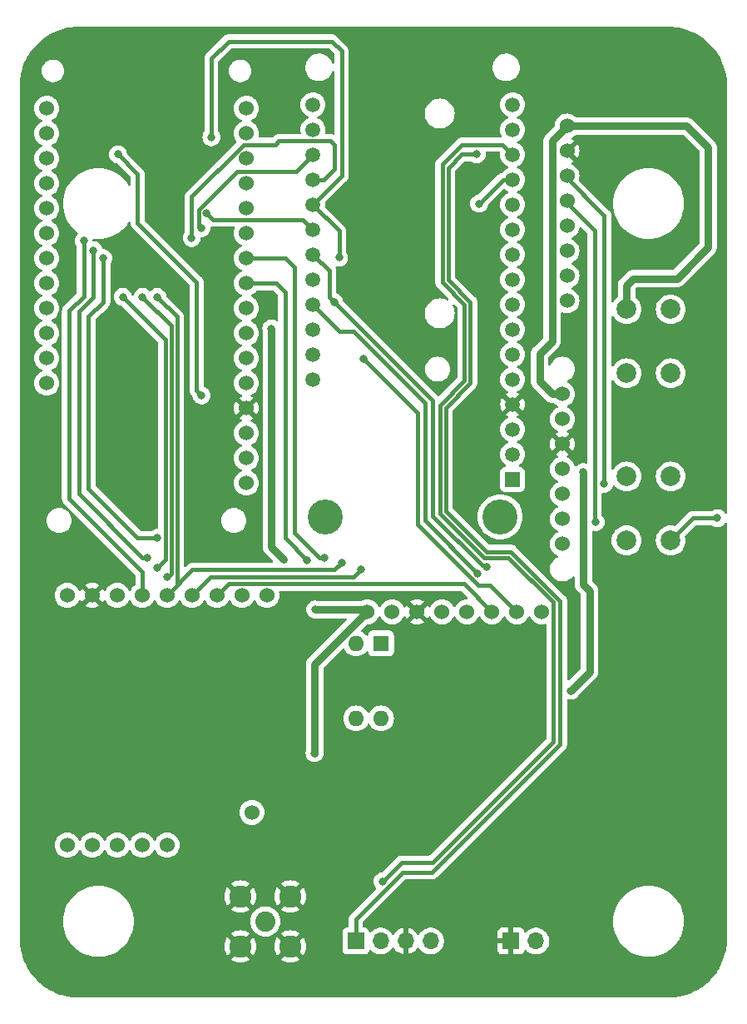
<source format=gbr>
%TF.GenerationSoftware,KiCad,Pcbnew,7.0.1-0*%
%TF.CreationDate,2023-04-22T10:01:52-07:00*%
%TF.ProjectId,Pioneer Controller V3,50696f6e-6565-4722-9043-6f6e74726f6c,rev?*%
%TF.SameCoordinates,Original*%
%TF.FileFunction,Copper,L2,Bot*%
%TF.FilePolarity,Positive*%
%FSLAX46Y46*%
G04 Gerber Fmt 4.6, Leading zero omitted, Abs format (unit mm)*
G04 Created by KiCad (PCBNEW 7.0.1-0) date 2023-04-22 10:01:52*
%MOMM*%
%LPD*%
G01*
G04 APERTURE LIST*
%TA.AperFunction,ComponentPad*%
%ADD10C,2.000000*%
%TD*%
%TA.AperFunction,ComponentPad*%
%ADD11C,1.524000*%
%TD*%
%TA.AperFunction,ComponentPad*%
%ADD12R,1.508000X1.508000*%
%TD*%
%TA.AperFunction,ComponentPad*%
%ADD13C,1.508000*%
%TD*%
%TA.AperFunction,ComponentPad*%
%ADD14C,3.556000*%
%TD*%
%TA.AperFunction,ComponentPad*%
%ADD15R,1.600000X1.600000*%
%TD*%
%TA.AperFunction,ComponentPad*%
%ADD16O,1.600000X1.600000*%
%TD*%
%TA.AperFunction,ComponentPad*%
%ADD17C,2.050000*%
%TD*%
%TA.AperFunction,ComponentPad*%
%ADD18C,2.250000*%
%TD*%
%TA.AperFunction,ComponentPad*%
%ADD19R,1.700000X1.700000*%
%TD*%
%TA.AperFunction,ComponentPad*%
%ADD20O,1.700000X1.700000*%
%TD*%
%TA.AperFunction,ViaPad*%
%ADD21C,0.800000*%
%TD*%
%TA.AperFunction,Conductor*%
%ADD22C,0.750000*%
%TD*%
%TA.AperFunction,Conductor*%
%ADD23C,0.400000*%
%TD*%
G04 APERTURE END LIST*
D10*
%TO.P,SW2,1,1*%
%TO.N,+5V*%
X90750000Y-74250000D03*
X90750000Y-67750000D03*
%TO.P,SW2,2,2*%
%TO.N,/SW2*%
X95250000Y-74250000D03*
X95250000Y-67750000D03*
%TD*%
D11*
%TO.P,U1,3V,3V*%
%TO.N,unconnected-(U1-Pad3V)*%
X52065000Y-65875000D03*
X52065000Y-63335000D03*
%TO.P,U1,A0,A0*%
%TO.N,unconnected-(U1-PadA0)*%
X52065000Y-58255000D03*
%TO.P,U1,A1,A1*%
%TO.N,unconnected-(U1-PadA1)*%
X52065000Y-55715000D03*
%TO.P,U1,A2,A2*%
%TO.N,unconnected-(U1-PadA2)*%
X52065000Y-53175000D03*
%TO.P,U1,A3,A3*%
%TO.N,unconnected-(U1-PadA3)*%
X52065000Y-50635000D03*
%TO.P,U1,A4,A4*%
%TO.N,/SW5*%
X52065000Y-48095000D03*
%TO.P,U1,A5,A5*%
%TO.N,/SW6*%
X52065000Y-45555000D03*
%TO.P,U1,BAT,BAT*%
%TO.N,unconnected-(U1-PadBAT)*%
X31745000Y-58255000D03*
%TO.P,U1,D5,D5*%
%TO.N,/CS1*%
X31745000Y-35395000D03*
%TO.P,U1,D6,D6*%
%TO.N,/LED1*%
X31745000Y-37935000D03*
%TO.P,U1,D9,D9*%
%TO.N,/G0*%
X31745000Y-40475000D03*
%TO.P,U1,D10,D10*%
%TO.N,/CS0*%
X31745000Y-43015000D03*
%TO.P,U1,D11,D11*%
%TO.N,/RST*%
X31745000Y-45555000D03*
%TO.P,U1,D12,D12*%
%TO.N,/SW2*%
X31745000Y-48095000D03*
%TO.P,U1,D13,D13*%
%TO.N,/SW1*%
X31745000Y-50635000D03*
%TO.P,U1,DB,DB*%
%TO.N,unconnected-(U1-PadDB)*%
X52065000Y-30315000D03*
%TO.P,U1,EN,EN*%
%TO.N,unconnected-(U1-PadEN)*%
X31745000Y-55715000D03*
%TO.P,U1,GND,GND*%
%TO.N,GND*%
X52065000Y-60795000D03*
%TO.P,U1,M0,M0*%
%TO.N,/MISO*%
X52065000Y-40475000D03*
%TO.P,U1,M1,M1*%
%TO.N,/MOSI*%
X52065000Y-37935000D03*
%TO.P,U1,RST,RST*%
%TO.N,unconnected-(U1-PadRST)*%
X52065000Y-68415000D03*
%TO.P,U1,RX,RX*%
%TO.N,/RX*%
X52065000Y-35395000D03*
%TO.P,U1,SCK,SCK*%
%TO.N,/SCK*%
X52065000Y-43015000D03*
%TO.P,U1,SCL,SCL*%
%TO.N,/SCL*%
X31745000Y-32855000D03*
%TO.P,U1,SDA,SDA*%
%TO.N,/SDA*%
X31745000Y-30315000D03*
%TO.P,U1,TX,TX*%
%TO.N,/TX*%
X52065000Y-32855000D03*
%TO.P,U1,USB,USB*%
%TO.N,+5V*%
X31745000Y-53175000D03*
%TD*%
D10*
%TO.P,SW1,1,1*%
%TO.N,+5V*%
X90750000Y-57250000D03*
X90750000Y-50750000D03*
%TO.P,SW1,2,2*%
%TO.N,/SW1*%
X95250000Y-57250000D03*
X95250000Y-50750000D03*
%TD*%
D12*
%TO.P,U2,1,RST*%
%TO.N,unconnected-(U2-RST-Pad1)*%
X79160000Y-68050000D03*
D13*
%TO.P,U2,2,3V*%
%TO.N,unconnected-(U2-3V-Pad2)*%
X79160000Y-65510000D03*
%TO.P,U2,3*%
%TO.N,N/C*%
X79160000Y-62970000D03*
%TO.P,U2,4,GND*%
%TO.N,GND*%
X79160000Y-60430000D03*
%TO.P,U2,5,ADC*%
%TO.N,unconnected-(U2-ADC-Pad5)*%
X79160000Y-57890000D03*
%TO.P,U2,6*%
%TO.N,N/C*%
X79160000Y-55350000D03*
%TO.P,U2,7*%
X79160000Y-52810000D03*
%TO.P,U2,8*%
X79160000Y-50270000D03*
%TO.P,U2,9*%
X79160000Y-47730000D03*
%TO.P,U2,10*%
X79160000Y-45190000D03*
%TO.P,U2,11,SCK*%
%TO.N,/SCK*%
X79160000Y-42650000D03*
%TO.P,U2,12,MOSI*%
%TO.N,/MOSI*%
X79160000Y-40110000D03*
%TO.P,U2,13,MIS0*%
%TO.N,/MISO*%
X79160000Y-37570000D03*
%TO.P,U2,14,RX*%
%TO.N,/RX*%
X79160000Y-35030000D03*
%TO.P,U2,15,TX*%
%TO.N,/TX*%
X79160000Y-32490000D03*
%TO.P,U2,16,CHPD*%
%TO.N,unconnected-(U2-CHPD-Pad16)*%
X79160000Y-29950000D03*
%TO.P,U2,17,BAT*%
%TO.N,unconnected-(U2-BAT-Pad17)*%
X58840000Y-57890000D03*
%TO.P,U2,18,EN*%
%TO.N,unconnected-(U2-EN-Pad18)*%
X58840000Y-55350000D03*
%TO.P,U2,19,USB*%
%TO.N,+5V*%
X58840000Y-52810000D03*
%TO.P,U2,20,GPIO14*%
%TO.N,/SW2*%
X58840000Y-50270000D03*
%TO.P,U2,21,GPIO12*%
%TO.N,/LED1*%
X58840000Y-47730000D03*
%TO.P,U2,22,GPIO13*%
%TO.N,/SW1*%
X58840000Y-45190000D03*
%TO.P,U2,23,GPIO15*%
%TO.N,/G0*%
X58840000Y-42650000D03*
%TO.P,U2,24,GPIO0*%
%TO.N,/CS1*%
X58840000Y-40110000D03*
%TO.P,U2,25,GPIO16*%
%TO.N,/RST*%
X58840000Y-37570000D03*
%TO.P,U2,26,GPIO2*%
%TO.N,/CS0*%
X58840000Y-35030000D03*
%TO.P,U2,27,SCL/GPIO5*%
%TO.N,/SCL*%
X58840000Y-32490000D03*
%TO.P,U2,28,SDA/GPIO4*%
%TO.N,/SDA*%
X58840000Y-29950000D03*
D14*
%TO.P,U2,S1*%
%TO.N,N/C*%
X77890000Y-71860000D03*
%TO.P,U2,S2*%
X60110000Y-71860000D03*
%TD*%
D15*
%TO.P,SW5,1*%
%TO.N,/SW5*%
X65775000Y-84732500D03*
D16*
%TO.P,SW5,2*%
%TO.N,/SW6*%
X63235000Y-84732500D03*
%TO.P,SW5,3*%
%TO.N,+5V*%
X63235000Y-92352500D03*
%TO.P,SW5,4*%
X65775000Y-92352500D03*
%TD*%
D17*
%TO.P,J4,1,In*%
%TO.N,/SMA*%
X54000000Y-113000000D03*
D18*
%TO.P,J4,2,Ext*%
%TO.N,GND*%
X51460000Y-110460000D03*
X51460000Y-115540000D03*
X56540000Y-110460000D03*
X56540000Y-115540000D03*
%TD*%
D19*
%TO.P,J1,1,Pin_1*%
%TO.N,/TX*%
X63200000Y-115000000D03*
D20*
%TO.P,J1,2,Pin_2*%
%TO.N,/RX*%
X65740000Y-115000000D03*
%TO.P,J1,3,Pin_3*%
%TO.N,GND*%
X68280000Y-115000000D03*
%TO.P,J1,4,Pin_4*%
%TO.N,+5V*%
X70820000Y-115000000D03*
%TD*%
D19*
%TO.P,J2,1,Pin_1*%
%TO.N,GND*%
X79000000Y-115000000D03*
D20*
%TO.P,J2,2,Pin_2*%
%TO.N,VIN*%
X81540000Y-115000000D03*
%TD*%
D11*
%TO.P,U5,3P3_V,3P3_V*%
%TO.N,unconnected-(U5-Pad3P3_V)*%
X84240000Y-61920000D03*
%TO.P,U5,CS,CS*%
%TO.N,unconnected-(U5-PadCS)*%
X84240000Y-74620000D03*
%TO.P,U5,GND,GND*%
%TO.N,GND*%
X84240000Y-64460000D03*
%TO.P,U5,SCK,SCK*%
%TO.N,/SCL*%
X84240000Y-67000000D03*
%TO.P,U5,SDI,SDI*%
%TO.N,/SDA*%
X84240000Y-72080000D03*
%TO.P,U5,SDO,SDO*%
%TO.N,unconnected-(U5-PadSDO)*%
X84240000Y-69540000D03*
%TO.P,U5,VIN,VIN*%
%TO.N,+5V*%
X84240000Y-59380000D03*
%TD*%
%TO.P,U8,3.3V,3.3V*%
%TO.N,unconnected-(U8-Pad3.3V)*%
X66900000Y-81510000D03*
%TO.P,U8,5V,5V*%
%TO.N,+5V*%
X64360000Y-81510000D03*
%TO.P,U8,CD,CD*%
%TO.N,unconnected-(U8-PadCD)*%
X82140000Y-81510000D03*
%TO.P,U8,CLK,CLK*%
%TO.N,/SCK*%
X71980000Y-81510000D03*
%TO.P,U8,CS,CS*%
%TO.N,/CS1*%
X79600000Y-81510000D03*
%TO.P,U8,DI,DI*%
%TO.N,/MOSI*%
X77060000Y-81510000D03*
%TO.P,U8,DO,DO*%
%TO.N,/MISO*%
X74520000Y-81510000D03*
%TO.P,U8,GND,GND*%
%TO.N,GND*%
X69440000Y-81510000D03*
%TD*%
%TO.P,U4,CS,CS*%
%TO.N,/CS0*%
X51620000Y-79840000D03*
%TO.P,U4,EN,EN*%
%TO.N,unconnected-(U4-PadEN)*%
X38920000Y-79840000D03*
%TO.P,U4,G0,G0*%
%TO.N,/G0*%
X41460000Y-79840000D03*
%TO.P,U4,G1,G1*%
%TO.N,unconnected-(U4-PadG1)*%
X33840000Y-105240000D03*
%TO.P,U4,G2,G2*%
%TO.N,unconnected-(U4-PadG2)*%
X36380000Y-105240000D03*
%TO.P,U4,G3,G3*%
%TO.N,unconnected-(U4-PadG3)*%
X38920000Y-105240000D03*
%TO.P,U4,G4,G4*%
%TO.N,unconnected-(U4-PadG4)*%
X41460000Y-105240000D03*
%TO.P,U4,G5,G5*%
%TO.N,unconnected-(U4-PadG5)*%
X44000000Y-105240000D03*
%TO.P,U4,GND,GND*%
%TO.N,GND*%
X36380000Y-79840000D03*
%TO.P,U4,MISO,MISO*%
%TO.N,/MISO*%
X46540000Y-79840000D03*
%TO.P,U4,MOSI,MOSI*%
%TO.N,/MOSI*%
X49080000Y-79840000D03*
%TO.P,U4,RST,RST*%
%TO.N,/RST*%
X54160000Y-79840000D03*
%TO.P,U4,SCK,SCK*%
%TO.N,/SCK*%
X44000000Y-79840000D03*
%TO.P,U4,SMA,SMA*%
%TO.N,/SMA*%
X52636000Y-101910000D03*
%TO.P,U4,VIN,VIN*%
%TO.N,+5V*%
X33840000Y-79840000D03*
%TD*%
%TO.P,U3,32K,32K*%
%TO.N,unconnected-(U3-Pad32K)*%
X84699000Y-44810000D03*
%TO.P,U3,BAT,BAT*%
%TO.N,unconnected-(U3-PadBAT)*%
X84699000Y-42270000D03*
%TO.P,U3,GND,GND*%
%TO.N,GND*%
X84699000Y-34650000D03*
%TO.P,U3,RST,RST*%
%TO.N,unconnected-(U3-PadRST)*%
X84699000Y-49890000D03*
%TO.P,U3,SCL,SCL*%
%TO.N,/SCL*%
X84699000Y-37190000D03*
%TO.P,U3,SDA,SDA*%
%TO.N,/SDA*%
X84699000Y-39730000D03*
%TO.P,U3,SQW,SQW*%
%TO.N,unconnected-(U3-PadSQW)*%
X84699000Y-47350000D03*
%TO.P,U3,VIN,VIN*%
%TO.N,+5V*%
X84699000Y-32110000D03*
%TD*%
D21*
%TO.N,+5V*%
X54610000Y-52705000D03*
X55880000Y-76200000D03*
X85090000Y-89535000D03*
X59055000Y-81280000D03*
X59000000Y-95885000D03*
X86360000Y-67310000D03*
%TO.N,/LED1*%
X47500000Y-59500000D03*
X39000000Y-35000000D03*
%TO.N,/TX*%
X75500000Y-35000000D03*
%TO.N,/RX*%
X65934668Y-108934668D03*
%TO.N,/SW5*%
X58250000Y-76250000D03*
%TO.N,/SW6*%
X60000000Y-76000000D03*
%TO.N,/G0*%
X48000000Y-41000000D03*
X35500000Y-43800020D03*
%TO.N,/RST*%
X46500000Y-43500000D03*
X37500000Y-45555000D03*
X43000000Y-74000000D03*
%TO.N,/MISO*%
X41500000Y-49500000D03*
X44000000Y-78000000D03*
X63750000Y-77250000D03*
X75750000Y-40000000D03*
%TO.N,/MOSI*%
X43000000Y-77000000D03*
X39500000Y-49500000D03*
%TO.N,/SCK*%
X43000000Y-49500000D03*
X61750000Y-76500000D03*
%TO.N,/SCL*%
X88500000Y-68500000D03*
%TO.N,/SDA*%
X87630000Y-72390000D03*
%TO.N,/SW2*%
X100000000Y-72000000D03*
X75625000Y-77625000D03*
%TO.N,/SW1*%
X76500000Y-76950500D03*
X61000000Y-50000000D03*
%TO.N,/CS1*%
X64000000Y-55750000D03*
X61500000Y-45500000D03*
X48500000Y-33250000D03*
%TO.N,/CS0*%
X36500000Y-44755500D03*
X42000000Y-76000000D03*
X47500000Y-42500000D03*
%TD*%
D22*
%TO.N,+5V*%
X95885000Y-47625000D02*
X91440000Y-47625000D01*
X81915000Y-55245000D02*
X81915000Y-58110000D01*
X90750000Y-48315000D02*
X90750000Y-50750000D01*
X96880000Y-32110000D02*
X99060000Y-34290000D01*
X83185000Y-33624000D02*
X83185000Y-53975000D01*
X84699000Y-32110000D02*
X83185000Y-33624000D01*
X64130000Y-81280000D02*
X64360000Y-81510000D01*
X86360000Y-78740000D02*
X86995000Y-79375000D01*
X81915000Y-58110000D02*
X83185000Y-59380000D01*
X54610000Y-52705000D02*
X54610000Y-74930000D01*
X83185000Y-59380000D02*
X84240000Y-59380000D01*
X59000000Y-86870000D02*
X64360000Y-81510000D01*
X59000000Y-95885000D02*
X59000000Y-86870000D01*
X54610000Y-74930000D02*
X55880000Y-76200000D01*
X84699000Y-32110000D02*
X96880000Y-32110000D01*
X83185000Y-53975000D02*
X81915000Y-55245000D01*
X86995000Y-79375000D02*
X86995000Y-87630000D01*
X59055000Y-81280000D02*
X64130000Y-81280000D01*
X86995000Y-87630000D02*
X85090000Y-89535000D01*
X99060000Y-44450000D02*
X95885000Y-47625000D01*
X91440000Y-47625000D02*
X90750000Y-48315000D01*
X99060000Y-34290000D02*
X99060000Y-44450000D01*
X86360000Y-67310000D02*
X86360000Y-78740000D01*
D23*
%TO.N,/LED1*%
X47000000Y-48000000D02*
X41000000Y-42000000D01*
X41000000Y-42000000D02*
X41000000Y-37000000D01*
X47500000Y-59500000D02*
X47000000Y-59000000D01*
X41000000Y-37000000D02*
X39000000Y-35000000D01*
X47000000Y-59000000D02*
X47000000Y-48000000D01*
%TO.N,/TX*%
X72350000Y-60748528D02*
X74850000Y-58248528D01*
X84000000Y-95000000D02*
X84000000Y-80401472D01*
X63200000Y-115000000D02*
X63200000Y-112800000D01*
X74850000Y-58248528D02*
X74850000Y-50001472D01*
X78998528Y-75400000D02*
X76500000Y-75400000D01*
X74850000Y-50001472D02*
X72600000Y-47751472D01*
X74000000Y-35000000D02*
X75500000Y-35000000D01*
X84000000Y-80401472D02*
X78998528Y-75400000D01*
X74972924Y-104000000D02*
X75000000Y-104000000D01*
X72600000Y-47751472D02*
X72600000Y-36400000D01*
X68000000Y-108000000D02*
X70972924Y-108000000D01*
X72350000Y-71250000D02*
X72350000Y-60748528D01*
X63200000Y-112800000D02*
X68000000Y-108000000D01*
X76500000Y-75400000D02*
X72350000Y-71250000D01*
X72600000Y-36400000D02*
X74000000Y-35000000D01*
X75000000Y-104000000D02*
X84000000Y-95000000D01*
X70972924Y-108000000D02*
X74972924Y-104000000D01*
%TO.N,/RX*%
X74250000Y-50250000D02*
X72000000Y-48000000D01*
X83302000Y-94698000D02*
X83302000Y-80552000D01*
X65934668Y-108934668D02*
X67869336Y-107000000D01*
X71750000Y-71500000D02*
X71750000Y-60500000D01*
X72000000Y-48000000D02*
X72000000Y-36000000D01*
X83302000Y-80552000D02*
X78750000Y-76000000D01*
X74250000Y-58000000D02*
X74250000Y-50250000D01*
X72000000Y-36000000D02*
X74000000Y-34000000D01*
X78130000Y-34000000D02*
X79160000Y-35030000D01*
X76250000Y-76000000D02*
X71750000Y-71500000D01*
X71000000Y-107000000D02*
X83302000Y-94698000D01*
X71750000Y-60500000D02*
X74250000Y-58000000D01*
X67869336Y-107000000D02*
X71000000Y-107000000D01*
X74000000Y-34000000D02*
X78130000Y-34000000D01*
X78750000Y-76000000D02*
X76250000Y-76000000D01*
%TO.N,/SW5*%
X56000000Y-74000000D02*
X58250000Y-76250000D01*
X52065000Y-48095000D02*
X55095000Y-48095000D01*
X56000000Y-49000000D02*
X56000000Y-74000000D01*
X55095000Y-48095000D02*
X56000000Y-49000000D01*
%TO.N,/SW6*%
X57000000Y-73500000D02*
X59500000Y-76000000D01*
X52065000Y-45555000D02*
X56055000Y-45555000D01*
X59500000Y-76000000D02*
X60000000Y-76000000D01*
X56055000Y-45555000D02*
X57000000Y-46500000D01*
X57000000Y-46500000D02*
X57000000Y-73500000D01*
%TO.N,/G0*%
X34000000Y-70000000D02*
X41460000Y-77460000D01*
X48636511Y-41636511D02*
X57826511Y-41636511D01*
X35500000Y-43800020D02*
X35500000Y-49400978D01*
X34000000Y-50900978D02*
X34000000Y-70000000D01*
X35500000Y-49400978D02*
X34000000Y-50900978D01*
X57826511Y-41636511D02*
X58840000Y-42650000D01*
X41460000Y-77460000D02*
X41460000Y-79840000D01*
X48000000Y-41000000D02*
X48636511Y-41636511D01*
%TO.N,/RST*%
X61000000Y-36500000D02*
X59930000Y-37570000D01*
X59930000Y-37570000D02*
X58840000Y-37570000D01*
X54983489Y-34016511D02*
X55356489Y-33643511D01*
X36000000Y-51500000D02*
X37500000Y-50000000D01*
X41000000Y-74000000D02*
X36000000Y-69000000D01*
X46500000Y-39317374D02*
X51800863Y-34016511D01*
X51800863Y-34016511D02*
X54983489Y-34016511D01*
X61000000Y-34000000D02*
X61000000Y-36500000D01*
X36000000Y-69000000D02*
X36000000Y-51500000D01*
X55356489Y-33643511D02*
X60643511Y-33643511D01*
X46500000Y-43500000D02*
X46500000Y-39317374D01*
X37500000Y-50000000D02*
X37500000Y-45555000D01*
X43000000Y-74000000D02*
X41000000Y-74000000D01*
X60643511Y-33643511D02*
X61000000Y-34000000D01*
%TO.N,/MISO*%
X78180000Y-37570000D02*
X79160000Y-37570000D01*
X44400480Y-77599520D02*
X44400480Y-52400480D01*
X62750000Y-78000000D02*
X63000000Y-78000000D01*
X46540000Y-79840000D02*
X48380000Y-78000000D01*
X75750000Y-40000000D02*
X78180000Y-37570000D01*
X44000000Y-78000000D02*
X44400480Y-77599520D01*
X63000000Y-78000000D02*
X63750000Y-77250000D01*
X44400480Y-52400480D02*
X41500000Y-49500000D01*
X48380000Y-78000000D02*
X62750000Y-78000000D01*
%TO.N,/MOSI*%
X43800960Y-53800960D02*
X39500000Y-49500000D01*
X74228000Y-78678000D02*
X77060000Y-81510000D01*
X43000000Y-77000000D02*
X43800960Y-76199040D01*
X50242000Y-78678000D02*
X74228000Y-78678000D01*
X49080000Y-79840000D02*
X50242000Y-78678000D01*
X43800960Y-76199040D02*
X43800960Y-53800960D01*
%TO.N,/SCK*%
X46590000Y-77250000D02*
X61000000Y-77250000D01*
X45000000Y-51500000D02*
X45000000Y-78840000D01*
X61000000Y-77250000D02*
X61750000Y-76500000D01*
X44000000Y-79840000D02*
X46590000Y-77250000D01*
X45000000Y-78840000D02*
X44000000Y-79840000D01*
X43000000Y-49500000D02*
X45000000Y-51500000D01*
%TO.N,/SCL*%
X88500000Y-41196000D02*
X84494000Y-37190000D01*
X88500000Y-68500000D02*
X88500000Y-41196000D01*
%TO.N,/SDA*%
X84494000Y-39730000D02*
X87500000Y-42736000D01*
X87500000Y-70000000D02*
X87500000Y-72260000D01*
X87500000Y-42736000D02*
X87500000Y-70000000D01*
X87500000Y-72260000D02*
X87630000Y-72390000D01*
%TO.N,/SW2*%
X61570000Y-53000000D02*
X58840000Y-50270000D01*
X70250000Y-60250000D02*
X63000000Y-53000000D01*
X100000000Y-72000000D02*
X97500000Y-72000000D01*
X97500000Y-72000000D02*
X95250000Y-74250000D01*
X70250000Y-72250000D02*
X70250000Y-60250000D01*
X63000000Y-53000000D02*
X61570000Y-53000000D01*
X75625000Y-77625000D02*
X70250000Y-72250000D01*
%TO.N,/SW1*%
X76075000Y-76825000D02*
X71000000Y-71750000D01*
X76374500Y-76825000D02*
X76075000Y-76825000D01*
X61000000Y-50000000D02*
X60500000Y-49500000D01*
X71000000Y-71750000D02*
X71000000Y-60000000D01*
X60500000Y-49500000D02*
X60500000Y-46850000D01*
X76500000Y-76950500D02*
X76374500Y-76825000D01*
X60500000Y-46850000D02*
X58840000Y-45190000D01*
X71000000Y-60000000D02*
X61000000Y-50000000D01*
%TO.N,/CS1*%
X61500000Y-45500000D02*
X61500000Y-42770000D01*
X61500000Y-42770000D02*
X58840000Y-40110000D01*
X69500000Y-72631371D02*
X69500000Y-61250000D01*
X61750000Y-24500000D02*
X60750000Y-23500000D01*
X76890000Y-78800000D02*
X75668629Y-78800000D01*
X60750000Y-23500000D02*
X50250000Y-23500000D01*
X79600000Y-81510000D02*
X76890000Y-78800000D01*
X50250000Y-23500000D02*
X48500000Y-25250000D01*
X75668629Y-78800000D02*
X69500000Y-72631371D01*
X69500000Y-61250000D02*
X64000000Y-55750000D01*
X58840000Y-40110000D02*
X61750000Y-37200000D01*
X61750000Y-37200000D02*
X61750000Y-24500000D01*
X48500000Y-25250000D02*
X48500000Y-33250000D01*
%TO.N,/CS0*%
X35000000Y-69500000D02*
X35000000Y-51000000D01*
X36500000Y-49500000D02*
X36500000Y-44755500D01*
X47500000Y-42500000D02*
X47200489Y-42200489D01*
X47200489Y-42200489D02*
X47200489Y-40668831D01*
X35000000Y-51000000D02*
X36500000Y-49500000D01*
X57096511Y-36773489D02*
X58840000Y-35030000D01*
X42000000Y-76000000D02*
X41500000Y-76000000D01*
X47200489Y-40668831D02*
X51095831Y-36773489D01*
X41500000Y-76000000D02*
X35000000Y-69500000D01*
X51095831Y-36773489D02*
X57096511Y-36773489D01*
%TD*%
%TA.AperFunction,Conductor*%
%TO.N,GND*%
G36*
X96510133Y-33002939D02*
G01*
X96550361Y-33029819D01*
X98140181Y-34619638D01*
X98167061Y-34659866D01*
X98176500Y-34707319D01*
X98176500Y-44032680D01*
X98167061Y-44080133D01*
X98140181Y-44120361D01*
X95555361Y-46705181D01*
X95515133Y-46732061D01*
X95467680Y-46741500D01*
X91519289Y-46741500D01*
X91499891Y-46739973D01*
X91486493Y-46737851D01*
X91452721Y-46739621D01*
X91420112Y-46741330D01*
X91413622Y-46741500D01*
X91393688Y-46741500D01*
X91373869Y-46743582D01*
X91367406Y-46744091D01*
X91301027Y-46747570D01*
X91287922Y-46751082D01*
X91268800Y-46754626D01*
X91255301Y-46756045D01*
X91255297Y-46756046D01*
X91255298Y-46756046D01*
X91192069Y-46776589D01*
X91185857Y-46778429D01*
X91121635Y-46795637D01*
X91109536Y-46801802D01*
X91091576Y-46809241D01*
X91078670Y-46813435D01*
X91021099Y-46846673D01*
X91015397Y-46849769D01*
X90956158Y-46879953D01*
X90945608Y-46888496D01*
X90929583Y-46899510D01*
X90917832Y-46906294D01*
X90868420Y-46950784D01*
X90863490Y-46954994D01*
X90848013Y-46967528D01*
X90833915Y-46981624D01*
X90829215Y-46986084D01*
X90779812Y-47030567D01*
X90771831Y-47041552D01*
X90759200Y-47056340D01*
X90181338Y-47634202D01*
X90166546Y-47646837D01*
X90155566Y-47654814D01*
X90111084Y-47704216D01*
X90106623Y-47708916D01*
X90092528Y-47723013D01*
X90079994Y-47738490D01*
X90075784Y-47743420D01*
X90031294Y-47792832D01*
X90024510Y-47804583D01*
X90013496Y-47820608D01*
X90004953Y-47831158D01*
X89974769Y-47890397D01*
X89971673Y-47896099D01*
X89938435Y-47953670D01*
X89934241Y-47966576D01*
X89926802Y-47984536D01*
X89920637Y-47996636D01*
X89903427Y-48060864D01*
X89901584Y-48067087D01*
X89881045Y-48130298D01*
X89879626Y-48143796D01*
X89876083Y-48162912D01*
X89872570Y-48176026D01*
X89869089Y-48242425D01*
X89868580Y-48248888D01*
X89866500Y-48268688D01*
X89866500Y-48288603D01*
X89866330Y-48295093D01*
X89862850Y-48361493D01*
X89864973Y-48374897D01*
X89866500Y-48394295D01*
X89866500Y-49463607D01*
X89855110Y-49515521D01*
X89823033Y-49557895D01*
X89690181Y-49671362D01*
X89680031Y-49680031D01*
X89525823Y-49860585D01*
X89500969Y-49901143D01*
X89440282Y-50000176D01*
X89438227Y-50003529D01*
X89392237Y-50047401D01*
X89330552Y-50062724D01*
X89269379Y-50045471D01*
X89224790Y-50000176D01*
X89208500Y-49938739D01*
X89208500Y-41221169D01*
X89208726Y-41213682D01*
X89209098Y-41207533D01*
X89212402Y-41152908D01*
X89201425Y-41093011D01*
X89200301Y-41085621D01*
X89198594Y-41071560D01*
X89192965Y-41025199D01*
X89189288Y-41015503D01*
X89183260Y-40993880D01*
X89181389Y-40983670D01*
X89168965Y-40956067D01*
X89156398Y-40928146D01*
X89153549Y-40921269D01*
X89131954Y-40864325D01*
X89126060Y-40855786D01*
X89115034Y-40836240D01*
X89110775Y-40826775D01*
X89073234Y-40778857D01*
X89068801Y-40772832D01*
X89034215Y-40722726D01*
X88988647Y-40682357D01*
X88983193Y-40677223D01*
X88305970Y-40000000D01*
X89394559Y-40000000D01*
X89414310Y-40376873D01*
X89473345Y-40749609D01*
X89571021Y-41114142D01*
X89706265Y-41466464D01*
X89877598Y-41802724D01*
X90083134Y-42119221D01*
X90083137Y-42119225D01*
X90320635Y-42412511D01*
X90587489Y-42679365D01*
X90880775Y-42916863D01*
X90880777Y-42916864D01*
X90880778Y-42916865D01*
X91197275Y-43122401D01*
X91533535Y-43293734D01*
X91885857Y-43428978D01*
X92250390Y-43526654D01*
X92436758Y-43556171D01*
X92623129Y-43585690D01*
X92889174Y-43599632D01*
X92905719Y-43600500D01*
X92905720Y-43600500D01*
X93094280Y-43600500D01*
X93094281Y-43600500D01*
X93109910Y-43599680D01*
X93376871Y-43585690D01*
X93627279Y-43546029D01*
X93749609Y-43526654D01*
X93752132Y-43525978D01*
X94114143Y-43428978D01*
X94466465Y-43293734D01*
X94802720Y-43122403D01*
X94802719Y-43122403D01*
X94802724Y-43122401D01*
X95001751Y-42993151D01*
X95119225Y-42916863D01*
X95412511Y-42679365D01*
X95679365Y-42412511D01*
X95916863Y-42119225D01*
X96052403Y-41910512D01*
X96122401Y-41802725D01*
X96171415Y-41706530D01*
X96293734Y-41466465D01*
X96428978Y-41114143D01*
X96526653Y-40749613D01*
X96530912Y-40722727D01*
X96559306Y-40543450D01*
X96585690Y-40376871D01*
X96605441Y-40000000D01*
X96585690Y-39623129D01*
X96545679Y-39370511D01*
X96526654Y-39250390D01*
X96428978Y-38885857D01*
X96293734Y-38533535D01*
X96122401Y-38197275D01*
X95916865Y-37880778D01*
X95916863Y-37880775D01*
X95679365Y-37587489D01*
X95412511Y-37320635D01*
X95119225Y-37083137D01*
X95119223Y-37083136D01*
X95119221Y-37083134D01*
X94802724Y-36877598D01*
X94466464Y-36706265D01*
X94114142Y-36571021D01*
X93749609Y-36473345D01*
X93376873Y-36414310D01*
X93094281Y-36399500D01*
X93094280Y-36399500D01*
X92905720Y-36399500D01*
X92905719Y-36399500D01*
X92623126Y-36414310D01*
X92250390Y-36473345D01*
X91885857Y-36571021D01*
X91533535Y-36706265D01*
X91197275Y-36877598D01*
X90880778Y-37083134D01*
X90587485Y-37320638D01*
X90320638Y-37587485D01*
X90083134Y-37880778D01*
X89877598Y-38197274D01*
X89706265Y-38533535D01*
X89571021Y-38885857D01*
X89473345Y-39250390D01*
X89414310Y-39623126D01*
X89394559Y-40000000D01*
X88305970Y-40000000D01*
X85955401Y-37649431D01*
X85923307Y-37593843D01*
X85923308Y-37529655D01*
X85954978Y-37411464D01*
X85974353Y-37190000D01*
X85957650Y-36999077D01*
X85954978Y-36968537D01*
X85897440Y-36753804D01*
X85803488Y-36552324D01*
X85675977Y-36370219D01*
X85518781Y-36213023D01*
X85336677Y-36085512D01*
X85292665Y-36064989D01*
X85212683Y-36027692D01*
X85160507Y-35981934D01*
X85141088Y-35915309D01*
X85160508Y-35848684D01*
X85212684Y-35802927D01*
X85332412Y-35747097D01*
X85397186Y-35701740D01*
X84433127Y-34737681D01*
X84401033Y-34682093D01*
X84401033Y-34650001D01*
X85052553Y-34650001D01*
X85750740Y-35348186D01*
X85796100Y-35283408D01*
X85889420Y-35083281D01*
X85946575Y-34869978D01*
X85965821Y-34649999D01*
X85946575Y-34430021D01*
X85889421Y-34216720D01*
X85796098Y-34016589D01*
X85750740Y-33951811D01*
X85052553Y-34650000D01*
X85052553Y-34650001D01*
X84401033Y-34650001D01*
X84401033Y-34617906D01*
X84433127Y-34562319D01*
X84699000Y-34296447D01*
X85397187Y-33598258D01*
X85332406Y-33552898D01*
X85212683Y-33497071D01*
X85160506Y-33451314D01*
X85141087Y-33384689D01*
X85160507Y-33318064D01*
X85212682Y-33272307D01*
X85336677Y-33214488D01*
X85518781Y-33086977D01*
X85575939Y-33029818D01*
X85616167Y-33002939D01*
X85663620Y-32993500D01*
X96462680Y-32993500D01*
X96510133Y-33002939D01*
G37*
%TD.AperFunction*%
%TA.AperFunction,Conductor*%
G36*
X95002442Y-22000596D02*
G01*
X95008703Y-22000841D01*
X95241171Y-22009975D01*
X95241419Y-22010051D01*
X95241420Y-22009985D01*
X95241531Y-22009989D01*
X95472173Y-22019529D01*
X95481571Y-22020278D01*
X95723187Y-22048876D01*
X95952341Y-22077440D01*
X95961183Y-22078870D01*
X96199560Y-22126286D01*
X96200339Y-22126445D01*
X96426298Y-22173824D01*
X96434444Y-22175824D01*
X96668182Y-22241745D01*
X96669753Y-22242200D01*
X96890895Y-22308037D01*
X96898400Y-22310535D01*
X97126259Y-22394597D01*
X97128273Y-22395362D01*
X97343145Y-22479205D01*
X97349963Y-22482104D01*
X97570464Y-22583756D01*
X97572903Y-22584914D01*
X97780180Y-22686245D01*
X97786241Y-22689421D01*
X97998057Y-22808044D01*
X98000853Y-22809659D01*
X98199040Y-22927753D01*
X98204420Y-22931150D01*
X98406284Y-23066031D01*
X98409373Y-23068166D01*
X98597098Y-23202199D01*
X98601768Y-23205704D01*
X98680682Y-23267914D01*
X98792387Y-23355976D01*
X98795748Y-23358722D01*
X98971759Y-23507796D01*
X98975764Y-23511341D01*
X99153973Y-23676076D01*
X99157483Y-23679451D01*
X99320547Y-23842515D01*
X99323922Y-23846025D01*
X99488657Y-24024234D01*
X99492208Y-24028246D01*
X99579045Y-24130774D01*
X99641266Y-24204238D01*
X99644022Y-24207611D01*
X99794285Y-24398218D01*
X99797810Y-24402915D01*
X99931814Y-24590599D01*
X99933982Y-24593737D01*
X100068845Y-24795574D01*
X100072259Y-24800980D01*
X100142617Y-24919056D01*
X100190298Y-24999074D01*
X100191964Y-25001959D01*
X100268894Y-25139326D01*
X100306739Y-25206904D01*
X100310559Y-25213724D01*
X100313771Y-25219853D01*
X100415059Y-25427042D01*
X100416268Y-25429589D01*
X100517890Y-25650026D01*
X100520797Y-25656864D01*
X100604608Y-25871653D01*
X100605427Y-25873809D01*
X100689457Y-26101582D01*
X100691966Y-26109119D01*
X100757777Y-26330173D01*
X100758276Y-26331896D01*
X100824166Y-26565524D01*
X100826183Y-26573736D01*
X100873506Y-26799430D01*
X100873762Y-26800686D01*
X100921127Y-27038810D01*
X100922558Y-27047663D01*
X100951103Y-27276658D01*
X100951195Y-27277421D01*
X100979717Y-27518401D01*
X100980471Y-27527852D01*
X100990014Y-27758577D01*
X100990024Y-27758833D01*
X100999404Y-27997557D01*
X100999500Y-28002425D01*
X100999500Y-71451411D01*
X100982887Y-71513411D01*
X100937500Y-71558798D01*
X100875500Y-71575411D01*
X100813500Y-71558798D01*
X100768113Y-71513411D01*
X100739042Y-71463058D01*
X100710357Y-71431200D01*
X100611253Y-71321134D01*
X100456752Y-71208882D01*
X100456751Y-71208881D01*
X100282285Y-71131204D01*
X100095489Y-71091500D01*
X100095487Y-71091500D01*
X99904513Y-71091500D01*
X99904511Y-71091500D01*
X99717714Y-71131204D01*
X99543248Y-71208881D01*
X99462130Y-71267818D01*
X99427562Y-71285431D01*
X99389244Y-71291500D01*
X97525169Y-71291500D01*
X97517682Y-71291274D01*
X97456905Y-71287597D01*
X97397030Y-71298569D01*
X97389631Y-71299695D01*
X97329200Y-71307034D01*
X97319496Y-71310714D01*
X97297889Y-71316738D01*
X97287668Y-71318611D01*
X97232157Y-71343594D01*
X97225242Y-71346459D01*
X97168324Y-71368046D01*
X97159775Y-71373947D01*
X97140239Y-71384965D01*
X97130776Y-71389224D01*
X97082857Y-71426765D01*
X97076829Y-71431200D01*
X97026727Y-71465784D01*
X96986357Y-71511352D01*
X96981224Y-71516804D01*
X95742135Y-72755893D01*
X95688113Y-72787556D01*
X95625508Y-72788786D01*
X95486714Y-72755465D01*
X95250000Y-72736835D01*
X95013287Y-72755465D01*
X94782406Y-72810894D01*
X94563035Y-72901761D01*
X94360585Y-73025823D01*
X94180031Y-73180031D01*
X94025823Y-73360585D01*
X93901761Y-73563035D01*
X93810894Y-73782406D01*
X93755465Y-74013287D01*
X93736835Y-74249999D01*
X93755465Y-74486712D01*
X93810894Y-74717593D01*
X93836885Y-74780341D01*
X93901760Y-74936963D01*
X94025824Y-75139416D01*
X94180031Y-75319969D01*
X94360584Y-75474176D01*
X94563037Y-75598240D01*
X94782406Y-75689105D01*
X95013289Y-75744535D01*
X95250000Y-75763165D01*
X95486711Y-75744535D01*
X95717594Y-75689105D01*
X95936963Y-75598240D01*
X96139416Y-75474176D01*
X96319969Y-75319969D01*
X96474176Y-75139416D01*
X96598240Y-74936963D01*
X96689105Y-74717594D01*
X96744535Y-74486711D01*
X96763165Y-74250000D01*
X96744535Y-74013289D01*
X96711212Y-73874490D01*
X96712442Y-73811885D01*
X96744103Y-73757865D01*
X97757150Y-72744819D01*
X97797379Y-72717939D01*
X97844832Y-72708500D01*
X99389244Y-72708500D01*
X99427562Y-72714569D01*
X99462130Y-72732182D01*
X99543248Y-72791118D01*
X99717714Y-72868795D01*
X99904511Y-72908500D01*
X99904513Y-72908500D01*
X100095487Y-72908500D01*
X100095489Y-72908500D01*
X100282285Y-72868795D01*
X100282286Y-72868794D01*
X100282288Y-72868794D01*
X100456752Y-72791118D01*
X100611253Y-72678866D01*
X100739040Y-72536944D01*
X100739042Y-72536941D01*
X100768113Y-72486589D01*
X100813500Y-72441202D01*
X100875500Y-72424589D01*
X100937500Y-72441202D01*
X100982887Y-72486589D01*
X100999500Y-72548589D01*
X100999500Y-114754933D01*
X100999404Y-114759802D01*
X100990033Y-114998291D01*
X100990023Y-114998547D01*
X100980470Y-115229505D01*
X100979716Y-115238955D01*
X100951195Y-115479927D01*
X100951103Y-115480690D01*
X100922555Y-115709709D01*
X100921124Y-115718562D01*
X100873799Y-115956484D01*
X100873543Y-115957739D01*
X100826174Y-116183654D01*
X100824157Y-116191867D01*
X100758294Y-116425399D01*
X100757795Y-116427121D01*
X100691964Y-116648246D01*
X100689455Y-116655784D01*
X100605461Y-116883459D01*
X100604642Y-116885615D01*
X100520785Y-117100521D01*
X100517878Y-117107360D01*
X100416291Y-117327720D01*
X100415082Y-117330266D01*
X100313769Y-117537506D01*
X100310557Y-117543635D01*
X100191985Y-117755359D01*
X100190319Y-117758244D01*
X100072241Y-117956404D01*
X100068820Y-117961820D01*
X99934016Y-118163570D01*
X99931831Y-118166734D01*
X99797806Y-118354447D01*
X99794268Y-118359161D01*
X99644040Y-118549724D01*
X99641284Y-118553097D01*
X99492210Y-118729109D01*
X99488643Y-118733139D01*
X99323931Y-118911323D01*
X99320556Y-118914833D01*
X99157474Y-119077915D01*
X99153964Y-119081290D01*
X98975767Y-119246013D01*
X98971737Y-119249579D01*
X98795755Y-119398628D01*
X98792382Y-119401385D01*
X98601790Y-119551636D01*
X98597076Y-119555174D01*
X98409409Y-119689166D01*
X98406246Y-119691351D01*
X98204443Y-119826192D01*
X98199025Y-119829613D01*
X98000895Y-119947672D01*
X97998011Y-119949338D01*
X97786278Y-120067915D01*
X97780150Y-120071126D01*
X97572932Y-120172429D01*
X97570385Y-120173639D01*
X97349986Y-120275244D01*
X97343147Y-120278151D01*
X97128284Y-120361991D01*
X97126128Y-120362810D01*
X96898435Y-120446811D01*
X96890898Y-120449320D01*
X96669789Y-120515147D01*
X96668065Y-120515647D01*
X96434484Y-120581523D01*
X96426272Y-120583539D01*
X96200433Y-120630892D01*
X96199178Y-120631148D01*
X95961203Y-120678484D01*
X95952350Y-120679915D01*
X95723172Y-120708483D01*
X95722447Y-120708571D01*
X95678460Y-120713777D01*
X95481609Y-120737076D01*
X95472160Y-120737829D01*
X95240944Y-120747393D01*
X95240687Y-120747403D01*
X95002468Y-120756763D01*
X94997600Y-120756859D01*
X35002425Y-120756859D01*
X34997557Y-120756763D01*
X34748575Y-120746980D01*
X34748328Y-120746970D01*
X34528376Y-120737890D01*
X34518916Y-120737136D01*
X34270880Y-120707779D01*
X34270117Y-120707687D01*
X34048217Y-120680027D01*
X34039364Y-120678596D01*
X33796880Y-120630363D01*
X33795624Y-120630107D01*
X33574304Y-120583701D01*
X33566092Y-120581684D01*
X33329177Y-120514867D01*
X33327454Y-120514368D01*
X33109735Y-120449550D01*
X33102198Y-120447041D01*
X32871721Y-120362013D01*
X32869565Y-120361194D01*
X32657500Y-120278445D01*
X32650661Y-120275538D01*
X32427931Y-120172858D01*
X32425384Y-120171648D01*
X32220504Y-120071487D01*
X32214376Y-120068276D01*
X32000661Y-119948589D01*
X31997776Y-119946923D01*
X31801653Y-119830059D01*
X31796236Y-119826638D01*
X31592665Y-119690616D01*
X31589502Y-119688431D01*
X31403607Y-119555704D01*
X31398893Y-119552166D01*
X31298840Y-119473290D01*
X31206689Y-119400643D01*
X31203354Y-119397917D01*
X31028981Y-119250231D01*
X31024957Y-119246669D01*
X30845278Y-119080575D01*
X30841767Y-119077200D01*
X30680169Y-118915601D01*
X30676795Y-118912091D01*
X30510712Y-118732422D01*
X30507146Y-118728392D01*
X30359479Y-118554042D01*
X30356745Y-118550698D01*
X30205181Y-118358438D01*
X30201686Y-118353781D01*
X30068926Y-118167838D01*
X30066752Y-118164690D01*
X29930738Y-117961128D01*
X29927318Y-117955711D01*
X29810477Y-117759625D01*
X29808810Y-117756740D01*
X29689095Y-117542970D01*
X29685884Y-117536842D01*
X29661229Y-117486409D01*
X29585699Y-117331908D01*
X29584530Y-117329446D01*
X29481849Y-117106710D01*
X29478943Y-117099874D01*
X29475186Y-117090246D01*
X29396152Y-116887695D01*
X29395362Y-116885615D01*
X29384239Y-116855465D01*
X50498087Y-116855465D01*
X50501895Y-116858718D01*
X50719982Y-116992361D01*
X50956294Y-117090246D01*
X51205006Y-117149956D01*
X51460000Y-117170024D01*
X51714993Y-117149956D01*
X51963705Y-117090246D01*
X52200012Y-116992363D01*
X52418108Y-116858715D01*
X52421911Y-116855465D01*
X55578087Y-116855465D01*
X55581895Y-116858718D01*
X55799982Y-116992361D01*
X56036294Y-117090246D01*
X56285006Y-117149956D01*
X56540000Y-117170024D01*
X56794993Y-117149956D01*
X57043705Y-117090246D01*
X57280012Y-116992363D01*
X57498108Y-116858715D01*
X57501911Y-116855465D01*
X57501912Y-116855464D01*
X56540000Y-115893553D01*
X55578087Y-116855464D01*
X55578087Y-116855465D01*
X52421911Y-116855465D01*
X52421912Y-116855464D01*
X51460000Y-115893553D01*
X50498087Y-116855464D01*
X50498087Y-116855465D01*
X29384239Y-116855465D01*
X29310332Y-116655128D01*
X29307852Y-116647679D01*
X29243000Y-116429839D01*
X29242552Y-116428296D01*
X29175694Y-116191228D01*
X29173694Y-116183081D01*
X29127276Y-115961701D01*
X29127068Y-115960683D01*
X29078790Y-115717963D01*
X29077364Y-115709135D01*
X29049680Y-115487031D01*
X29020250Y-115238371D01*
X29019504Y-115229001D01*
X29010814Y-115018874D01*
X29002323Y-114802720D01*
X29000596Y-114758752D01*
X29000500Y-114753885D01*
X29000500Y-113000000D01*
X33394559Y-113000000D01*
X33414310Y-113376873D01*
X33473345Y-113749609D01*
X33571021Y-114114142D01*
X33706265Y-114466464D01*
X33877598Y-114802724D01*
X34083134Y-115119221D01*
X34083137Y-115119225D01*
X34320635Y-115412511D01*
X34587489Y-115679365D01*
X34880775Y-115916863D01*
X34880777Y-115916864D01*
X34880778Y-115916865D01*
X35197275Y-116122401D01*
X35533535Y-116293734D01*
X35885857Y-116428978D01*
X36250390Y-116526654D01*
X36436757Y-116556171D01*
X36623129Y-116585690D01*
X36889174Y-116599632D01*
X36905719Y-116600500D01*
X36905720Y-116600500D01*
X37094280Y-116600500D01*
X37094281Y-116600500D01*
X37109910Y-116599680D01*
X37376871Y-116585690D01*
X37619482Y-116547263D01*
X37749609Y-116526654D01*
X37841948Y-116501912D01*
X38114143Y-116428978D01*
X38466465Y-116293734D01*
X38802720Y-116122403D01*
X38802719Y-116122403D01*
X38802724Y-116122401D01*
X38986731Y-116002905D01*
X39119225Y-115916863D01*
X39412511Y-115679365D01*
X39551877Y-115539999D01*
X49829975Y-115539999D01*
X49850043Y-115794993D01*
X49909753Y-116043705D01*
X50007636Y-116280012D01*
X50141284Y-116498108D01*
X50144533Y-116501911D01*
X50144535Y-116501911D01*
X51106447Y-115540001D01*
X51813553Y-115540001D01*
X52775464Y-116501912D01*
X52775465Y-116501911D01*
X52778715Y-116498108D01*
X52912363Y-116280012D01*
X53010246Y-116043705D01*
X53069956Y-115794993D01*
X53090024Y-115539999D01*
X54909975Y-115539999D01*
X54930043Y-115794993D01*
X54989753Y-116043705D01*
X55087636Y-116280012D01*
X55221284Y-116498108D01*
X55224533Y-116501911D01*
X55224535Y-116501911D01*
X56186447Y-115540001D01*
X56893553Y-115540001D01*
X57855464Y-116501912D01*
X57855465Y-116501911D01*
X57858715Y-116498108D01*
X57992363Y-116280012D01*
X58090246Y-116043705D01*
X58149956Y-115794993D01*
X58170024Y-115539999D01*
X58149956Y-115285006D01*
X58090246Y-115036294D01*
X57992361Y-114799982D01*
X57858718Y-114581895D01*
X57855465Y-114578087D01*
X57855464Y-114578087D01*
X56893553Y-115540000D01*
X56893553Y-115540001D01*
X56186447Y-115540001D01*
X56186447Y-115540000D01*
X55224534Y-114578087D01*
X55224533Y-114578087D01*
X55221281Y-114581895D01*
X55087638Y-114799982D01*
X54989753Y-115036294D01*
X54930043Y-115285006D01*
X54909975Y-115539999D01*
X53090024Y-115539999D01*
X53069956Y-115285006D01*
X53010246Y-115036294D01*
X52912361Y-114799982D01*
X52778718Y-114581895D01*
X52775465Y-114578087D01*
X52775464Y-114578087D01*
X51813553Y-115540000D01*
X51813553Y-115540001D01*
X51106447Y-115540001D01*
X51106447Y-115540000D01*
X50144534Y-114578087D01*
X50144533Y-114578087D01*
X50141281Y-114581895D01*
X50007638Y-114799982D01*
X49909753Y-115036294D01*
X49850043Y-115285006D01*
X49829975Y-115539999D01*
X39551877Y-115539999D01*
X39679365Y-115412511D01*
X39916863Y-115119225D01*
X40019633Y-114960972D01*
X40122401Y-114802725D01*
X40234919Y-114581895D01*
X40293734Y-114466465D01*
X40386603Y-114224534D01*
X50498087Y-114224534D01*
X51460000Y-115186447D01*
X51460001Y-115186447D01*
X52421911Y-114224535D01*
X52421911Y-114224533D01*
X52418108Y-114221284D01*
X52200012Y-114087636D01*
X51963705Y-113989753D01*
X51714993Y-113930043D01*
X51460000Y-113909975D01*
X51205006Y-113930043D01*
X50956294Y-113989753D01*
X50719982Y-114087638D01*
X50501895Y-114221281D01*
X50498087Y-114224533D01*
X50498087Y-114224534D01*
X40386603Y-114224534D01*
X40428978Y-114114143D01*
X40526653Y-113749613D01*
X40537908Y-113678556D01*
X40570093Y-113475343D01*
X40585690Y-113376871D01*
X40605441Y-113000000D01*
X52461758Y-113000000D01*
X52480696Y-113240635D01*
X52537044Y-113475343D01*
X52580188Y-113579500D01*
X52629416Y-113698347D01*
X52755536Y-113904156D01*
X52912299Y-114087701D01*
X53095844Y-114244464D01*
X53301653Y-114370584D01*
X53466406Y-114438826D01*
X53524656Y-114462955D01*
X53598806Y-114480756D01*
X53759366Y-114519304D01*
X54000000Y-114538242D01*
X54240634Y-114519304D01*
X54475343Y-114462955D01*
X54698347Y-114370584D01*
X54904156Y-114244464D01*
X54927491Y-114224534D01*
X55578087Y-114224534D01*
X56540000Y-115186447D01*
X56540001Y-115186447D01*
X57501911Y-114224535D01*
X57501911Y-114224533D01*
X57498108Y-114221284D01*
X57280012Y-114087636D01*
X57043705Y-113989753D01*
X56794993Y-113930043D01*
X56540000Y-113909975D01*
X56285006Y-113930043D01*
X56036294Y-113989753D01*
X55799982Y-114087638D01*
X55581895Y-114221281D01*
X55578087Y-114224533D01*
X55578087Y-114224534D01*
X54927491Y-114224534D01*
X55087701Y-114087701D01*
X55244464Y-113904156D01*
X55370584Y-113698347D01*
X55462955Y-113475343D01*
X55519304Y-113240634D01*
X55538242Y-113000000D01*
X55519304Y-112759366D01*
X55462955Y-112524657D01*
X55370584Y-112301653D01*
X55244464Y-112095844D01*
X55087701Y-111912299D01*
X54927490Y-111775465D01*
X55578087Y-111775465D01*
X55581895Y-111778718D01*
X55799982Y-111912361D01*
X56036294Y-112010246D01*
X56285006Y-112069956D01*
X56540000Y-112090024D01*
X56794993Y-112069956D01*
X57043705Y-112010246D01*
X57280012Y-111912363D01*
X57498108Y-111778715D01*
X57501911Y-111775465D01*
X57501912Y-111775464D01*
X56540000Y-110813553D01*
X55578087Y-111775464D01*
X55578087Y-111775465D01*
X54927490Y-111775465D01*
X54904156Y-111755536D01*
X54698347Y-111629416D01*
X54615970Y-111595294D01*
X54475343Y-111537044D01*
X54240635Y-111480696D01*
X54000000Y-111461758D01*
X53759364Y-111480696D01*
X53524656Y-111537044D01*
X53301651Y-111629417D01*
X53095845Y-111755535D01*
X52912299Y-111912299D01*
X52755535Y-112095845D01*
X52629417Y-112301651D01*
X52537044Y-112524656D01*
X52480696Y-112759364D01*
X52461758Y-113000000D01*
X40605441Y-113000000D01*
X40585690Y-112623129D01*
X40546679Y-112376827D01*
X40526654Y-112250390D01*
X40428978Y-111885857D01*
X40386602Y-111775465D01*
X50498087Y-111775465D01*
X50501895Y-111778718D01*
X50719982Y-111912361D01*
X50956294Y-112010246D01*
X51205006Y-112069956D01*
X51460000Y-112090024D01*
X51714993Y-112069956D01*
X51963705Y-112010246D01*
X52200012Y-111912363D01*
X52418108Y-111778715D01*
X52421911Y-111775465D01*
X52421912Y-111775464D01*
X51460000Y-110813553D01*
X50498087Y-111775464D01*
X50498087Y-111775465D01*
X40386602Y-111775465D01*
X40293734Y-111533535D01*
X40122401Y-111197275D01*
X39916865Y-110880778D01*
X39916863Y-110880775D01*
X39679365Y-110587489D01*
X39551875Y-110459999D01*
X49829975Y-110459999D01*
X49850043Y-110714993D01*
X49909753Y-110963705D01*
X50007636Y-111200012D01*
X50141284Y-111418108D01*
X50144533Y-111421911D01*
X50144535Y-111421911D01*
X51106447Y-110460001D01*
X51813553Y-110460001D01*
X52775464Y-111421912D01*
X52775465Y-111421911D01*
X52778715Y-111418108D01*
X52912363Y-111200012D01*
X53010246Y-110963705D01*
X53069956Y-110714993D01*
X53090024Y-110459999D01*
X54909975Y-110459999D01*
X54930043Y-110714993D01*
X54989753Y-110963705D01*
X55087636Y-111200012D01*
X55221284Y-111418108D01*
X55224533Y-111421911D01*
X55224535Y-111421911D01*
X56186447Y-110460001D01*
X56893553Y-110460001D01*
X57855464Y-111421912D01*
X57855465Y-111421911D01*
X57858715Y-111418108D01*
X57992363Y-111200012D01*
X58090246Y-110963705D01*
X58149956Y-110714993D01*
X58170024Y-110459999D01*
X58149956Y-110205006D01*
X58090246Y-109956294D01*
X57992361Y-109719982D01*
X57858718Y-109501895D01*
X57855465Y-109498087D01*
X57855464Y-109498087D01*
X56893553Y-110460000D01*
X56893553Y-110460001D01*
X56186447Y-110460001D01*
X56186447Y-110460000D01*
X55224534Y-109498087D01*
X55224533Y-109498087D01*
X55221281Y-109501895D01*
X55087638Y-109719982D01*
X54989753Y-109956294D01*
X54930043Y-110205006D01*
X54909975Y-110459999D01*
X53090024Y-110459999D01*
X53069956Y-110205006D01*
X53010246Y-109956294D01*
X52912361Y-109719982D01*
X52778718Y-109501895D01*
X52775465Y-109498087D01*
X52775464Y-109498087D01*
X51813553Y-110460000D01*
X51813553Y-110460001D01*
X51106447Y-110460001D01*
X51106447Y-110460000D01*
X50144534Y-109498087D01*
X50144533Y-109498087D01*
X50141281Y-109501895D01*
X50007638Y-109719982D01*
X49909753Y-109956294D01*
X49850043Y-110205006D01*
X49829975Y-110459999D01*
X39551875Y-110459999D01*
X39412511Y-110320635D01*
X39119225Y-110083137D01*
X39119223Y-110083136D01*
X39119221Y-110083134D01*
X38802724Y-109877598D01*
X38466464Y-109706265D01*
X38114142Y-109571021D01*
X37749609Y-109473345D01*
X37376873Y-109414310D01*
X37094281Y-109399500D01*
X37094280Y-109399500D01*
X36905720Y-109399500D01*
X36905719Y-109399500D01*
X36623126Y-109414310D01*
X36250390Y-109473345D01*
X35885857Y-109571021D01*
X35533535Y-109706265D01*
X35197275Y-109877598D01*
X34880778Y-110083134D01*
X34587485Y-110320638D01*
X34320638Y-110587485D01*
X34083134Y-110880778D01*
X33877598Y-111197274D01*
X33706265Y-111533535D01*
X33571021Y-111885857D01*
X33473345Y-112250390D01*
X33414310Y-112623126D01*
X33394559Y-113000000D01*
X29000500Y-113000000D01*
X29000500Y-109144534D01*
X50498087Y-109144534D01*
X51460000Y-110106447D01*
X51460001Y-110106447D01*
X52421911Y-109144535D01*
X52421911Y-109144534D01*
X55578087Y-109144534D01*
X56540000Y-110106447D01*
X56540001Y-110106447D01*
X57501911Y-109144535D01*
X57501911Y-109144533D01*
X57498108Y-109141284D01*
X57280012Y-109007636D01*
X57043705Y-108909753D01*
X56794993Y-108850043D01*
X56540000Y-108829975D01*
X56285006Y-108850043D01*
X56036294Y-108909753D01*
X55799982Y-109007638D01*
X55581895Y-109141281D01*
X55578087Y-109144533D01*
X55578087Y-109144534D01*
X52421911Y-109144534D01*
X52421911Y-109144533D01*
X52418108Y-109141284D01*
X52200012Y-109007636D01*
X51963705Y-108909753D01*
X51714993Y-108850043D01*
X51460000Y-108829975D01*
X51205006Y-108850043D01*
X50956294Y-108909753D01*
X50719982Y-109007638D01*
X50501895Y-109141281D01*
X50498087Y-109144533D01*
X50498087Y-109144534D01*
X29000500Y-109144534D01*
X29000500Y-105240000D01*
X32564646Y-105240000D01*
X32584021Y-105461460D01*
X32641560Y-105676197D01*
X32658052Y-105711563D01*
X32735512Y-105877677D01*
X32863023Y-106059781D01*
X33020219Y-106216977D01*
X33202323Y-106344488D01*
X33403804Y-106438440D01*
X33618537Y-106495978D01*
X33840000Y-106515353D01*
X34061463Y-106495978D01*
X34276196Y-106438440D01*
X34477677Y-106344488D01*
X34659781Y-106216977D01*
X34816977Y-106059781D01*
X34944488Y-105877677D01*
X34997618Y-105763738D01*
X35043375Y-105711563D01*
X35110000Y-105692144D01*
X35176625Y-105711563D01*
X35222381Y-105763738D01*
X35275512Y-105877677D01*
X35403023Y-106059781D01*
X35560219Y-106216977D01*
X35742323Y-106344488D01*
X35943804Y-106438440D01*
X36158537Y-106495978D01*
X36380000Y-106515353D01*
X36601463Y-106495978D01*
X36816196Y-106438440D01*
X37017677Y-106344488D01*
X37199781Y-106216977D01*
X37356977Y-106059781D01*
X37484488Y-105877677D01*
X37537618Y-105763738D01*
X37583375Y-105711563D01*
X37650000Y-105692144D01*
X37716625Y-105711563D01*
X37762381Y-105763738D01*
X37815512Y-105877677D01*
X37943023Y-106059781D01*
X38100219Y-106216977D01*
X38282323Y-106344488D01*
X38483804Y-106438440D01*
X38698537Y-106495978D01*
X38920000Y-106515353D01*
X39141463Y-106495978D01*
X39356196Y-106438440D01*
X39557677Y-106344488D01*
X39739781Y-106216977D01*
X39896977Y-106059781D01*
X40024488Y-105877677D01*
X40077618Y-105763738D01*
X40123375Y-105711563D01*
X40190000Y-105692144D01*
X40256625Y-105711563D01*
X40302381Y-105763738D01*
X40355512Y-105877677D01*
X40483023Y-106059781D01*
X40640219Y-106216977D01*
X40822323Y-106344488D01*
X41023804Y-106438440D01*
X41238537Y-106495978D01*
X41460000Y-106515353D01*
X41681463Y-106495978D01*
X41896196Y-106438440D01*
X42097677Y-106344488D01*
X42279781Y-106216977D01*
X42436977Y-106059781D01*
X42564488Y-105877677D01*
X42617618Y-105763738D01*
X42663375Y-105711563D01*
X42730000Y-105692144D01*
X42796625Y-105711563D01*
X42842381Y-105763738D01*
X42895512Y-105877677D01*
X43023023Y-106059781D01*
X43180219Y-106216977D01*
X43362323Y-106344488D01*
X43563804Y-106438440D01*
X43778537Y-106495978D01*
X44000000Y-106515353D01*
X44221463Y-106495978D01*
X44436196Y-106438440D01*
X44637677Y-106344488D01*
X44819781Y-106216977D01*
X44976977Y-106059781D01*
X45104488Y-105877677D01*
X45198440Y-105676196D01*
X45255978Y-105461463D01*
X45275353Y-105240000D01*
X45255978Y-105018537D01*
X45198440Y-104803804D01*
X45104488Y-104602324D01*
X44976977Y-104420219D01*
X44819781Y-104263023D01*
X44637677Y-104135512D01*
X44544781Y-104092194D01*
X44436197Y-104041560D01*
X44221460Y-103984021D01*
X44000000Y-103964646D01*
X43778539Y-103984021D01*
X43563802Y-104041560D01*
X43362323Y-104135512D01*
X43180218Y-104263023D01*
X43023023Y-104420218D01*
X42895512Y-104602323D01*
X42842382Y-104716261D01*
X42796625Y-104768437D01*
X42730000Y-104787856D01*
X42663375Y-104768437D01*
X42617618Y-104716261D01*
X42608130Y-104695914D01*
X42564488Y-104602324D01*
X42436977Y-104420219D01*
X42279781Y-104263023D01*
X42097677Y-104135512D01*
X42004781Y-104092194D01*
X41896197Y-104041560D01*
X41681460Y-103984021D01*
X41460000Y-103964646D01*
X41238539Y-103984021D01*
X41023802Y-104041560D01*
X40822323Y-104135512D01*
X40640218Y-104263023D01*
X40483023Y-104420218D01*
X40355512Y-104602323D01*
X40302382Y-104716261D01*
X40256625Y-104768437D01*
X40190000Y-104787856D01*
X40123375Y-104768437D01*
X40077618Y-104716261D01*
X40068130Y-104695914D01*
X40024488Y-104602324D01*
X39896977Y-104420219D01*
X39739781Y-104263023D01*
X39557677Y-104135512D01*
X39464781Y-104092194D01*
X39356197Y-104041560D01*
X39141460Y-103984021D01*
X38920000Y-103964646D01*
X38698539Y-103984021D01*
X38483802Y-104041560D01*
X38282323Y-104135512D01*
X38100218Y-104263023D01*
X37943023Y-104420218D01*
X37815512Y-104602323D01*
X37762382Y-104716261D01*
X37716625Y-104768437D01*
X37650000Y-104787856D01*
X37583375Y-104768437D01*
X37537618Y-104716261D01*
X37528130Y-104695914D01*
X37484488Y-104602324D01*
X37356977Y-104420219D01*
X37199781Y-104263023D01*
X37017677Y-104135512D01*
X36924781Y-104092194D01*
X36816197Y-104041560D01*
X36601460Y-103984021D01*
X36380000Y-103964646D01*
X36158539Y-103984021D01*
X35943802Y-104041560D01*
X35742323Y-104135512D01*
X35560218Y-104263023D01*
X35403023Y-104420218D01*
X35275512Y-104602323D01*
X35222382Y-104716261D01*
X35176625Y-104768437D01*
X35110000Y-104787856D01*
X35043375Y-104768437D01*
X34997618Y-104716261D01*
X34988130Y-104695914D01*
X34944488Y-104602324D01*
X34816977Y-104420219D01*
X34659781Y-104263023D01*
X34477677Y-104135512D01*
X34384781Y-104092194D01*
X34276197Y-104041560D01*
X34061460Y-103984021D01*
X33840000Y-103964646D01*
X33618539Y-103984021D01*
X33403802Y-104041560D01*
X33202323Y-104135512D01*
X33020218Y-104263023D01*
X32863023Y-104420218D01*
X32735512Y-104602323D01*
X32641560Y-104803802D01*
X32584021Y-105018539D01*
X32564646Y-105240000D01*
X29000500Y-105240000D01*
X29000500Y-101909999D01*
X51360646Y-101909999D01*
X51380021Y-102131460D01*
X51380022Y-102131463D01*
X51437560Y-102346196D01*
X51531512Y-102547677D01*
X51659023Y-102729781D01*
X51816219Y-102886977D01*
X51998323Y-103014488D01*
X52199804Y-103108440D01*
X52414537Y-103165978D01*
X52636000Y-103185353D01*
X52857463Y-103165978D01*
X53072196Y-103108440D01*
X53273677Y-103014488D01*
X53455781Y-102886977D01*
X53612977Y-102729781D01*
X53740488Y-102547677D01*
X53834440Y-102346196D01*
X53891978Y-102131463D01*
X53911353Y-101910000D01*
X53891978Y-101688537D01*
X53834440Y-101473804D01*
X53740488Y-101272324D01*
X53612977Y-101090219D01*
X53455781Y-100933023D01*
X53273677Y-100805512D01*
X53180781Y-100762194D01*
X53072197Y-100711560D01*
X52857460Y-100654021D01*
X52636000Y-100634646D01*
X52414539Y-100654021D01*
X52199802Y-100711560D01*
X51998323Y-100805512D01*
X51816218Y-100933023D01*
X51659023Y-101090218D01*
X51531512Y-101272323D01*
X51437560Y-101473802D01*
X51380021Y-101688539D01*
X51360646Y-101909999D01*
X29000500Y-101909999D01*
X29000500Y-95884999D01*
X58086496Y-95884999D01*
X58106458Y-96074929D01*
X58165472Y-96256556D01*
X58260957Y-96421941D01*
X58260960Y-96421944D01*
X58388747Y-96563866D01*
X58543247Y-96676117D01*
X58543248Y-96676118D01*
X58717714Y-96753795D01*
X58904511Y-96793500D01*
X58904513Y-96793500D01*
X59095487Y-96793500D01*
X59095489Y-96793500D01*
X59282285Y-96753795D01*
X59282286Y-96753794D01*
X59282288Y-96753794D01*
X59456752Y-96676118D01*
X59611253Y-96563866D01*
X59739040Y-96421944D01*
X59834527Y-96256556D01*
X59893542Y-96074928D01*
X59913504Y-95885000D01*
X59893542Y-95695072D01*
X59889569Y-95682844D01*
X59883500Y-95644527D01*
X59883500Y-92352500D01*
X61921501Y-92352500D01*
X61941456Y-92580584D01*
X62000717Y-92801746D01*
X62097474Y-93009244D01*
X62097476Y-93009246D01*
X62097477Y-93009249D01*
X62228802Y-93196800D01*
X62390700Y-93358698D01*
X62578251Y-93490023D01*
X62785757Y-93586784D01*
X63006913Y-93646043D01*
X63235000Y-93665998D01*
X63463087Y-93646043D01*
X63684243Y-93586784D01*
X63891749Y-93490023D01*
X64079300Y-93358698D01*
X64241198Y-93196800D01*
X64372523Y-93009249D01*
X64392618Y-92966154D01*
X64438372Y-92913980D01*
X64504997Y-92894559D01*
X64571623Y-92913978D01*
X64617381Y-92966153D01*
X64637477Y-93009249D01*
X64768802Y-93196800D01*
X64930700Y-93358698D01*
X65118251Y-93490023D01*
X65325757Y-93586784D01*
X65546913Y-93646043D01*
X65775000Y-93665998D01*
X66003087Y-93646043D01*
X66224243Y-93586784D01*
X66431749Y-93490023D01*
X66619300Y-93358698D01*
X66781198Y-93196800D01*
X66912523Y-93009249D01*
X67009284Y-92801743D01*
X67068543Y-92580587D01*
X67088498Y-92352500D01*
X67068543Y-92124413D01*
X67009284Y-91903257D01*
X66912523Y-91695751D01*
X66781198Y-91508200D01*
X66619300Y-91346302D01*
X66431749Y-91214977D01*
X66431746Y-91214976D01*
X66431744Y-91214974D01*
X66224246Y-91118217D01*
X66224243Y-91118216D01*
X66113664Y-91088586D01*
X66003084Y-91058956D01*
X65774999Y-91039001D01*
X65546915Y-91058956D01*
X65325753Y-91118217D01*
X65118255Y-91214974D01*
X64930696Y-91346305D01*
X64768805Y-91508196D01*
X64637476Y-91695753D01*
X64617382Y-91738845D01*
X64571625Y-91791021D01*
X64505000Y-91810440D01*
X64438375Y-91791021D01*
X64392618Y-91738845D01*
X64391214Y-91735834D01*
X64372523Y-91695751D01*
X64241198Y-91508200D01*
X64079300Y-91346302D01*
X63891749Y-91214977D01*
X63891746Y-91214976D01*
X63891744Y-91214974D01*
X63684246Y-91118217D01*
X63684243Y-91118216D01*
X63573664Y-91088586D01*
X63463084Y-91058956D01*
X63234999Y-91039001D01*
X63006915Y-91058956D01*
X62785753Y-91118217D01*
X62578255Y-91214974D01*
X62390696Y-91346305D01*
X62228805Y-91508196D01*
X62097474Y-91695755D01*
X62000717Y-91903253D01*
X61941456Y-92124415D01*
X61921501Y-92352500D01*
X59883500Y-92352500D01*
X59883500Y-87287320D01*
X59892939Y-87239867D01*
X59919819Y-87199639D01*
X60401546Y-86717912D01*
X61855460Y-85263996D01*
X61905851Y-85233418D01*
X61964671Y-85229563D01*
X62018625Y-85253303D01*
X62055521Y-85299274D01*
X62097477Y-85389249D01*
X62228802Y-85576800D01*
X62390700Y-85738698D01*
X62578251Y-85870023D01*
X62785757Y-85966784D01*
X63006913Y-86026043D01*
X63235000Y-86045998D01*
X63463087Y-86026043D01*
X63684243Y-85966784D01*
X63891749Y-85870023D01*
X64079300Y-85738698D01*
X64241198Y-85576800D01*
X64246564Y-85569135D01*
X64291402Y-85529998D01*
X64349316Y-85516262D01*
X64406958Y-85531094D01*
X64451049Y-85571076D01*
X64471429Y-85626998D01*
X64473010Y-85641701D01*
X64524110Y-85778703D01*
X64611738Y-85895761D01*
X64728796Y-85983389D01*
X64865794Y-86034488D01*
X64865797Y-86034488D01*
X64865799Y-86034489D01*
X64926362Y-86041000D01*
X66623634Y-86041000D01*
X66623638Y-86041000D01*
X66684201Y-86034489D01*
X66684203Y-86034488D01*
X66684205Y-86034488D01*
X66762124Y-86005424D01*
X66821204Y-85983389D01*
X66938261Y-85895761D01*
X67025889Y-85778704D01*
X67076989Y-85641701D01*
X67083500Y-85581138D01*
X67083500Y-83883862D01*
X67076989Y-83823299D01*
X67076988Y-83823297D01*
X67076988Y-83823294D01*
X67025889Y-83686296D01*
X66938261Y-83569238D01*
X66821203Y-83481610D01*
X66684205Y-83430511D01*
X66653919Y-83427255D01*
X66623638Y-83424000D01*
X64926362Y-83424000D01*
X64899445Y-83426893D01*
X64865794Y-83430511D01*
X64728796Y-83481610D01*
X64611738Y-83569238D01*
X64524110Y-83686296D01*
X64473009Y-83823299D01*
X64471429Y-83838001D01*
X64451049Y-83893922D01*
X64406959Y-83933905D01*
X64349318Y-83948737D01*
X64291405Y-83935002D01*
X64246564Y-83895864D01*
X64245204Y-83893922D01*
X64241198Y-83888200D01*
X64079300Y-83726302D01*
X63891749Y-83594977D01*
X63835974Y-83568969D01*
X63801774Y-83553021D01*
X63755803Y-83516125D01*
X63732063Y-83462171D01*
X63735918Y-83403352D01*
X63766496Y-83352960D01*
X64299709Y-82819746D01*
X64334983Y-82795048D01*
X64376578Y-82783902D01*
X64581463Y-82765978D01*
X64796196Y-82708440D01*
X64997677Y-82614488D01*
X65179781Y-82486977D01*
X65336977Y-82329781D01*
X65464488Y-82147677D01*
X65517618Y-82033738D01*
X65563375Y-81981563D01*
X65630000Y-81962144D01*
X65696625Y-81981563D01*
X65742381Y-82033738D01*
X65795512Y-82147677D01*
X65923023Y-82329781D01*
X66080219Y-82486977D01*
X66262323Y-82614488D01*
X66463804Y-82708440D01*
X66678537Y-82765978D01*
X66900000Y-82785353D01*
X67121463Y-82765978D01*
X67336196Y-82708440D01*
X67537677Y-82614488D01*
X67613009Y-82561740D01*
X68741812Y-82561740D01*
X68806593Y-82607101D01*
X69006718Y-82700420D01*
X69220021Y-82757575D01*
X69440000Y-82776821D01*
X69659978Y-82757575D01*
X69873281Y-82700420D01*
X70073408Y-82607100D01*
X70138187Y-82561740D01*
X69440001Y-81863553D01*
X69440000Y-81863553D01*
X68741812Y-82561740D01*
X67613009Y-82561740D01*
X67719781Y-82486977D01*
X67876977Y-82329781D01*
X68004488Y-82147677D01*
X68062307Y-82023682D01*
X68108064Y-81971507D01*
X68174689Y-81952087D01*
X68241314Y-81971506D01*
X68287071Y-82023683D01*
X68342898Y-82143406D01*
X68388258Y-82208187D01*
X69086446Y-81509999D01*
X69086446Y-81509998D01*
X68388258Y-80811812D01*
X68342900Y-80876589D01*
X68287071Y-80996317D01*
X68241314Y-81048493D01*
X68174689Y-81067912D01*
X68108064Y-81048493D01*
X68062307Y-80996317D01*
X68057617Y-80986260D01*
X68004488Y-80872324D01*
X67876977Y-80690219D01*
X67719781Y-80533023D01*
X67613006Y-80458258D01*
X68741811Y-80458258D01*
X69440000Y-81156446D01*
X69440001Y-81156446D01*
X70138187Y-80458258D01*
X70073406Y-80412898D01*
X69873281Y-80319579D01*
X69659978Y-80262424D01*
X69440000Y-80243178D01*
X69220021Y-80262424D01*
X69006719Y-80319578D01*
X68806589Y-80412900D01*
X68741812Y-80458258D01*
X68741811Y-80458258D01*
X67613006Y-80458258D01*
X67537677Y-80405512D01*
X67436602Y-80358380D01*
X67336197Y-80311560D01*
X67121460Y-80254021D01*
X66900000Y-80234646D01*
X66678539Y-80254021D01*
X66463802Y-80311560D01*
X66262323Y-80405512D01*
X66080218Y-80533023D01*
X65923023Y-80690218D01*
X65795513Y-80872321D01*
X65742381Y-80986262D01*
X65696623Y-81038437D01*
X65629998Y-81057856D01*
X65563373Y-81038436D01*
X65517617Y-80986260D01*
X65498138Y-80944488D01*
X65464488Y-80872324D01*
X65336977Y-80690219D01*
X65179781Y-80533023D01*
X64997677Y-80405512D01*
X64896602Y-80358380D01*
X64796197Y-80311560D01*
X64581460Y-80254021D01*
X64360000Y-80234646D01*
X64138539Y-80254021D01*
X63923802Y-80311560D01*
X63766565Y-80384882D01*
X63714160Y-80396500D01*
X59281134Y-80396500D01*
X59255353Y-80393790D01*
X59150488Y-80371500D01*
X59150487Y-80371500D01*
X58959513Y-80371500D01*
X58959511Y-80371500D01*
X58772714Y-80411204D01*
X58598248Y-80488881D01*
X58443748Y-80601133D01*
X58315957Y-80743058D01*
X58220472Y-80908443D01*
X58161458Y-81090070D01*
X58141496Y-81280000D01*
X58161458Y-81469929D01*
X58220472Y-81651556D01*
X58315957Y-81816941D01*
X58315960Y-81816944D01*
X58443747Y-81958866D01*
X58598248Y-82071118D01*
X58772714Y-82148795D01*
X58959511Y-82188500D01*
X58959513Y-82188500D01*
X59150487Y-82188500D01*
X59150488Y-82188500D01*
X59255353Y-82166210D01*
X59281134Y-82163500D01*
X62157681Y-82163500D01*
X62213976Y-82177015D01*
X62257999Y-82214615D01*
X62280154Y-82268102D01*
X62275612Y-82325818D01*
X62245362Y-82375181D01*
X58431339Y-86189201D01*
X58416547Y-86201835D01*
X58405569Y-86209811D01*
X58361084Y-86259216D01*
X58356623Y-86263916D01*
X58342528Y-86278013D01*
X58329994Y-86293490D01*
X58325784Y-86298420D01*
X58281294Y-86347832D01*
X58274510Y-86359583D01*
X58263496Y-86375608D01*
X58254953Y-86386158D01*
X58224769Y-86445397D01*
X58221673Y-86451099D01*
X58188435Y-86508670D01*
X58184241Y-86521576D01*
X58176802Y-86539536D01*
X58170637Y-86551636D01*
X58153427Y-86615864D01*
X58151584Y-86622087D01*
X58131045Y-86685298D01*
X58129626Y-86698796D01*
X58126083Y-86717912D01*
X58122570Y-86731026D01*
X58119089Y-86797425D01*
X58118580Y-86803888D01*
X58116500Y-86823688D01*
X58116500Y-86843603D01*
X58116330Y-86850093D01*
X58112850Y-86916493D01*
X58114973Y-86929897D01*
X58116500Y-86949295D01*
X58116500Y-95644527D01*
X58110430Y-95682844D01*
X58106458Y-95695072D01*
X58089560Y-95855843D01*
X58086496Y-95884999D01*
X29000500Y-95884999D01*
X29000500Y-79839999D01*
X32564646Y-79839999D01*
X32584021Y-80061460D01*
X32641560Y-80276197D01*
X32653363Y-80301508D01*
X32735512Y-80477677D01*
X32863023Y-80659781D01*
X33020219Y-80816977D01*
X33202323Y-80944488D01*
X33403804Y-81038440D01*
X33618537Y-81095978D01*
X33840000Y-81115353D01*
X34061463Y-81095978D01*
X34276196Y-81038440D01*
X34477677Y-80944488D01*
X34553009Y-80891740D01*
X35681812Y-80891740D01*
X35746593Y-80937101D01*
X35946718Y-81030420D01*
X36160021Y-81087575D01*
X36380000Y-81106821D01*
X36599978Y-81087575D01*
X36813281Y-81030420D01*
X37013408Y-80937100D01*
X37078187Y-80891740D01*
X36380001Y-80193553D01*
X36380000Y-80193553D01*
X35681812Y-80891740D01*
X34553009Y-80891740D01*
X34659781Y-80816977D01*
X34816977Y-80659781D01*
X34944488Y-80477677D01*
X35002307Y-80353682D01*
X35048064Y-80301507D01*
X35114689Y-80282087D01*
X35181314Y-80301506D01*
X35227071Y-80353683D01*
X35282898Y-80473406D01*
X35328258Y-80538187D01*
X36026446Y-79840001D01*
X36026446Y-79840000D01*
X35328258Y-79141811D01*
X35328258Y-79141812D01*
X35282900Y-79206589D01*
X35227071Y-79326317D01*
X35181314Y-79378493D01*
X35114689Y-79397912D01*
X35048064Y-79378493D01*
X35002307Y-79326317D01*
X34972394Y-79262169D01*
X34944488Y-79202324D01*
X34816977Y-79020219D01*
X34659781Y-78863023D01*
X34553006Y-78788258D01*
X35681811Y-78788258D01*
X36380000Y-79486446D01*
X36380001Y-79486446D01*
X37078187Y-78788258D01*
X37013406Y-78742898D01*
X36813281Y-78649579D01*
X36599978Y-78592424D01*
X36380000Y-78573178D01*
X36160021Y-78592424D01*
X35946719Y-78649578D01*
X35746589Y-78742900D01*
X35681812Y-78788258D01*
X35681811Y-78788258D01*
X34553006Y-78788258D01*
X34477677Y-78735512D01*
X34317253Y-78660705D01*
X34276197Y-78641560D01*
X34061460Y-78584021D01*
X33840000Y-78564646D01*
X33618539Y-78584021D01*
X33403802Y-78641560D01*
X33202323Y-78735512D01*
X33020218Y-78863023D01*
X32863023Y-79020218D01*
X32735512Y-79202323D01*
X32641560Y-79403802D01*
X32584021Y-79618539D01*
X32564646Y-79839999D01*
X29000500Y-79839999D01*
X29000500Y-72224999D01*
X31739646Y-72224999D01*
X31759021Y-72446460D01*
X31816560Y-72661197D01*
X31849661Y-72732182D01*
X31910512Y-72862677D01*
X32038023Y-73044781D01*
X32195219Y-73201977D01*
X32377323Y-73329488D01*
X32578804Y-73423440D01*
X32793537Y-73480978D01*
X33015000Y-73500353D01*
X33236463Y-73480978D01*
X33451196Y-73423440D01*
X33652677Y-73329488D01*
X33834781Y-73201977D01*
X33991977Y-73044781D01*
X34119488Y-72862677D01*
X34213440Y-72661196D01*
X34270978Y-72446463D01*
X34290353Y-72225000D01*
X34270978Y-72003537D01*
X34213440Y-71788804D01*
X34119488Y-71587324D01*
X33991977Y-71405219D01*
X33834781Y-71248023D01*
X33652677Y-71120512D01*
X33544823Y-71070219D01*
X33451197Y-71026560D01*
X33236460Y-70969021D01*
X33015000Y-70949646D01*
X32793539Y-70969021D01*
X32578802Y-71026560D01*
X32377323Y-71120512D01*
X32195218Y-71248023D01*
X32038023Y-71405218D01*
X31910512Y-71587323D01*
X31816560Y-71788802D01*
X31759021Y-72003539D01*
X31739646Y-72224999D01*
X29000500Y-72224999D01*
X29000500Y-70043095D01*
X33287597Y-70043095D01*
X33298569Y-70102970D01*
X33299696Y-70110369D01*
X33307035Y-70170802D01*
X33310713Y-70180500D01*
X33316738Y-70202111D01*
X33318611Y-70212329D01*
X33343597Y-70267848D01*
X33346463Y-70274766D01*
X33364492Y-70322305D01*
X33368047Y-70331677D01*
X33373941Y-70340216D01*
X33384964Y-70359760D01*
X33389224Y-70369225D01*
X33426761Y-70417137D01*
X33431200Y-70423170D01*
X33465782Y-70473270D01*
X33465784Y-70473272D01*
X33465785Y-70473273D01*
X33511370Y-70513658D01*
X33516805Y-70518775D01*
X40715181Y-77717151D01*
X40742061Y-77757379D01*
X40751500Y-77804832D01*
X40751500Y-78720553D01*
X40737489Y-78777810D01*
X40698625Y-78822126D01*
X40640219Y-78863023D01*
X40640215Y-78863026D01*
X40483023Y-79020218D01*
X40355512Y-79202323D01*
X40302382Y-79316261D01*
X40256625Y-79368437D01*
X40190000Y-79387856D01*
X40123375Y-79368437D01*
X40077618Y-79316261D01*
X40042973Y-79241965D01*
X40024488Y-79202324D01*
X39896977Y-79020219D01*
X39739781Y-78863023D01*
X39557677Y-78735512D01*
X39397253Y-78660705D01*
X39356197Y-78641560D01*
X39141460Y-78584021D01*
X38920000Y-78564646D01*
X38698539Y-78584021D01*
X38483802Y-78641560D01*
X38282323Y-78735512D01*
X38100218Y-78863023D01*
X37943023Y-79020218D01*
X37815513Y-79202321D01*
X37757692Y-79326318D01*
X37711934Y-79378493D01*
X37645309Y-79397912D01*
X37578684Y-79378492D01*
X37532928Y-79326316D01*
X37477099Y-79206590D01*
X37431740Y-79141811D01*
X36733553Y-79840000D01*
X36733553Y-79840001D01*
X37431740Y-80538186D01*
X37477097Y-80473412D01*
X37532927Y-80353684D01*
X37578684Y-80301508D01*
X37645309Y-80282088D01*
X37711934Y-80301507D01*
X37757692Y-80353683D01*
X37795084Y-80433869D01*
X37815512Y-80477677D01*
X37943023Y-80659781D01*
X38100219Y-80816977D01*
X38282323Y-80944488D01*
X38483804Y-81038440D01*
X38698537Y-81095978D01*
X38920000Y-81115353D01*
X39141463Y-81095978D01*
X39356196Y-81038440D01*
X39557677Y-80944488D01*
X39739781Y-80816977D01*
X39896977Y-80659781D01*
X40024488Y-80477677D01*
X40077618Y-80363738D01*
X40123375Y-80311563D01*
X40190000Y-80292144D01*
X40256625Y-80311563D01*
X40302381Y-80363738D01*
X40355512Y-80477677D01*
X40483023Y-80659781D01*
X40640219Y-80816977D01*
X40822323Y-80944488D01*
X41023804Y-81038440D01*
X41238537Y-81095978D01*
X41460000Y-81115353D01*
X41681463Y-81095978D01*
X41896196Y-81038440D01*
X42097677Y-80944488D01*
X42279781Y-80816977D01*
X42436977Y-80659781D01*
X42564488Y-80477677D01*
X42617618Y-80363738D01*
X42663375Y-80311563D01*
X42730000Y-80292144D01*
X42796625Y-80311563D01*
X42842381Y-80363738D01*
X42895512Y-80477677D01*
X43023023Y-80659781D01*
X43180219Y-80816977D01*
X43362323Y-80944488D01*
X43563804Y-81038440D01*
X43778537Y-81095978D01*
X44000000Y-81115353D01*
X44221463Y-81095978D01*
X44436196Y-81038440D01*
X44637677Y-80944488D01*
X44819781Y-80816977D01*
X44976977Y-80659781D01*
X45104488Y-80477677D01*
X45157618Y-80363738D01*
X45203375Y-80311563D01*
X45270000Y-80292144D01*
X45336625Y-80311563D01*
X45382381Y-80363738D01*
X45435512Y-80477677D01*
X45563023Y-80659781D01*
X45720219Y-80816977D01*
X45902323Y-80944488D01*
X46103804Y-81038440D01*
X46318537Y-81095978D01*
X46540000Y-81115353D01*
X46761463Y-81095978D01*
X46976196Y-81038440D01*
X47177677Y-80944488D01*
X47359781Y-80816977D01*
X47516977Y-80659781D01*
X47644488Y-80477677D01*
X47697618Y-80363738D01*
X47743375Y-80311563D01*
X47810000Y-80292144D01*
X47876625Y-80311563D01*
X47922381Y-80363738D01*
X47975512Y-80477677D01*
X48103023Y-80659781D01*
X48260219Y-80816977D01*
X48442323Y-80944488D01*
X48643804Y-81038440D01*
X48858537Y-81095978D01*
X49080000Y-81115353D01*
X49301463Y-81095978D01*
X49516196Y-81038440D01*
X49717677Y-80944488D01*
X49899781Y-80816977D01*
X50056977Y-80659781D01*
X50184488Y-80477677D01*
X50237618Y-80363738D01*
X50283375Y-80311563D01*
X50350000Y-80292144D01*
X50416625Y-80311563D01*
X50462381Y-80363738D01*
X50515512Y-80477677D01*
X50643023Y-80659781D01*
X50800219Y-80816977D01*
X50982323Y-80944488D01*
X51183804Y-81038440D01*
X51398537Y-81095978D01*
X51620000Y-81115353D01*
X51841463Y-81095978D01*
X52056196Y-81038440D01*
X52257677Y-80944488D01*
X52439781Y-80816977D01*
X52596977Y-80659781D01*
X52724488Y-80477677D01*
X52777618Y-80363738D01*
X52823375Y-80311563D01*
X52890000Y-80292144D01*
X52956625Y-80311563D01*
X53002381Y-80363738D01*
X53055512Y-80477677D01*
X53183023Y-80659781D01*
X53340219Y-80816977D01*
X53522323Y-80944488D01*
X53723804Y-81038440D01*
X53938537Y-81095978D01*
X54160000Y-81115353D01*
X54381463Y-81095978D01*
X54596196Y-81038440D01*
X54797677Y-80944488D01*
X54979781Y-80816977D01*
X55136977Y-80659781D01*
X55264488Y-80477677D01*
X55358440Y-80276196D01*
X55415978Y-80061463D01*
X55435353Y-79840000D01*
X55415978Y-79618537D01*
X55395629Y-79542594D01*
X55393787Y-79486309D01*
X55417028Y-79435014D01*
X55460560Y-79399288D01*
X55515404Y-79386500D01*
X73883168Y-79386500D01*
X73930621Y-79395939D01*
X73970849Y-79422819D01*
X74573511Y-80025481D01*
X74606891Y-80086323D01*
X74602352Y-80155573D01*
X74561316Y-80211538D01*
X74496637Y-80236690D01*
X74298539Y-80254021D01*
X74083802Y-80311560D01*
X73882323Y-80405512D01*
X73700218Y-80533023D01*
X73543023Y-80690218D01*
X73415512Y-80872323D01*
X73362382Y-80986261D01*
X73316625Y-81038437D01*
X73250000Y-81057856D01*
X73183375Y-81038437D01*
X73137618Y-80986261D01*
X73114694Y-80937101D01*
X73084488Y-80872324D01*
X72956977Y-80690219D01*
X72799781Y-80533023D01*
X72617677Y-80405512D01*
X72516602Y-80358380D01*
X72416197Y-80311560D01*
X72201460Y-80254021D01*
X71980000Y-80234646D01*
X71758539Y-80254021D01*
X71543802Y-80311560D01*
X71342323Y-80405512D01*
X71160218Y-80533023D01*
X71003023Y-80690218D01*
X70875513Y-80872321D01*
X70817692Y-80996318D01*
X70771934Y-81048493D01*
X70705309Y-81067912D01*
X70638684Y-81048492D01*
X70592928Y-80996316D01*
X70537099Y-80876590D01*
X70491740Y-80811811D01*
X69793553Y-81509998D01*
X69793553Y-81509999D01*
X70491740Y-82208186D01*
X70537097Y-82143412D01*
X70592927Y-82023684D01*
X70638684Y-81971508D01*
X70705309Y-81952088D01*
X70771934Y-81971507D01*
X70817692Y-82023683D01*
X70839812Y-82071118D01*
X70875512Y-82147677D01*
X71003023Y-82329781D01*
X71160219Y-82486977D01*
X71342323Y-82614488D01*
X71543804Y-82708440D01*
X71758537Y-82765978D01*
X71980000Y-82785353D01*
X72201463Y-82765978D01*
X72416196Y-82708440D01*
X72617677Y-82614488D01*
X72799781Y-82486977D01*
X72956977Y-82329781D01*
X73084488Y-82147677D01*
X73137618Y-82033738D01*
X73183375Y-81981563D01*
X73250000Y-81962144D01*
X73316625Y-81981563D01*
X73362381Y-82033738D01*
X73415512Y-82147677D01*
X73543023Y-82329781D01*
X73700219Y-82486977D01*
X73882323Y-82614488D01*
X74083804Y-82708440D01*
X74298537Y-82765978D01*
X74520000Y-82785353D01*
X74741463Y-82765978D01*
X74956196Y-82708440D01*
X75157677Y-82614488D01*
X75339781Y-82486977D01*
X75496977Y-82329781D01*
X75624488Y-82147677D01*
X75677618Y-82033738D01*
X75723375Y-81981563D01*
X75790000Y-81962144D01*
X75856625Y-81981563D01*
X75902381Y-82033738D01*
X75955512Y-82147677D01*
X76083023Y-82329781D01*
X76240219Y-82486977D01*
X76422323Y-82614488D01*
X76623804Y-82708440D01*
X76838537Y-82765978D01*
X77060000Y-82785353D01*
X77281463Y-82765978D01*
X77496196Y-82708440D01*
X77697677Y-82614488D01*
X77879781Y-82486977D01*
X78036977Y-82329781D01*
X78164488Y-82147677D01*
X78217618Y-82033738D01*
X78263375Y-81981563D01*
X78330000Y-81962144D01*
X78396625Y-81981563D01*
X78442381Y-82033738D01*
X78495512Y-82147677D01*
X78623023Y-82329781D01*
X78780219Y-82486977D01*
X78962323Y-82614488D01*
X79163804Y-82708440D01*
X79378537Y-82765978D01*
X79600000Y-82785353D01*
X79821463Y-82765978D01*
X80036196Y-82708440D01*
X80237677Y-82614488D01*
X80419781Y-82486977D01*
X80576977Y-82329781D01*
X80704488Y-82147677D01*
X80757618Y-82033738D01*
X80803375Y-81981563D01*
X80870000Y-81962144D01*
X80936625Y-81981563D01*
X80982381Y-82033738D01*
X81035512Y-82147677D01*
X81163023Y-82329781D01*
X81320219Y-82486977D01*
X81502323Y-82614488D01*
X81703804Y-82708440D01*
X81918537Y-82765978D01*
X82140000Y-82785353D01*
X82361463Y-82765978D01*
X82437405Y-82745629D01*
X82493691Y-82743787D01*
X82544986Y-82767028D01*
X82580712Y-82810560D01*
X82593500Y-82865404D01*
X82593500Y-94353168D01*
X82584061Y-94400621D01*
X82557181Y-94440849D01*
X70742849Y-106255181D01*
X70702621Y-106282061D01*
X70655168Y-106291500D01*
X67894505Y-106291500D01*
X67887018Y-106291274D01*
X67826241Y-106287597D01*
X67766366Y-106298569D01*
X67758967Y-106299695D01*
X67698536Y-106307034D01*
X67688832Y-106310714D01*
X67667225Y-106316738D01*
X67657007Y-106318610D01*
X67601497Y-106343593D01*
X67594581Y-106346457D01*
X67537661Y-106368045D01*
X67529111Y-106373946D01*
X67509576Y-106384964D01*
X67500109Y-106389225D01*
X67452192Y-106426765D01*
X67446163Y-106431201D01*
X67396064Y-106465783D01*
X67355693Y-106511352D01*
X67350560Y-106516804D01*
X65867715Y-107999650D01*
X65839202Y-108020942D01*
X65805816Y-108033259D01*
X65652381Y-108065873D01*
X65477916Y-108143549D01*
X65323416Y-108255801D01*
X65195625Y-108397726D01*
X65100140Y-108563111D01*
X65041126Y-108744738D01*
X65021164Y-108934667D01*
X65041126Y-109124597D01*
X65100140Y-109306224D01*
X65195627Y-109471612D01*
X65273616Y-109558226D01*
X65302289Y-109613305D01*
X65300664Y-109675378D01*
X65269148Y-109728880D01*
X62716804Y-112281224D01*
X62711352Y-112286357D01*
X62665783Y-112326728D01*
X62631201Y-112376827D01*
X62626765Y-112382856D01*
X62589225Y-112430773D01*
X62584964Y-112440240D01*
X62573946Y-112459775D01*
X62568045Y-112468325D01*
X62546457Y-112525245D01*
X62543593Y-112532161D01*
X62518610Y-112587671D01*
X62516738Y-112597889D01*
X62510714Y-112619496D01*
X62507035Y-112629196D01*
X62499696Y-112689632D01*
X62498569Y-112697031D01*
X62487597Y-112756904D01*
X62491274Y-112817676D01*
X62491500Y-112825163D01*
X62491500Y-113517500D01*
X62474887Y-113579500D01*
X62429500Y-113624887D01*
X62367500Y-113641500D01*
X62301362Y-113641500D01*
X62274445Y-113644393D01*
X62240794Y-113648011D01*
X62103796Y-113699110D01*
X61986738Y-113786738D01*
X61899110Y-113903796D01*
X61848011Y-114040794D01*
X61844574Y-114072773D01*
X61841500Y-114101362D01*
X61841500Y-115898638D01*
X61843460Y-115916865D01*
X61848011Y-115959205D01*
X61899110Y-116096203D01*
X61986738Y-116213261D01*
X62103796Y-116300889D01*
X62240794Y-116351988D01*
X62240797Y-116351988D01*
X62240799Y-116351989D01*
X62301362Y-116358500D01*
X64098634Y-116358500D01*
X64098638Y-116358500D01*
X64159201Y-116351989D01*
X64159203Y-116351988D01*
X64159205Y-116351988D01*
X64241097Y-116321443D01*
X64296204Y-116300889D01*
X64413261Y-116213261D01*
X64500889Y-116096204D01*
X64546137Y-115974889D01*
X64582089Y-115923677D01*
X64638471Y-115896539D01*
X64700925Y-115900387D01*
X64753548Y-115934241D01*
X64784514Y-115967878D01*
X64816760Y-116002906D01*
X64994424Y-116141189D01*
X65192426Y-116248342D01*
X65405365Y-116321444D01*
X65627431Y-116358500D01*
X65852569Y-116358500D01*
X66074635Y-116321444D01*
X66287574Y-116248342D01*
X66485576Y-116141189D01*
X66663240Y-116002906D01*
X66815722Y-115837268D01*
X66909748Y-115693349D01*
X66953663Y-115652595D01*
X67011562Y-115637188D01*
X67069926Y-115650726D01*
X67115131Y-115690048D01*
X67241892Y-115871080D01*
X67408918Y-116038106D01*
X67602423Y-116173600D01*
X67816507Y-116273430D01*
X68029999Y-116330635D01*
X68030000Y-116330636D01*
X68030000Y-116330635D01*
X68530000Y-116330635D01*
X68743492Y-116273430D01*
X68957576Y-116173600D01*
X69151081Y-116038106D01*
X69318106Y-115871081D01*
X69444868Y-115690048D01*
X69490072Y-115650726D01*
X69548436Y-115637188D01*
X69606335Y-115652595D01*
X69650252Y-115693351D01*
X69744276Y-115837267D01*
X69817369Y-115916665D01*
X69896760Y-116002906D01*
X70074424Y-116141189D01*
X70272426Y-116248342D01*
X70485365Y-116321444D01*
X70707431Y-116358500D01*
X70932569Y-116358500D01*
X71154635Y-116321444D01*
X71367574Y-116248342D01*
X71565576Y-116141189D01*
X71743240Y-116002906D01*
X71895722Y-115837268D01*
X72018860Y-115648791D01*
X72109296Y-115442616D01*
X72158073Y-115250000D01*
X77650000Y-115250000D01*
X77650000Y-115897824D01*
X77656402Y-115957375D01*
X77706647Y-116092089D01*
X77792811Y-116207188D01*
X77907910Y-116293352D01*
X78042624Y-116343597D01*
X78102176Y-116350000D01*
X78750000Y-116350000D01*
X79250000Y-116350000D01*
X79897824Y-116350000D01*
X79957375Y-116343597D01*
X80092089Y-116293352D01*
X80207188Y-116207188D01*
X80293352Y-116092088D01*
X80339680Y-115967878D01*
X80375631Y-115916665D01*
X80432013Y-115889526D01*
X80494467Y-115893374D01*
X80547091Y-115927227D01*
X80584514Y-115967878D01*
X80616760Y-116002906D01*
X80794424Y-116141189D01*
X80992426Y-116248342D01*
X81205365Y-116321444D01*
X81427431Y-116358500D01*
X81652569Y-116358500D01*
X81874635Y-116321444D01*
X82087574Y-116248342D01*
X82285576Y-116141189D01*
X82463240Y-116002906D01*
X82615722Y-115837268D01*
X82738860Y-115648791D01*
X82829296Y-115442616D01*
X82884564Y-115224368D01*
X82903156Y-115000000D01*
X82884564Y-114775632D01*
X82829296Y-114557384D01*
X82738860Y-114351209D01*
X82615722Y-114162732D01*
X82463240Y-113997094D01*
X82285576Y-113858811D01*
X82087574Y-113751658D01*
X82087573Y-113751657D01*
X82087572Y-113751657D01*
X81874636Y-113678556D01*
X81652569Y-113641500D01*
X81427431Y-113641500D01*
X81205363Y-113678556D01*
X80992427Y-113751657D01*
X80794424Y-113858811D01*
X80616759Y-113997094D01*
X80547090Y-114072773D01*
X80494466Y-114106626D01*
X80432012Y-114110473D01*
X80375631Y-114083335D01*
X80339680Y-114032121D01*
X80293352Y-113907911D01*
X80207188Y-113792811D01*
X80092089Y-113706647D01*
X79957375Y-113656402D01*
X79897824Y-113650000D01*
X79250000Y-113650000D01*
X79250000Y-116350000D01*
X78750000Y-116350000D01*
X78750000Y-115250000D01*
X77650000Y-115250000D01*
X72158073Y-115250000D01*
X72164564Y-115224368D01*
X72183156Y-115000000D01*
X72164564Y-114775632D01*
X72158073Y-114750000D01*
X77650000Y-114750000D01*
X78750000Y-114750000D01*
X78750000Y-113650000D01*
X78102176Y-113650000D01*
X78042624Y-113656402D01*
X77907910Y-113706647D01*
X77792811Y-113792811D01*
X77706647Y-113907910D01*
X77656402Y-114042624D01*
X77650000Y-114102176D01*
X77650000Y-114750000D01*
X72158073Y-114750000D01*
X72109296Y-114557384D01*
X72018860Y-114351209D01*
X71895722Y-114162732D01*
X71743240Y-113997094D01*
X71565576Y-113858811D01*
X71367574Y-113751658D01*
X71367573Y-113751657D01*
X71367572Y-113751657D01*
X71154636Y-113678556D01*
X70932569Y-113641500D01*
X70707431Y-113641500D01*
X70485363Y-113678556D01*
X70272427Y-113751657D01*
X70074424Y-113858811D01*
X69896760Y-113997094D01*
X69744275Y-114162734D01*
X69650250Y-114306650D01*
X69606334Y-114347405D01*
X69548435Y-114362812D01*
X69490071Y-114349274D01*
X69444867Y-114309951D01*
X69318109Y-114128921D01*
X69151081Y-113961893D01*
X68957576Y-113826399D01*
X68743492Y-113726569D01*
X68530000Y-113669364D01*
X68530000Y-116330635D01*
X68030000Y-116330635D01*
X68030000Y-113669364D01*
X68029999Y-113669364D01*
X67816507Y-113726569D01*
X67602421Y-113826400D01*
X67408921Y-113961890D01*
X67241893Y-114128918D01*
X67115132Y-114309952D01*
X67069928Y-114349274D01*
X67011564Y-114362812D01*
X66953665Y-114347405D01*
X66909748Y-114306649D01*
X66815723Y-114162732D01*
X66726451Y-114065759D01*
X66663240Y-113997094D01*
X66485576Y-113858811D01*
X66287574Y-113751658D01*
X66287573Y-113751657D01*
X66287572Y-113751657D01*
X66074636Y-113678556D01*
X65852569Y-113641500D01*
X65627431Y-113641500D01*
X65405363Y-113678556D01*
X65192427Y-113751657D01*
X64994424Y-113858811D01*
X64816759Y-113997094D01*
X64753548Y-114065759D01*
X64700924Y-114099612D01*
X64638470Y-114103460D01*
X64582089Y-114076322D01*
X64546138Y-114025110D01*
X64521427Y-113958861D01*
X64500889Y-113903796D01*
X64442951Y-113826400D01*
X64413261Y-113786738D01*
X64296203Y-113699110D01*
X64159205Y-113648011D01*
X64128919Y-113644755D01*
X64098638Y-113641500D01*
X64098634Y-113641500D01*
X64032500Y-113641500D01*
X63970500Y-113624887D01*
X63925113Y-113579500D01*
X63908500Y-113517500D01*
X63908500Y-113144832D01*
X63917939Y-113097379D01*
X63944819Y-113057151D01*
X64001970Y-113000000D01*
X89394559Y-113000000D01*
X89414310Y-113376873D01*
X89473345Y-113749609D01*
X89571021Y-114114142D01*
X89706265Y-114466464D01*
X89877598Y-114802724D01*
X90083134Y-115119221D01*
X90083137Y-115119225D01*
X90320635Y-115412511D01*
X90587489Y-115679365D01*
X90880775Y-115916863D01*
X90880777Y-115916864D01*
X90880778Y-115916865D01*
X91197275Y-116122401D01*
X91533535Y-116293734D01*
X91885857Y-116428978D01*
X92250390Y-116526654D01*
X92436757Y-116556171D01*
X92623129Y-116585690D01*
X92889174Y-116599632D01*
X92905719Y-116600500D01*
X92905720Y-116600500D01*
X93094280Y-116600500D01*
X93094281Y-116600500D01*
X93109910Y-116599680D01*
X93376871Y-116585690D01*
X93619482Y-116547263D01*
X93749609Y-116526654D01*
X93841948Y-116501912D01*
X94114143Y-116428978D01*
X94466465Y-116293734D01*
X94802720Y-116122403D01*
X94802719Y-116122403D01*
X94802724Y-116122401D01*
X94986731Y-116002905D01*
X95119225Y-115916863D01*
X95412511Y-115679365D01*
X95679365Y-115412511D01*
X95916863Y-115119225D01*
X96019633Y-114960972D01*
X96122401Y-114802725D01*
X96234919Y-114581895D01*
X96293734Y-114466465D01*
X96428978Y-114114143D01*
X96526653Y-113749613D01*
X96537908Y-113678556D01*
X96570093Y-113475343D01*
X96585690Y-113376871D01*
X96605441Y-113000000D01*
X96585690Y-112623129D01*
X96546679Y-112376827D01*
X96526654Y-112250390D01*
X96428978Y-111885857D01*
X96293734Y-111533535D01*
X96122401Y-111197275D01*
X95916865Y-110880778D01*
X95916863Y-110880775D01*
X95679365Y-110587489D01*
X95412511Y-110320635D01*
X95119225Y-110083137D01*
X95119223Y-110083136D01*
X95119221Y-110083134D01*
X94802724Y-109877598D01*
X94466464Y-109706265D01*
X94114142Y-109571021D01*
X93749609Y-109473345D01*
X93376873Y-109414310D01*
X93094281Y-109399500D01*
X93094280Y-109399500D01*
X92905720Y-109399500D01*
X92905719Y-109399500D01*
X92623126Y-109414310D01*
X92250390Y-109473345D01*
X91885857Y-109571021D01*
X91533535Y-109706265D01*
X91197275Y-109877598D01*
X90880778Y-110083134D01*
X90587485Y-110320638D01*
X90320638Y-110587485D01*
X90083134Y-110880778D01*
X89877598Y-111197274D01*
X89706265Y-111533535D01*
X89571021Y-111885857D01*
X89473345Y-112250390D01*
X89414310Y-112623126D01*
X89394559Y-113000000D01*
X64001970Y-113000000D01*
X68257151Y-108744819D01*
X68297379Y-108717939D01*
X68344832Y-108708500D01*
X70947761Y-108708500D01*
X70955248Y-108708726D01*
X71016017Y-108712402D01*
X71075918Y-108701424D01*
X71083288Y-108700303D01*
X71143725Y-108692965D01*
X71153422Y-108689287D01*
X71175048Y-108683259D01*
X71185253Y-108681389D01*
X71240774Y-108656400D01*
X71247676Y-108653542D01*
X71288113Y-108638205D01*
X71304599Y-108631954D01*
X71313143Y-108626055D01*
X71332678Y-108615037D01*
X71342150Y-108610775D01*
X71390086Y-108573217D01*
X71396067Y-108568816D01*
X71446197Y-108534215D01*
X71486597Y-108488611D01*
X71491684Y-108483208D01*
X75343870Y-104631022D01*
X75358205Y-104621130D01*
X75357370Y-104620064D01*
X75417156Y-104573223D01*
X75423143Y-104568816D01*
X75473273Y-104534215D01*
X75513673Y-104488611D01*
X75518760Y-104483208D01*
X84483208Y-95518760D01*
X84488611Y-95513673D01*
X84534215Y-95473273D01*
X84568816Y-95423143D01*
X84573222Y-95417157D01*
X84610775Y-95369226D01*
X84615037Y-95359754D01*
X84626055Y-95340219D01*
X84631954Y-95331675D01*
X84638205Y-95315189D01*
X84653542Y-95274752D01*
X84656400Y-95267850D01*
X84681389Y-95212329D01*
X84683259Y-95202123D01*
X84689287Y-95180499D01*
X84689747Y-95179283D01*
X84692965Y-95170801D01*
X84700303Y-95110364D01*
X84701424Y-95102994D01*
X84712402Y-95043093D01*
X84708726Y-94982324D01*
X84708500Y-94974837D01*
X84708500Y-90535833D01*
X84720579Y-90482450D01*
X84754464Y-90439467D01*
X84803553Y-90415259D01*
X84858281Y-90414543D01*
X84994512Y-90443500D01*
X84994513Y-90443500D01*
X85185487Y-90443500D01*
X85185489Y-90443500D01*
X85372285Y-90403795D01*
X85372286Y-90403794D01*
X85372288Y-90403794D01*
X85546752Y-90326118D01*
X85701253Y-90213866D01*
X85829040Y-90071944D01*
X85857115Y-90023314D01*
X85876816Y-89997640D01*
X87563660Y-88310795D01*
X87578451Y-88298163D01*
X87589434Y-88290185D01*
X87633941Y-88240752D01*
X87638372Y-88236083D01*
X87652472Y-88221985D01*
X87665008Y-88206502D01*
X87669218Y-88201574D01*
X87713704Y-88152169D01*
X87720492Y-88140409D01*
X87731508Y-88124383D01*
X87740047Y-88113839D01*
X87770236Y-88054588D01*
X87773296Y-88048950D01*
X87806564Y-87991331D01*
X87810756Y-87978428D01*
X87818205Y-87960447D01*
X87824360Y-87948366D01*
X87824362Y-87948363D01*
X87841574Y-87884121D01*
X87843407Y-87877935D01*
X87863954Y-87814702D01*
X87865373Y-87801198D01*
X87868916Y-87782083D01*
X87872430Y-87768971D01*
X87875909Y-87702568D01*
X87876419Y-87696096D01*
X87878500Y-87676306D01*
X87878500Y-87656397D01*
X87878670Y-87649907D01*
X87882150Y-87583507D01*
X87880027Y-87570103D01*
X87878500Y-87550705D01*
X87878500Y-79454295D01*
X87880027Y-79434896D01*
X87882150Y-79421493D01*
X87878669Y-79355092D01*
X87878500Y-79348603D01*
X87878500Y-79328694D01*
X87878250Y-79326316D01*
X87876417Y-79308884D01*
X87875909Y-79302425D01*
X87873799Y-79262168D01*
X87872430Y-79236029D01*
X87868914Y-79222910D01*
X87865372Y-79203797D01*
X87863954Y-79190298D01*
X87843409Y-79127068D01*
X87841565Y-79120841D01*
X87824363Y-79056641D01*
X87824362Y-79056637D01*
X87818199Y-79044543D01*
X87810757Y-79026575D01*
X87806564Y-79013669D01*
X87795289Y-78994140D01*
X87773323Y-78956094D01*
X87770224Y-78950387D01*
X87740048Y-78891161D01*
X87731504Y-78880611D01*
X87720486Y-78864578D01*
X87713704Y-78852831D01*
X87669211Y-78803417D01*
X87665001Y-78798487D01*
X87652471Y-78783013D01*
X87638398Y-78768940D01*
X87633930Y-78764232D01*
X87589433Y-78714814D01*
X87578447Y-78706832D01*
X87563654Y-78694197D01*
X87279819Y-78410361D01*
X87252939Y-78370133D01*
X87243500Y-78322680D01*
X87243500Y-74249999D01*
X89236835Y-74249999D01*
X89255465Y-74486712D01*
X89310894Y-74717593D01*
X89336885Y-74780341D01*
X89401760Y-74936963D01*
X89525824Y-75139416D01*
X89680031Y-75319969D01*
X89860584Y-75474176D01*
X90063037Y-75598240D01*
X90282406Y-75689105D01*
X90513289Y-75744535D01*
X90750000Y-75763165D01*
X90986711Y-75744535D01*
X91217594Y-75689105D01*
X91436963Y-75598240D01*
X91639416Y-75474176D01*
X91819969Y-75319969D01*
X91974176Y-75139416D01*
X92098240Y-74936963D01*
X92189105Y-74717594D01*
X92244535Y-74486711D01*
X92263165Y-74250000D01*
X92244535Y-74013289D01*
X92189105Y-73782406D01*
X92098240Y-73563037D01*
X91974176Y-73360584D01*
X91819969Y-73180031D01*
X91639416Y-73025824D01*
X91436963Y-72901760D01*
X91296793Y-72843700D01*
X91217593Y-72810894D01*
X90986712Y-72755465D01*
X90750000Y-72736835D01*
X90513287Y-72755465D01*
X90282406Y-72810894D01*
X90063035Y-72901761D01*
X89860585Y-73025823D01*
X89680031Y-73180031D01*
X89525823Y-73360585D01*
X89401761Y-73563035D01*
X89310894Y-73782406D01*
X89255465Y-74013287D01*
X89236835Y-74249999D01*
X87243500Y-74249999D01*
X87243500Y-73389771D01*
X87255579Y-73336388D01*
X87289464Y-73293405D01*
X87338553Y-73269197D01*
X87393281Y-73268481D01*
X87534511Y-73298500D01*
X87534513Y-73298500D01*
X87725487Y-73298500D01*
X87725489Y-73298500D01*
X87912285Y-73258795D01*
X87912286Y-73258794D01*
X87912288Y-73258794D01*
X88086752Y-73181118D01*
X88241253Y-73068866D01*
X88369040Y-72926944D01*
X88371652Y-72922421D01*
X88464527Y-72761556D01*
X88513796Y-72609922D01*
X88523542Y-72579928D01*
X88543504Y-72390000D01*
X88523542Y-72200072D01*
X88464527Y-72018444D01*
X88464527Y-72018443D01*
X88369040Y-71853055D01*
X88240350Y-71710131D01*
X88216736Y-71671597D01*
X88208500Y-71627159D01*
X88208500Y-69519963D01*
X88220580Y-69466579D01*
X88254465Y-69423597D01*
X88303553Y-69399389D01*
X88358280Y-69398673D01*
X88404513Y-69408500D01*
X88595487Y-69408500D01*
X88595489Y-69408500D01*
X88782285Y-69368795D01*
X88782286Y-69368794D01*
X88782288Y-69368794D01*
X88956752Y-69291118D01*
X89111253Y-69178866D01*
X89239040Y-69036944D01*
X89334527Y-68871556D01*
X89373465Y-68751716D01*
X89409027Y-68697346D01*
X89467203Y-68668419D01*
X89532021Y-68672880D01*
X89585684Y-68709503D01*
X89680031Y-68819969D01*
X89860584Y-68974176D01*
X90063037Y-69098240D01*
X90282406Y-69189105D01*
X90513289Y-69244535D01*
X90750000Y-69263165D01*
X90986711Y-69244535D01*
X91217594Y-69189105D01*
X91436963Y-69098240D01*
X91639416Y-68974176D01*
X91819969Y-68819969D01*
X91974176Y-68639416D01*
X92098240Y-68436963D01*
X92189105Y-68217594D01*
X92244535Y-67986711D01*
X92263165Y-67750000D01*
X93736835Y-67750000D01*
X93755465Y-67986712D01*
X93810894Y-68217593D01*
X93826794Y-68255978D01*
X93901760Y-68436963D01*
X94025824Y-68639416D01*
X94180031Y-68819969D01*
X94360584Y-68974176D01*
X94563037Y-69098240D01*
X94782406Y-69189105D01*
X95013289Y-69244535D01*
X95250000Y-69263165D01*
X95486711Y-69244535D01*
X95717594Y-69189105D01*
X95936963Y-69098240D01*
X96139416Y-68974176D01*
X96319969Y-68819969D01*
X96474176Y-68639416D01*
X96598240Y-68436963D01*
X96689105Y-68217594D01*
X96744535Y-67986711D01*
X96763165Y-67750000D01*
X96744535Y-67513289D01*
X96689105Y-67282406D01*
X96598240Y-67063037D01*
X96474176Y-66860584D01*
X96319969Y-66680031D01*
X96139416Y-66525824D01*
X95936963Y-66401760D01*
X95827278Y-66356327D01*
X95717593Y-66310894D01*
X95486712Y-66255465D01*
X95250000Y-66236835D01*
X95013287Y-66255465D01*
X94782406Y-66310894D01*
X94563035Y-66401761D01*
X94360585Y-66525823D01*
X94180031Y-66680031D01*
X94025823Y-66860585D01*
X93901761Y-67063035D01*
X93810894Y-67282406D01*
X93755465Y-67513287D01*
X93736835Y-67750000D01*
X92263165Y-67750000D01*
X92244535Y-67513289D01*
X92189105Y-67282406D01*
X92098240Y-67063037D01*
X91974176Y-66860584D01*
X91819969Y-66680031D01*
X91639416Y-66525824D01*
X91436963Y-66401760D01*
X91327278Y-66356327D01*
X91217593Y-66310894D01*
X90986712Y-66255465D01*
X90750000Y-66236835D01*
X90513287Y-66255465D01*
X90282406Y-66310894D01*
X90063035Y-66401761D01*
X89860585Y-66525823D01*
X89816115Y-66563804D01*
X89680031Y-66680031D01*
X89525824Y-66860584D01*
X89440282Y-67000176D01*
X89438227Y-67003529D01*
X89392237Y-67047401D01*
X89330552Y-67062724D01*
X89269379Y-67045471D01*
X89224790Y-67000176D01*
X89208500Y-66938739D01*
X89208500Y-58061261D01*
X89224790Y-57999824D01*
X89269379Y-57954529D01*
X89330552Y-57937276D01*
X89392237Y-57952599D01*
X89438226Y-57996470D01*
X89525824Y-58139416D01*
X89680031Y-58319969D01*
X89860584Y-58474176D01*
X90063037Y-58598240D01*
X90282406Y-58689105D01*
X90513289Y-58744535D01*
X90750000Y-58763165D01*
X90986711Y-58744535D01*
X91217594Y-58689105D01*
X91436963Y-58598240D01*
X91639416Y-58474176D01*
X91819969Y-58319969D01*
X91974176Y-58139416D01*
X92098240Y-57936963D01*
X92189105Y-57717594D01*
X92244535Y-57486711D01*
X92263165Y-57250000D01*
X92263165Y-57249999D01*
X93736835Y-57249999D01*
X93755465Y-57486712D01*
X93810894Y-57717593D01*
X93852816Y-57818802D01*
X93901760Y-57936963D01*
X94025824Y-58139416D01*
X94180031Y-58319969D01*
X94360584Y-58474176D01*
X94563037Y-58598240D01*
X94782406Y-58689105D01*
X95013289Y-58744535D01*
X95250000Y-58763165D01*
X95486711Y-58744535D01*
X95717594Y-58689105D01*
X95936963Y-58598240D01*
X96139416Y-58474176D01*
X96319969Y-58319969D01*
X96474176Y-58139416D01*
X96598240Y-57936963D01*
X96689105Y-57717594D01*
X96744535Y-57486711D01*
X96763165Y-57250000D01*
X96744535Y-57013289D01*
X96689105Y-56782406D01*
X96598240Y-56563037D01*
X96474176Y-56360584D01*
X96319969Y-56180031D01*
X96139416Y-56025824D01*
X95936963Y-55901760D01*
X95827278Y-55856327D01*
X95717593Y-55810894D01*
X95486712Y-55755465D01*
X95250000Y-55736835D01*
X95013287Y-55755465D01*
X94782406Y-55810894D01*
X94563035Y-55901761D01*
X94360585Y-56025823D01*
X94180031Y-56180031D01*
X94025823Y-56360585D01*
X93901761Y-56563035D01*
X93810894Y-56782406D01*
X93755465Y-57013287D01*
X93736835Y-57249999D01*
X92263165Y-57249999D01*
X92244535Y-57013289D01*
X92189105Y-56782406D01*
X92098240Y-56563037D01*
X91974176Y-56360584D01*
X91819969Y-56180031D01*
X91639416Y-56025824D01*
X91436963Y-55901760D01*
X91327278Y-55856327D01*
X91217593Y-55810894D01*
X90986712Y-55755465D01*
X90750000Y-55736835D01*
X90513287Y-55755465D01*
X90282406Y-55810894D01*
X90063035Y-55901761D01*
X89860585Y-56025823D01*
X89680031Y-56180031D01*
X89525823Y-56360585D01*
X89477930Y-56438739D01*
X89440282Y-56500176D01*
X89438227Y-56503529D01*
X89392237Y-56547401D01*
X89330552Y-56562724D01*
X89269379Y-56545471D01*
X89224790Y-56500176D01*
X89208500Y-56438739D01*
X89208500Y-51561261D01*
X89224790Y-51499824D01*
X89269379Y-51454529D01*
X89330552Y-51437276D01*
X89392237Y-51452599D01*
X89438226Y-51496470D01*
X89525824Y-51639416D01*
X89680031Y-51819969D01*
X89860584Y-51974176D01*
X90063037Y-52098240D01*
X90282406Y-52189105D01*
X90513289Y-52244535D01*
X90750000Y-52263165D01*
X90986711Y-52244535D01*
X91217594Y-52189105D01*
X91436963Y-52098240D01*
X91639416Y-51974176D01*
X91819969Y-51819969D01*
X91974176Y-51639416D01*
X92098240Y-51436963D01*
X92189105Y-51217594D01*
X92244535Y-50986711D01*
X92263165Y-50750000D01*
X93736835Y-50750000D01*
X93755465Y-50986712D01*
X93810894Y-51217593D01*
X93844151Y-51297881D01*
X93901760Y-51436963D01*
X94025824Y-51639416D01*
X94180031Y-51819969D01*
X94360584Y-51974176D01*
X94563037Y-52098240D01*
X94782406Y-52189105D01*
X95013289Y-52244535D01*
X95250000Y-52263165D01*
X95486711Y-52244535D01*
X95717594Y-52189105D01*
X95936963Y-52098240D01*
X96139416Y-51974176D01*
X96319969Y-51819969D01*
X96474176Y-51639416D01*
X96598240Y-51436963D01*
X96689105Y-51217594D01*
X96744535Y-50986711D01*
X96763165Y-50750000D01*
X96744535Y-50513289D01*
X96689105Y-50282406D01*
X96598240Y-50063037D01*
X96474176Y-49860584D01*
X96319969Y-49680031D01*
X96139416Y-49525824D01*
X95936963Y-49401760D01*
X95799526Y-49344832D01*
X95717593Y-49310894D01*
X95486712Y-49255465D01*
X95250000Y-49236835D01*
X95013287Y-49255465D01*
X94782406Y-49310894D01*
X94595162Y-49388453D01*
X94572371Y-49397894D01*
X94563035Y-49401761D01*
X94360585Y-49525823D01*
X94180031Y-49680031D01*
X94025823Y-49860585D01*
X93901761Y-50063035D01*
X93810894Y-50282406D01*
X93755465Y-50513287D01*
X93736835Y-50750000D01*
X92263165Y-50750000D01*
X92244535Y-50513289D01*
X92189105Y-50282406D01*
X92098240Y-50063037D01*
X91974176Y-49860584D01*
X91819969Y-49680031D01*
X91676966Y-49557895D01*
X91644890Y-49515521D01*
X91633500Y-49463607D01*
X91633500Y-48732320D01*
X91642939Y-48684867D01*
X91669819Y-48644639D01*
X91769639Y-48544819D01*
X91809867Y-48517939D01*
X91857320Y-48508500D01*
X95805705Y-48508500D01*
X95825103Y-48510026D01*
X95838507Y-48512150D01*
X95904907Y-48508669D01*
X95911397Y-48508500D01*
X95931306Y-48508500D01*
X95951111Y-48506417D01*
X95957568Y-48505909D01*
X96023971Y-48502430D01*
X96037083Y-48498916D01*
X96056198Y-48495373D01*
X96069702Y-48493954D01*
X96132952Y-48473401D01*
X96139121Y-48471574D01*
X96203363Y-48454362D01*
X96209789Y-48451087D01*
X96215447Y-48448205D01*
X96233428Y-48440756D01*
X96246331Y-48436564D01*
X96303950Y-48403296D01*
X96309588Y-48400236D01*
X96368839Y-48370047D01*
X96379383Y-48361508D01*
X96395423Y-48350485D01*
X96405213Y-48344833D01*
X96407169Y-48343704D01*
X96456619Y-48299177D01*
X96461464Y-48295040D01*
X96476986Y-48282472D01*
X96491094Y-48268362D01*
X96495763Y-48263931D01*
X96545185Y-48219434D01*
X96553169Y-48208443D01*
X96565794Y-48193662D01*
X99628662Y-45130794D01*
X99643451Y-45118163D01*
X99654434Y-45110185D01*
X99698931Y-45060763D01*
X99703362Y-45056094D01*
X99717472Y-45041986D01*
X99730040Y-45026464D01*
X99734177Y-45021619D01*
X99778704Y-44972169D01*
X99785485Y-44960422D01*
X99796508Y-44944383D01*
X99805047Y-44933839D01*
X99835236Y-44874588D01*
X99838296Y-44868950D01*
X99871564Y-44811331D01*
X99875756Y-44798428D01*
X99883205Y-44780447D01*
X99889360Y-44768366D01*
X99889362Y-44768363D01*
X99906574Y-44704121D01*
X99908407Y-44697935D01*
X99928954Y-44634702D01*
X99930373Y-44621198D01*
X99933916Y-44602083D01*
X99937430Y-44588971D01*
X99940909Y-44522568D01*
X99941419Y-44516096D01*
X99943500Y-44496306D01*
X99943500Y-44476397D01*
X99943670Y-44469907D01*
X99944686Y-44450512D01*
X99947150Y-44403507D01*
X99945027Y-44390103D01*
X99943500Y-44370705D01*
X99943500Y-34369295D01*
X99945027Y-34349896D01*
X99947150Y-34336493D01*
X99943669Y-34270092D01*
X99943500Y-34263603D01*
X99943500Y-34243694D01*
X99942836Y-34237382D01*
X99941417Y-34223884D01*
X99940909Y-34217425D01*
X99940461Y-34208882D01*
X99937430Y-34151029D01*
X99933914Y-34137910D01*
X99930372Y-34118797D01*
X99928954Y-34105298D01*
X99908409Y-34042068D01*
X99906565Y-34035841D01*
X99889363Y-33971641D01*
X99889362Y-33971637D01*
X99883199Y-33959543D01*
X99875757Y-33941575D01*
X99871564Y-33928669D01*
X99871562Y-33928665D01*
X99838323Y-33871094D01*
X99835224Y-33865387D01*
X99805048Y-33806161D01*
X99796504Y-33795611D01*
X99785486Y-33779578D01*
X99778704Y-33767831D01*
X99734211Y-33718417D01*
X99730001Y-33713487D01*
X99717471Y-33698013D01*
X99703398Y-33683940D01*
X99698930Y-33679232D01*
X99654433Y-33629814D01*
X99643447Y-33621832D01*
X99628654Y-33609197D01*
X97560798Y-31541340D01*
X97548159Y-31526542D01*
X97542806Y-31519174D01*
X97540185Y-31515566D01*
X97490775Y-31471077D01*
X97486066Y-31466608D01*
X97471988Y-31452530D01*
X97471986Y-31452528D01*
X97456490Y-31439979D01*
X97451581Y-31435787D01*
X97409684Y-31398062D01*
X97402168Y-31391295D01*
X97390409Y-31384506D01*
X97374381Y-31373490D01*
X97363839Y-31364953D01*
X97363837Y-31364952D01*
X97363836Y-31364951D01*
X97304603Y-31334770D01*
X97298914Y-31331681D01*
X97260042Y-31309238D01*
X97241328Y-31298434D01*
X97228426Y-31294242D01*
X97210454Y-31286798D01*
X97198361Y-31280637D01*
X97134140Y-31263428D01*
X97127918Y-31261585D01*
X97064702Y-31241045D01*
X97051209Y-31239627D01*
X97032084Y-31236083D01*
X97018970Y-31232569D01*
X96952575Y-31229089D01*
X96946112Y-31228580D01*
X96926312Y-31226500D01*
X96926306Y-31226500D01*
X96906397Y-31226500D01*
X96899907Y-31226330D01*
X96833507Y-31222850D01*
X96833506Y-31222850D01*
X96820103Y-31224973D01*
X96800705Y-31226500D01*
X85663620Y-31226500D01*
X85616167Y-31217061D01*
X85575939Y-31190181D01*
X85518784Y-31133026D01*
X85518781Y-31133023D01*
X85336677Y-31005512D01*
X85223372Y-30952677D01*
X85135197Y-30911560D01*
X84920460Y-30854021D01*
X84699000Y-30834646D01*
X84477539Y-30854021D01*
X84262802Y-30911560D01*
X84061323Y-31005512D01*
X83879218Y-31133023D01*
X83722023Y-31290218D01*
X83594512Y-31472323D01*
X83500560Y-31673802D01*
X83443021Y-31888539D01*
X83425097Y-32093416D01*
X83413951Y-32135014D01*
X83389250Y-32170290D01*
X82616338Y-32943202D01*
X82601546Y-32955837D01*
X82590566Y-32963814D01*
X82546084Y-33013216D01*
X82541623Y-33017916D01*
X82527528Y-33032013D01*
X82514994Y-33047490D01*
X82510784Y-33052420D01*
X82466294Y-33101832D01*
X82459510Y-33113583D01*
X82448496Y-33129608D01*
X82439953Y-33140158D01*
X82409769Y-33199397D01*
X82406673Y-33205099D01*
X82373435Y-33262670D01*
X82369241Y-33275576D01*
X82361802Y-33293536D01*
X82355637Y-33305636D01*
X82338427Y-33369864D01*
X82336584Y-33376087D01*
X82316045Y-33439298D01*
X82314626Y-33452796D01*
X82311083Y-33471912D01*
X82307570Y-33485026D01*
X82304089Y-33551425D01*
X82303580Y-33557888D01*
X82301500Y-33577688D01*
X82301500Y-33597603D01*
X82301330Y-33604092D01*
X82300701Y-33616100D01*
X82297850Y-33670493D01*
X82299973Y-33683897D01*
X82301500Y-33703295D01*
X82301500Y-53557680D01*
X82292061Y-53605133D01*
X82265181Y-53645361D01*
X81346339Y-54564201D01*
X81331547Y-54576835D01*
X81320569Y-54584811D01*
X81276084Y-54634216D01*
X81271623Y-54638916D01*
X81257528Y-54653013D01*
X81244994Y-54668490D01*
X81240784Y-54673420D01*
X81196294Y-54722832D01*
X81189510Y-54734583D01*
X81178496Y-54750608D01*
X81169953Y-54761158D01*
X81139769Y-54820397D01*
X81136673Y-54826099D01*
X81103435Y-54883670D01*
X81099241Y-54896576D01*
X81091802Y-54914536D01*
X81085637Y-54926636D01*
X81068427Y-54990864D01*
X81066584Y-54997087D01*
X81046045Y-55060298D01*
X81044626Y-55073796D01*
X81041083Y-55092912D01*
X81037570Y-55106026D01*
X81034089Y-55172425D01*
X81033580Y-55178888D01*
X81031500Y-55198688D01*
X81031500Y-55218603D01*
X81031330Y-55225093D01*
X81027850Y-55291493D01*
X81029973Y-55304897D01*
X81031500Y-55324295D01*
X81031500Y-58030705D01*
X81029973Y-58050104D01*
X81027850Y-58063506D01*
X81031330Y-58129907D01*
X81031500Y-58136397D01*
X81031500Y-58156312D01*
X81033580Y-58176112D01*
X81034089Y-58182575D01*
X81037569Y-58248970D01*
X81041083Y-58262084D01*
X81044627Y-58281209D01*
X81046045Y-58294702D01*
X81066585Y-58357918D01*
X81068428Y-58364140D01*
X81085637Y-58428361D01*
X81091798Y-58440454D01*
X81099242Y-58458426D01*
X81103434Y-58471328D01*
X81106397Y-58476460D01*
X81136681Y-58528914D01*
X81139770Y-58534603D01*
X81163002Y-58580197D01*
X81169953Y-58593839D01*
X81178490Y-58604381D01*
X81189506Y-58620409D01*
X81195682Y-58631107D01*
X81196296Y-58632169D01*
X81240787Y-58681581D01*
X81244979Y-58686490D01*
X81257528Y-58701986D01*
X81257530Y-58701988D01*
X81271608Y-58716066D01*
X81276077Y-58720775D01*
X81296079Y-58742990D01*
X81320566Y-58770185D01*
X81331545Y-58778162D01*
X81346340Y-58790798D01*
X82504201Y-59948659D01*
X82516839Y-59963456D01*
X82524814Y-59974434D01*
X82574223Y-60018921D01*
X82578932Y-60023390D01*
X82593014Y-60037472D01*
X82608505Y-60050017D01*
X82613420Y-60054214D01*
X82638111Y-60076446D01*
X82662831Y-60098704D01*
X82674583Y-60105489D01*
X82690617Y-60116508D01*
X82701161Y-60125047D01*
X82760388Y-60155224D01*
X82766086Y-60158318D01*
X82823666Y-60191563D01*
X82836568Y-60195755D01*
X82854546Y-60203202D01*
X82866636Y-60209362D01*
X82930842Y-60226565D01*
X82937068Y-60228409D01*
X82961508Y-60236350D01*
X83000298Y-60248954D01*
X83013797Y-60250372D01*
X83032910Y-60253914D01*
X83046029Y-60257430D01*
X83112417Y-60260908D01*
X83118884Y-60261417D01*
X83138694Y-60263500D01*
X83158616Y-60263500D01*
X83165105Y-60263670D01*
X83231493Y-60267149D01*
X83242937Y-60265336D01*
X83244899Y-60265026D01*
X83264294Y-60263500D01*
X83275380Y-60263500D01*
X83322833Y-60272939D01*
X83363061Y-60299818D01*
X83420219Y-60356977D01*
X83602323Y-60484488D01*
X83683293Y-60522245D01*
X83716260Y-60537618D01*
X83768436Y-60583375D01*
X83787855Y-60650000D01*
X83768436Y-60716625D01*
X83716260Y-60762382D01*
X83602323Y-60815512D01*
X83420218Y-60943023D01*
X83263023Y-61100218D01*
X83135512Y-61282323D01*
X83041560Y-61483802D01*
X82984021Y-61698539D01*
X82964646Y-61920000D01*
X82984021Y-62141460D01*
X83041560Y-62356197D01*
X83042413Y-62358026D01*
X83135512Y-62557677D01*
X83263023Y-62739781D01*
X83420219Y-62896977D01*
X83602323Y-63024488D01*
X83704732Y-63072242D01*
X83726316Y-63082307D01*
X83778492Y-63128064D01*
X83797911Y-63194689D01*
X83778492Y-63261314D01*
X83726316Y-63307071D01*
X83606589Y-63362900D01*
X83541812Y-63408258D01*
X83541811Y-63408258D01*
X84240000Y-64106446D01*
X84240001Y-64106446D01*
X84938187Y-63408258D01*
X84873406Y-63362898D01*
X84753683Y-63307071D01*
X84701506Y-63261314D01*
X84682087Y-63194689D01*
X84701507Y-63128064D01*
X84753682Y-63082307D01*
X84877677Y-63024488D01*
X85059781Y-62896977D01*
X85216977Y-62739781D01*
X85344488Y-62557677D01*
X85438440Y-62356196D01*
X85495978Y-62141463D01*
X85515353Y-61920000D01*
X85495978Y-61698537D01*
X85438440Y-61483804D01*
X85344488Y-61282324D01*
X85216977Y-61100219D01*
X85059781Y-60943023D01*
X84877677Y-60815512D01*
X84763738Y-60762381D01*
X84711563Y-60716625D01*
X84692144Y-60650000D01*
X84711563Y-60583375D01*
X84763739Y-60537618D01*
X84877677Y-60484488D01*
X85059781Y-60356977D01*
X85216977Y-60199781D01*
X85344488Y-60017677D01*
X85438440Y-59816196D01*
X85495978Y-59601463D01*
X85515353Y-59380000D01*
X85495978Y-59158537D01*
X85438440Y-58943804D01*
X85344488Y-58742324D01*
X85216977Y-58560219D01*
X85059781Y-58403023D01*
X84877677Y-58275512D01*
X84877676Y-58275511D01*
X84877674Y-58275510D01*
X84763739Y-58222381D01*
X84711563Y-58176623D01*
X84692144Y-58109998D01*
X84711564Y-58043373D01*
X84763738Y-57997618D01*
X84877677Y-57944488D01*
X85059781Y-57816977D01*
X85216977Y-57659781D01*
X85344488Y-57477677D01*
X85438440Y-57276196D01*
X85495978Y-57061463D01*
X85515353Y-56840000D01*
X85513558Y-56819488D01*
X85498854Y-56651408D01*
X85495978Y-56618537D01*
X85438440Y-56403804D01*
X85344488Y-56202324D01*
X85216977Y-56020219D01*
X85059781Y-55863023D01*
X84877677Y-55735512D01*
X84784781Y-55692194D01*
X84676197Y-55641560D01*
X84461460Y-55584021D01*
X84240000Y-55564646D01*
X84018539Y-55584021D01*
X83803802Y-55641560D01*
X83602323Y-55735512D01*
X83420218Y-55863023D01*
X83263023Y-56020218D01*
X83135512Y-56202323D01*
X83036975Y-56413636D01*
X83035734Y-56413057D01*
X83013922Y-56452816D01*
X82964910Y-56485564D01*
X82906314Y-56491981D01*
X82851376Y-56470617D01*
X82812511Y-56426299D01*
X82798500Y-56369042D01*
X82798500Y-55662320D01*
X82807939Y-55614867D01*
X82834819Y-55574639D01*
X83059459Y-55349999D01*
X83753662Y-54655794D01*
X83768451Y-54643163D01*
X83779434Y-54635185D01*
X83823931Y-54585763D01*
X83828362Y-54581094D01*
X83842472Y-54566986D01*
X83855040Y-54551464D01*
X83859177Y-54546619D01*
X83903704Y-54497169D01*
X83910485Y-54485422D01*
X83921508Y-54469383D01*
X83930047Y-54458839D01*
X83960236Y-54399588D01*
X83963296Y-54393950D01*
X83996564Y-54336331D01*
X84000756Y-54323428D01*
X84008205Y-54305447D01*
X84014360Y-54293366D01*
X84014362Y-54293363D01*
X84031574Y-54229121D01*
X84033407Y-54222935D01*
X84053954Y-54159702D01*
X84055373Y-54146198D01*
X84058916Y-54127083D01*
X84062430Y-54113971D01*
X84065908Y-54047584D01*
X84066418Y-54041107D01*
X84068500Y-54021307D01*
X84068500Y-54001384D01*
X84068670Y-53994895D01*
X84070099Y-53967618D01*
X84072149Y-53928507D01*
X84070026Y-53915101D01*
X84068500Y-53895706D01*
X84068500Y-51192476D01*
X84083786Y-51132834D01*
X84125875Y-51087896D01*
X84184390Y-51068742D01*
X84244904Y-51080094D01*
X84262799Y-51088438D01*
X84262800Y-51088438D01*
X84262804Y-51088440D01*
X84477537Y-51145978D01*
X84699000Y-51165353D01*
X84920463Y-51145978D01*
X85135196Y-51088440D01*
X85336677Y-50994488D01*
X85518781Y-50866977D01*
X85675977Y-50709781D01*
X85803488Y-50527677D01*
X85897440Y-50326196D01*
X85954978Y-50111463D01*
X85974353Y-49890000D01*
X85954978Y-49668537D01*
X85897440Y-49453804D01*
X85803488Y-49252324D01*
X85675977Y-49070219D01*
X85518781Y-48913023D01*
X85336677Y-48785512D01*
X85222738Y-48732381D01*
X85170563Y-48686625D01*
X85151144Y-48620000D01*
X85170563Y-48553375D01*
X85222739Y-48507618D01*
X85225310Y-48506419D01*
X85336677Y-48454488D01*
X85518781Y-48326977D01*
X85675977Y-48169781D01*
X85803488Y-47987677D01*
X85897440Y-47786196D01*
X85954978Y-47571463D01*
X85974353Y-47350000D01*
X85954978Y-47128537D01*
X85897440Y-46913804D01*
X85803488Y-46712324D01*
X85675977Y-46530219D01*
X85518781Y-46373023D01*
X85336677Y-46245512D01*
X85222738Y-46192381D01*
X85170563Y-46146625D01*
X85151144Y-46080000D01*
X85170563Y-46013375D01*
X85222739Y-45967618D01*
X85336677Y-45914488D01*
X85518781Y-45786977D01*
X85675977Y-45629781D01*
X85803488Y-45447677D01*
X85897440Y-45246196D01*
X85954978Y-45031463D01*
X85974353Y-44810000D01*
X85954978Y-44588537D01*
X85897440Y-44373804D01*
X85803488Y-44172324D01*
X85675977Y-43990219D01*
X85518781Y-43833023D01*
X85336677Y-43705512D01*
X85222738Y-43652381D01*
X85170563Y-43606625D01*
X85151144Y-43540000D01*
X85170563Y-43473375D01*
X85222739Y-43427618D01*
X85336677Y-43374488D01*
X85518781Y-43246977D01*
X85675977Y-43089781D01*
X85803488Y-42907677D01*
X85897440Y-42706196D01*
X85954978Y-42491463D01*
X85955817Y-42481872D01*
X85980967Y-42417194D01*
X86036932Y-42376156D01*
X86106182Y-42371616D01*
X86167026Y-42404996D01*
X86755181Y-42993151D01*
X86782061Y-43033379D01*
X86791500Y-43080832D01*
X86791500Y-66319794D01*
X86779421Y-66373177D01*
X86745536Y-66416160D01*
X86696447Y-66440368D01*
X86641719Y-66441084D01*
X86455489Y-66401500D01*
X86455487Y-66401500D01*
X86264513Y-66401500D01*
X86264511Y-66401500D01*
X86077714Y-66441204D01*
X85903248Y-66518881D01*
X85841421Y-66563802D01*
X85748747Y-66631134D01*
X85748745Y-66631135D01*
X85748745Y-66631136D01*
X85676324Y-66711567D01*
X85620945Y-66747017D01*
X85555227Y-66749168D01*
X85497649Y-66717415D01*
X85464400Y-66660688D01*
X85438440Y-66563804D01*
X85344488Y-66362324D01*
X85216977Y-66180219D01*
X85059781Y-66023023D01*
X84877677Y-65895512D01*
X84833689Y-65875000D01*
X84753683Y-65837692D01*
X84701507Y-65791934D01*
X84682088Y-65725309D01*
X84701508Y-65658684D01*
X84753684Y-65612927D01*
X84873412Y-65557097D01*
X84938187Y-65511740D01*
X84240001Y-64813553D01*
X84240000Y-64813553D01*
X83541812Y-65511740D01*
X83606592Y-65557100D01*
X83726316Y-65612928D01*
X83778492Y-65658684D01*
X83797912Y-65725309D01*
X83778493Y-65791934D01*
X83726318Y-65837692D01*
X83602321Y-65895513D01*
X83420218Y-66023023D01*
X83263023Y-66180218D01*
X83135512Y-66362323D01*
X83041560Y-66563802D01*
X82984021Y-66778539D01*
X82964646Y-66999999D01*
X82984021Y-67221460D01*
X83041560Y-67436197D01*
X83077508Y-67513287D01*
X83135512Y-67637677D01*
X83263023Y-67819781D01*
X83420219Y-67976977D01*
X83602323Y-68104488D01*
X83683293Y-68142245D01*
X83716260Y-68157618D01*
X83768436Y-68203375D01*
X83787855Y-68270000D01*
X83768436Y-68336625D01*
X83716260Y-68382382D01*
X83602323Y-68435512D01*
X83420218Y-68563023D01*
X83263023Y-68720218D01*
X83135512Y-68902323D01*
X83041560Y-69103802D01*
X82984021Y-69318539D01*
X82964646Y-69540000D01*
X82984021Y-69761460D01*
X83041560Y-69976197D01*
X83072755Y-70043095D01*
X83135512Y-70177677D01*
X83263023Y-70359781D01*
X83420219Y-70516977D01*
X83602323Y-70644488D01*
X83683293Y-70682245D01*
X83716260Y-70697618D01*
X83768436Y-70743375D01*
X83787855Y-70810000D01*
X83768436Y-70876625D01*
X83716260Y-70922382D01*
X83602323Y-70975512D01*
X83420218Y-71103023D01*
X83263023Y-71260218D01*
X83135512Y-71442323D01*
X83041560Y-71643802D01*
X82984021Y-71858539D01*
X82964646Y-72080000D01*
X82984021Y-72301460D01*
X83041560Y-72516197D01*
X83071279Y-72579929D01*
X83135512Y-72717677D01*
X83263023Y-72899781D01*
X83420219Y-73056977D01*
X83602323Y-73184488D01*
X83683293Y-73222245D01*
X83716260Y-73237618D01*
X83768436Y-73283375D01*
X83787855Y-73350000D01*
X83768436Y-73416625D01*
X83716260Y-73462382D01*
X83602323Y-73515512D01*
X83420218Y-73643023D01*
X83263023Y-73800218D01*
X83135512Y-73982323D01*
X83041560Y-74183802D01*
X82984021Y-74398539D01*
X82964646Y-74620000D01*
X82984021Y-74841460D01*
X83041560Y-75056197D01*
X83068841Y-75114701D01*
X83135512Y-75257677D01*
X83263023Y-75439781D01*
X83420219Y-75596977D01*
X83602323Y-75724488D01*
X83683293Y-75762245D01*
X83716260Y-75777618D01*
X83768436Y-75823375D01*
X83787855Y-75890000D01*
X83768436Y-75956625D01*
X83716260Y-76002382D01*
X83602323Y-76055512D01*
X83420218Y-76183023D01*
X83263023Y-76340218D01*
X83135512Y-76522323D01*
X83041560Y-76723802D01*
X82984021Y-76938539D01*
X82964646Y-77160000D01*
X82984021Y-77381460D01*
X83041560Y-77596197D01*
X83089889Y-77699838D01*
X83135512Y-77797677D01*
X83263023Y-77979781D01*
X83420219Y-78136977D01*
X83602323Y-78264488D01*
X83803804Y-78358440D01*
X84018537Y-78415978D01*
X84240000Y-78435353D01*
X84461463Y-78415978D01*
X84676196Y-78358440D01*
X84877677Y-78264488D01*
X85059781Y-78136977D01*
X85216977Y-77979781D01*
X85250927Y-77931294D01*
X85298142Y-77890970D01*
X85358990Y-77878591D01*
X85418210Y-77897263D01*
X85460953Y-77942305D01*
X85476500Y-78002421D01*
X85476500Y-78660705D01*
X85474973Y-78680103D01*
X85472850Y-78693507D01*
X85474703Y-78728861D01*
X85476330Y-78759907D01*
X85476500Y-78766397D01*
X85476500Y-78786312D01*
X85478580Y-78806112D01*
X85479089Y-78812575D01*
X85482569Y-78878970D01*
X85486083Y-78892084D01*
X85489627Y-78911209D01*
X85491045Y-78924702D01*
X85511585Y-78987918D01*
X85513428Y-78994140D01*
X85530637Y-79058361D01*
X85536798Y-79070454D01*
X85544242Y-79088426D01*
X85548434Y-79101328D01*
X85548436Y-79101331D01*
X85581681Y-79158914D01*
X85584770Y-79164603D01*
X85614951Y-79223836D01*
X85614953Y-79223839D01*
X85623490Y-79234381D01*
X85634506Y-79250409D01*
X85641296Y-79262169D01*
X85685787Y-79311581D01*
X85689979Y-79316490D01*
X85702528Y-79331986D01*
X85702530Y-79331988D01*
X85716608Y-79346066D01*
X85721077Y-79350775D01*
X85746033Y-79378492D01*
X85765566Y-79400185D01*
X85776545Y-79408162D01*
X85791340Y-79420798D01*
X86075181Y-79704638D01*
X86102061Y-79744866D01*
X86111500Y-79792319D01*
X86111500Y-87212681D01*
X86102061Y-87260134D01*
X86075181Y-87300362D01*
X84920181Y-88455361D01*
X84870818Y-88485611D01*
X84813102Y-88490153D01*
X84759615Y-88467998D01*
X84722015Y-88423975D01*
X84708500Y-88367680D01*
X84708500Y-80426641D01*
X84708726Y-80419154D01*
X84710260Y-80393790D01*
X84712402Y-80358380D01*
X84701425Y-80298483D01*
X84700301Y-80291093D01*
X84699208Y-80282088D01*
X84692965Y-80230671D01*
X84689288Y-80220975D01*
X84683260Y-80199352D01*
X84681389Y-80189142D01*
X84656404Y-80133631D01*
X84653549Y-80126741D01*
X84631954Y-80069797D01*
X84631952Y-80069794D01*
X84626060Y-80061258D01*
X84615034Y-80041712D01*
X84610775Y-80032247D01*
X84573234Y-79984329D01*
X84568801Y-79978304D01*
X84534215Y-79928198D01*
X84488647Y-79887829D01*
X84483193Y-79882695D01*
X79517303Y-74916805D01*
X79512186Y-74911370D01*
X79471801Y-74865785D01*
X79471800Y-74865784D01*
X79471798Y-74865782D01*
X79421698Y-74831200D01*
X79415665Y-74826761D01*
X79367753Y-74789224D01*
X79358288Y-74784964D01*
X79338744Y-74773941D01*
X79330205Y-74768047D01*
X79330203Y-74768046D01*
X79273295Y-74746463D01*
X79266376Y-74743597D01*
X79210857Y-74718611D01*
X79200639Y-74716738D01*
X79179028Y-74710713D01*
X79169330Y-74707035D01*
X79108897Y-74699696D01*
X79101498Y-74698569D01*
X79041623Y-74687597D01*
X78980852Y-74691274D01*
X78973365Y-74691500D01*
X76844832Y-74691500D01*
X76797379Y-74682061D01*
X76757151Y-74655181D01*
X73961970Y-71860000D01*
X75598594Y-71860000D01*
X75618197Y-72159095D01*
X75676671Y-72453058D01*
X75773016Y-72736883D01*
X75905583Y-73005702D01*
X76072104Y-73254919D01*
X76095907Y-73282061D01*
X76269731Y-73480269D01*
X76364110Y-73563037D01*
X76495080Y-73677895D01*
X76744297Y-73844416D01*
X77013116Y-73976983D01*
X77120065Y-74013287D01*
X77296940Y-74073328D01*
X77395828Y-74092998D01*
X77590904Y-74131802D01*
X77590906Y-74131802D01*
X77590911Y-74131803D01*
X77890000Y-74151406D01*
X78189089Y-74131803D01*
X78189093Y-74131802D01*
X78189095Y-74131802D01*
X78285283Y-74112668D01*
X78483060Y-74073328D01*
X78766883Y-73976983D01*
X79035703Y-73844416D01*
X79284920Y-73677895D01*
X79510269Y-73480269D01*
X79707895Y-73254920D01*
X79874416Y-73005703D01*
X80006983Y-72736883D01*
X80103328Y-72453060D01*
X80161803Y-72159089D01*
X80181406Y-71860000D01*
X80161803Y-71560911D01*
X80153029Y-71516804D01*
X80113606Y-71318611D01*
X80103328Y-71266940D01*
X80053622Y-71120511D01*
X80006983Y-70983116D01*
X79874416Y-70714297D01*
X79707895Y-70465080D01*
X79623832Y-70369225D01*
X79510269Y-70239731D01*
X79284920Y-70042105D01*
X79195451Y-69982324D01*
X79035702Y-69875583D01*
X78766883Y-69743016D01*
X78483058Y-69646671D01*
X78189095Y-69588197D01*
X77890000Y-69568594D01*
X77590904Y-69588197D01*
X77296941Y-69646671D01*
X77013116Y-69743016D01*
X76744297Y-69875583D01*
X76495080Y-70042104D01*
X76269731Y-70239731D01*
X76072104Y-70465080D01*
X75905583Y-70714297D01*
X75773016Y-70983116D01*
X75676671Y-71266941D01*
X75618197Y-71560904D01*
X75598594Y-71860000D01*
X73961970Y-71860000D01*
X73094819Y-70992849D01*
X73067939Y-70952621D01*
X73058500Y-70905168D01*
X73058500Y-65509999D01*
X77892676Y-65509999D01*
X77911929Y-65730065D01*
X77969106Y-65943451D01*
X78040455Y-66096460D01*
X78062466Y-66143662D01*
X78189174Y-66324620D01*
X78345380Y-66480826D01*
X78409642Y-66525823D01*
X78461202Y-66561925D01*
X78501529Y-66609142D01*
X78513909Y-66669990D01*
X78495237Y-66729210D01*
X78450195Y-66771953D01*
X78390079Y-66787500D01*
X78357362Y-66787500D01*
X78330445Y-66790393D01*
X78296794Y-66794011D01*
X78159796Y-66845110D01*
X78042738Y-66932738D01*
X77955110Y-67049796D01*
X77904011Y-67186794D01*
X77897500Y-67247366D01*
X77897500Y-68852634D01*
X77904011Y-68913205D01*
X77955110Y-69050203D01*
X78042738Y-69167261D01*
X78159796Y-69254889D01*
X78296794Y-69305988D01*
X78296797Y-69305988D01*
X78296799Y-69305989D01*
X78357362Y-69312500D01*
X79962634Y-69312500D01*
X79962638Y-69312500D01*
X80023201Y-69305989D01*
X80023203Y-69305988D01*
X80023205Y-69305988D01*
X80138015Y-69263165D01*
X80160204Y-69254889D01*
X80277261Y-69167261D01*
X80364889Y-69050204D01*
X80415989Y-68913201D01*
X80422500Y-68852638D01*
X80422500Y-67247362D01*
X80415989Y-67186799D01*
X80415988Y-67186797D01*
X80415988Y-67186794D01*
X80364889Y-67049796D01*
X80277261Y-66932738D01*
X80160203Y-66845110D01*
X80023205Y-66794011D01*
X79992919Y-66790755D01*
X79962638Y-66787500D01*
X79929921Y-66787500D01*
X79869805Y-66771953D01*
X79824763Y-66729210D01*
X79806091Y-66669990D01*
X79818471Y-66609142D01*
X79858798Y-66561925D01*
X79974620Y-66480826D01*
X80130826Y-66324620D01*
X80257534Y-66143662D01*
X80350894Y-65943450D01*
X80408070Y-65730068D01*
X80427323Y-65510000D01*
X80408070Y-65289932D01*
X80350894Y-65076550D01*
X80257534Y-64876339D01*
X80130826Y-64695380D01*
X79974620Y-64539174D01*
X79861548Y-64460000D01*
X82973178Y-64460000D01*
X82992424Y-64679978D01*
X83049579Y-64893281D01*
X83142898Y-65093406D01*
X83188258Y-65158187D01*
X83886446Y-64460001D01*
X84593553Y-64460001D01*
X85291740Y-65158186D01*
X85337100Y-65093408D01*
X85430420Y-64893281D01*
X85487575Y-64679978D01*
X85506821Y-64460000D01*
X85487575Y-64240021D01*
X85430421Y-64026720D01*
X85337098Y-63826589D01*
X85291740Y-63761811D01*
X84593553Y-64460000D01*
X84593553Y-64460001D01*
X83886446Y-64460001D01*
X83886446Y-64460000D01*
X83188258Y-63761811D01*
X83188258Y-63761812D01*
X83142900Y-63826589D01*
X83049578Y-64026719D01*
X82992424Y-64240021D01*
X82973178Y-64460000D01*
X79861548Y-64460000D01*
X79793662Y-64412466D01*
X79664811Y-64352382D01*
X79612635Y-64306625D01*
X79593216Y-64240000D01*
X79612635Y-64173375D01*
X79664811Y-64127618D01*
X79670027Y-64125185D01*
X79793662Y-64067534D01*
X79974620Y-63940826D01*
X80130826Y-63784620D01*
X80257534Y-63603662D01*
X80350894Y-63403450D01*
X80408070Y-63190068D01*
X80427323Y-62970000D01*
X80408070Y-62749932D01*
X80350894Y-62536550D01*
X80257534Y-62336339D01*
X80130826Y-62155380D01*
X79974620Y-61999174D01*
X79793662Y-61872466D01*
X79654754Y-61807692D01*
X79602578Y-61761935D01*
X79583159Y-61695310D01*
X79602578Y-61628685D01*
X79654754Y-61582928D01*
X79789392Y-61520144D01*
X79852443Y-61475996D01*
X79160001Y-60783553D01*
X79160000Y-60783553D01*
X78467555Y-61475996D01*
X78467556Y-61475997D01*
X78530603Y-61520143D01*
X78665245Y-61582928D01*
X78717421Y-61628685D01*
X78736840Y-61695310D01*
X78717421Y-61761935D01*
X78665245Y-61807692D01*
X78526338Y-61872466D01*
X78345379Y-61999174D01*
X78189174Y-62155379D01*
X78062466Y-62336338D01*
X77969106Y-62536548D01*
X77911929Y-62749934D01*
X77892676Y-62970000D01*
X77911929Y-63190065D01*
X77958240Y-63362900D01*
X77969106Y-63403450D01*
X78062466Y-63603662D01*
X78189174Y-63784620D01*
X78345380Y-63940826D01*
X78526338Y-64067534D01*
X78645748Y-64123215D01*
X78655189Y-64127618D01*
X78707365Y-64173375D01*
X78726784Y-64240000D01*
X78707365Y-64306625D01*
X78655189Y-64352382D01*
X78526338Y-64412466D01*
X78345379Y-64539174D01*
X78189174Y-64695379D01*
X78062466Y-64876338D01*
X77969106Y-65076548D01*
X77911929Y-65289934D01*
X77892676Y-65509999D01*
X73058500Y-65509999D01*
X73058500Y-61093360D01*
X73067939Y-61045907D01*
X73094819Y-61005679D01*
X73616010Y-60484488D01*
X73670499Y-60429999D01*
X77901209Y-60429999D01*
X77920333Y-60648586D01*
X77977124Y-60860532D01*
X78069856Y-61059396D01*
X78114002Y-61122442D01*
X78114002Y-61122443D01*
X78806445Y-60430000D01*
X79513553Y-60430000D01*
X80205996Y-61122443D01*
X80250144Y-61059392D01*
X80342875Y-60860532D01*
X80399666Y-60648586D01*
X80418790Y-60429999D01*
X80399666Y-60211413D01*
X80342875Y-59999467D01*
X80250143Y-59800604D01*
X80205997Y-59737556D01*
X80205995Y-59737555D01*
X79513553Y-60429998D01*
X79513553Y-60430000D01*
X78806445Y-60430000D01*
X78806446Y-60429999D01*
X78806446Y-60429998D01*
X78114002Y-59737555D01*
X78114001Y-59737555D01*
X78069855Y-59800605D01*
X77977124Y-59999467D01*
X77920333Y-60211413D01*
X77901209Y-60429999D01*
X73670499Y-60429999D01*
X75333208Y-58767288D01*
X75338611Y-58762201D01*
X75384215Y-58721801D01*
X75418816Y-58671671D01*
X75423222Y-58665685D01*
X75460775Y-58617754D01*
X75465037Y-58608282D01*
X75476055Y-58588747D01*
X75481954Y-58580203D01*
X75489533Y-58560218D01*
X75503542Y-58523280D01*
X75506400Y-58516378D01*
X75531389Y-58460857D01*
X75533260Y-58450641D01*
X75539287Y-58429026D01*
X75542965Y-58419329D01*
X75550304Y-58358882D01*
X75551420Y-58351542D01*
X75562402Y-58291620D01*
X75558726Y-58230846D01*
X75558500Y-58223359D01*
X75558500Y-50026641D01*
X75558726Y-50019154D01*
X75560953Y-49982334D01*
X75562402Y-49958380D01*
X75551425Y-49898483D01*
X75550301Y-49891093D01*
X75542965Y-49830671D01*
X75539288Y-49820975D01*
X75533260Y-49799352D01*
X75531389Y-49789142D01*
X75506404Y-49733631D01*
X75503549Y-49726741D01*
X75481954Y-49669797D01*
X75476060Y-49661258D01*
X75465034Y-49641712D01*
X75460775Y-49632247D01*
X75423234Y-49584329D01*
X75418801Y-49578304D01*
X75384215Y-49528198D01*
X75338647Y-49487829D01*
X75333193Y-49482695D01*
X73344819Y-47494321D01*
X73317939Y-47454093D01*
X73308500Y-47406640D01*
X73308500Y-36744832D01*
X73317939Y-36697379D01*
X73344819Y-36657151D01*
X74257151Y-35744819D01*
X74297379Y-35717939D01*
X74344832Y-35708500D01*
X74889244Y-35708500D01*
X74927562Y-35714569D01*
X74962130Y-35732182D01*
X75043248Y-35791118D01*
X75217714Y-35868795D01*
X75404511Y-35908500D01*
X75404513Y-35908500D01*
X75595487Y-35908500D01*
X75595489Y-35908500D01*
X75782285Y-35868795D01*
X75782286Y-35868794D01*
X75782288Y-35868794D01*
X75956752Y-35791118D01*
X76111253Y-35678866D01*
X76239040Y-35536944D01*
X76268247Y-35486357D01*
X76334527Y-35371556D01*
X76363168Y-35283408D01*
X76393542Y-35189928D01*
X76413504Y-35000000D01*
X76397261Y-34845459D01*
X76409132Y-34778142D01*
X76454872Y-34727342D01*
X76520582Y-34708500D01*
X77785168Y-34708500D01*
X77832621Y-34717939D01*
X77872849Y-34744819D01*
X77873137Y-34745107D01*
X77901978Y-34790377D01*
X77908984Y-34843595D01*
X77892676Y-35029999D01*
X77911929Y-35250065D01*
X77969106Y-35463451D01*
X78021974Y-35576827D01*
X78062466Y-35663662D01*
X78189174Y-35844620D01*
X78345380Y-36000826D01*
X78526338Y-36127534D01*
X78645748Y-36183215D01*
X78655189Y-36187618D01*
X78707365Y-36233375D01*
X78726784Y-36300000D01*
X78707365Y-36366625D01*
X78655189Y-36412382D01*
X78526338Y-36472466D01*
X78345379Y-36599174D01*
X78189174Y-36755379D01*
X78144519Y-36819151D01*
X78106740Y-36854356D01*
X78057896Y-36871120D01*
X78009200Y-36877034D01*
X77999496Y-36880714D01*
X77977889Y-36886738D01*
X77967671Y-36888610D01*
X77912161Y-36913593D01*
X77905245Y-36916457D01*
X77848325Y-36938045D01*
X77839775Y-36943946D01*
X77820240Y-36954964D01*
X77810773Y-36959225D01*
X77762856Y-36996765D01*
X77756827Y-37001201D01*
X77706728Y-37035783D01*
X77666357Y-37081352D01*
X77661224Y-37086804D01*
X75683047Y-39064982D01*
X75654534Y-39086274D01*
X75621148Y-39098591D01*
X75467713Y-39131205D01*
X75293248Y-39208881D01*
X75138748Y-39321133D01*
X75010957Y-39463058D01*
X74915472Y-39628443D01*
X74856458Y-39810070D01*
X74836496Y-40000000D01*
X74856458Y-40189929D01*
X74915472Y-40371556D01*
X75010957Y-40536941D01*
X75010960Y-40536944D01*
X75138747Y-40678866D01*
X75238865Y-40751606D01*
X75293248Y-40791118D01*
X75467714Y-40868795D01*
X75654511Y-40908500D01*
X75654513Y-40908500D01*
X75845487Y-40908500D01*
X75845489Y-40908500D01*
X76032285Y-40868795D01*
X76032286Y-40868794D01*
X76032288Y-40868794D01*
X76206752Y-40791118D01*
X76361253Y-40678866D01*
X76489040Y-40536944D01*
X76524804Y-40475000D01*
X76584527Y-40371556D01*
X76643542Y-40189929D01*
X76648523Y-40142528D01*
X76659923Y-40102104D01*
X76684160Y-40067808D01*
X78192856Y-38559113D01*
X78241532Y-38529090D01*
X78298507Y-38524105D01*
X78351653Y-38545218D01*
X78526338Y-38667534D01*
X78649611Y-38725017D01*
X78655189Y-38727618D01*
X78707365Y-38773375D01*
X78726784Y-38840000D01*
X78707365Y-38906625D01*
X78655189Y-38952382D01*
X78526338Y-39012466D01*
X78345379Y-39139174D01*
X78189174Y-39295379D01*
X78062466Y-39476338D01*
X77969106Y-39676548D01*
X77911929Y-39889934D01*
X77892676Y-40109999D01*
X77911929Y-40330065D01*
X77969106Y-40543451D01*
X78008739Y-40628444D01*
X78062466Y-40743662D01*
X78189174Y-40924620D01*
X78345380Y-41080826D01*
X78526338Y-41207534D01*
X78645748Y-41263215D01*
X78655189Y-41267618D01*
X78707365Y-41313375D01*
X78726784Y-41380000D01*
X78707365Y-41446625D01*
X78655189Y-41492382D01*
X78526338Y-41552466D01*
X78345379Y-41679174D01*
X78189174Y-41835379D01*
X78062466Y-42016338D01*
X77969106Y-42216548D01*
X77911929Y-42429934D01*
X77892676Y-42650000D01*
X77911929Y-42870065D01*
X77969106Y-43083451D01*
X78052867Y-43263076D01*
X78062466Y-43283662D01*
X78189174Y-43464620D01*
X78345380Y-43620826D01*
X78526338Y-43747534D01*
X78638893Y-43800019D01*
X78655189Y-43807618D01*
X78707365Y-43853375D01*
X78726784Y-43920000D01*
X78707365Y-43986625D01*
X78655189Y-44032382D01*
X78526338Y-44092466D01*
X78345379Y-44219174D01*
X78189174Y-44375379D01*
X78062466Y-44556338D01*
X77969106Y-44756548D01*
X77911929Y-44969934D01*
X77892676Y-45189999D01*
X77911929Y-45410065D01*
X77969106Y-45623451D01*
X78062466Y-45823662D01*
X78189174Y-46004620D01*
X78345380Y-46160826D01*
X78526338Y-46287534D01*
X78625711Y-46333872D01*
X78655189Y-46347618D01*
X78707365Y-46393375D01*
X78726784Y-46460000D01*
X78707365Y-46526625D01*
X78655189Y-46572382D01*
X78526338Y-46632466D01*
X78345379Y-46759174D01*
X78189174Y-46915379D01*
X78062466Y-47096338D01*
X77969106Y-47296548D01*
X77911929Y-47509934D01*
X77892676Y-47730000D01*
X77911929Y-47950065D01*
X77969106Y-48163451D01*
X78047550Y-48331675D01*
X78062466Y-48363662D01*
X78189174Y-48544620D01*
X78345380Y-48700826D01*
X78526338Y-48827534D01*
X78623594Y-48872885D01*
X78655189Y-48887618D01*
X78707365Y-48933375D01*
X78726784Y-49000000D01*
X78707365Y-49066625D01*
X78655189Y-49112382D01*
X78526338Y-49172466D01*
X78345379Y-49299174D01*
X78189174Y-49455379D01*
X78062466Y-49636338D01*
X77969106Y-49836548D01*
X77911929Y-50049934D01*
X77892676Y-50269999D01*
X77911929Y-50490065D01*
X77969106Y-50703451D01*
X78046207Y-50868794D01*
X78062466Y-50903662D01*
X78189174Y-51084620D01*
X78345380Y-51240826D01*
X78526338Y-51367534D01*
X78594296Y-51399223D01*
X78655189Y-51427618D01*
X78707365Y-51473375D01*
X78726784Y-51540000D01*
X78707365Y-51606625D01*
X78655189Y-51652382D01*
X78526338Y-51712466D01*
X78345379Y-51839174D01*
X78189174Y-51995379D01*
X78062466Y-52176338D01*
X77969106Y-52376548D01*
X77911929Y-52589934D01*
X77892676Y-52809999D01*
X77911929Y-53030065D01*
X77950764Y-53175000D01*
X77969106Y-53243450D01*
X78062466Y-53443662D01*
X78189174Y-53624620D01*
X78345380Y-53780826D01*
X78526338Y-53907534D01*
X78645748Y-53963215D01*
X78655189Y-53967618D01*
X78707365Y-54013375D01*
X78726784Y-54080000D01*
X78707365Y-54146625D01*
X78655189Y-54192382D01*
X78526338Y-54252466D01*
X78345379Y-54379174D01*
X78189174Y-54535379D01*
X78062466Y-54716338D01*
X77969106Y-54916548D01*
X77911929Y-55129934D01*
X77892676Y-55350000D01*
X77911929Y-55570065D01*
X77969106Y-55783451D01*
X78042073Y-55939929D01*
X78062466Y-55983662D01*
X78189174Y-56164620D01*
X78345380Y-56320826D01*
X78526338Y-56447534D01*
X78639230Y-56500176D01*
X78655189Y-56507618D01*
X78707365Y-56553375D01*
X78726784Y-56620000D01*
X78707365Y-56686625D01*
X78655189Y-56732382D01*
X78526338Y-56792466D01*
X78345379Y-56919174D01*
X78189174Y-57075379D01*
X78062466Y-57256338D01*
X77969106Y-57456548D01*
X77911929Y-57669934D01*
X77892676Y-57889999D01*
X77911929Y-58110065D01*
X77969106Y-58323451D01*
X78027719Y-58449146D01*
X78062466Y-58523662D01*
X78189174Y-58704620D01*
X78345380Y-58860826D01*
X78526338Y-58987534D01*
X78665245Y-59052307D01*
X78717420Y-59098064D01*
X78736840Y-59164689D01*
X78717421Y-59231314D01*
X78665245Y-59277071D01*
X78530605Y-59339855D01*
X78467555Y-59384001D01*
X79160000Y-60076446D01*
X79160001Y-60076446D01*
X79852443Y-59384003D01*
X79852442Y-59384002D01*
X79789395Y-59339856D01*
X79654754Y-59277071D01*
X79602578Y-59231314D01*
X79583159Y-59164688D01*
X79602579Y-59098063D01*
X79654755Y-59052307D01*
X79793662Y-58987534D01*
X79974620Y-58860826D01*
X80130826Y-58704620D01*
X80257534Y-58523662D01*
X80350894Y-58323450D01*
X80408070Y-58110068D01*
X80427323Y-57890000D01*
X80408070Y-57669932D01*
X80350894Y-57456550D01*
X80257534Y-57256339D01*
X80130826Y-57075380D01*
X79974620Y-56919174D01*
X79793662Y-56792466D01*
X79664811Y-56732382D01*
X79612635Y-56686625D01*
X79593216Y-56620000D01*
X79612635Y-56553375D01*
X79664811Y-56507618D01*
X79680770Y-56500176D01*
X79793662Y-56447534D01*
X79974620Y-56320826D01*
X80130826Y-56164620D01*
X80257534Y-55983662D01*
X80350894Y-55783450D01*
X80408070Y-55570068D01*
X80427323Y-55350000D01*
X80408070Y-55129932D01*
X80350894Y-54916550D01*
X80257534Y-54716339D01*
X80130826Y-54535380D01*
X79974620Y-54379174D01*
X79793662Y-54252466D01*
X79793661Y-54252465D01*
X79664811Y-54192382D01*
X79612635Y-54146625D01*
X79593216Y-54080000D01*
X79612635Y-54013375D01*
X79664811Y-53967618D01*
X79670027Y-53965185D01*
X79793662Y-53907534D01*
X79974620Y-53780826D01*
X80130826Y-53624620D01*
X80257534Y-53443662D01*
X80350894Y-53243450D01*
X80408070Y-53030068D01*
X80427323Y-52810000D01*
X80408070Y-52589932D01*
X80350894Y-52376550D01*
X80257534Y-52176339D01*
X80130826Y-51995380D01*
X79974620Y-51839174D01*
X79793662Y-51712466D01*
X79664811Y-51652382D01*
X79612635Y-51606625D01*
X79593216Y-51540000D01*
X79612635Y-51473375D01*
X79664811Y-51427618D01*
X79670027Y-51425185D01*
X79793662Y-51367534D01*
X79974620Y-51240826D01*
X80130826Y-51084620D01*
X80257534Y-50903662D01*
X80350894Y-50703450D01*
X80408070Y-50490068D01*
X80427323Y-50270000D01*
X80408070Y-50049932D01*
X80350894Y-49836550D01*
X80257534Y-49636339D01*
X80130826Y-49455380D01*
X79974620Y-49299174D01*
X79793662Y-49172466D01*
X79664811Y-49112382D01*
X79612635Y-49066625D01*
X79593216Y-49000000D01*
X79612635Y-48933375D01*
X79664811Y-48887618D01*
X79670027Y-48885185D01*
X79793662Y-48827534D01*
X79974620Y-48700826D01*
X80130826Y-48544620D01*
X80257534Y-48363662D01*
X80350894Y-48163450D01*
X80408070Y-47950068D01*
X80427323Y-47730000D01*
X80408070Y-47509932D01*
X80350894Y-47296550D01*
X80257534Y-47096339D01*
X80130826Y-46915380D01*
X79974620Y-46759174D01*
X79793662Y-46632466D01*
X79664811Y-46572382D01*
X79612635Y-46526625D01*
X79593216Y-46460000D01*
X79612635Y-46393375D01*
X79664811Y-46347618D01*
X79694289Y-46333872D01*
X79793662Y-46287534D01*
X79974620Y-46160826D01*
X80130826Y-46004620D01*
X80257534Y-45823662D01*
X80350894Y-45623450D01*
X80408070Y-45410068D01*
X80427323Y-45190000D01*
X80426749Y-45183444D01*
X80420340Y-45110184D01*
X80408070Y-44969932D01*
X80350894Y-44756550D01*
X80257534Y-44556339D01*
X80130826Y-44375380D01*
X79974620Y-44219174D01*
X79793662Y-44092466D01*
X79664811Y-44032382D01*
X79612635Y-43986625D01*
X79593216Y-43920000D01*
X79612635Y-43853375D01*
X79664811Y-43807618D01*
X79681107Y-43800019D01*
X79793662Y-43747534D01*
X79974620Y-43620826D01*
X80130826Y-43464620D01*
X80257534Y-43283662D01*
X80350894Y-43083450D01*
X80408070Y-42870068D01*
X80427323Y-42650000D01*
X80408070Y-42429932D01*
X80350894Y-42216550D01*
X80257534Y-42016339D01*
X80130826Y-41835380D01*
X79974620Y-41679174D01*
X79793662Y-41552466D01*
X79664811Y-41492382D01*
X79612635Y-41446625D01*
X79593216Y-41380000D01*
X79612635Y-41313375D01*
X79664811Y-41267618D01*
X79670027Y-41265185D01*
X79793662Y-41207534D01*
X79974620Y-41080826D01*
X80130826Y-40924620D01*
X80257534Y-40743662D01*
X80350894Y-40543450D01*
X80408070Y-40330068D01*
X80427323Y-40110000D01*
X80408070Y-39889932D01*
X80350894Y-39676550D01*
X80257534Y-39476339D01*
X80130826Y-39295380D01*
X79974620Y-39139174D01*
X79793662Y-39012466D01*
X79664811Y-38952382D01*
X79612635Y-38906625D01*
X79593216Y-38840000D01*
X79612635Y-38773375D01*
X79664811Y-38727618D01*
X79670027Y-38725185D01*
X79793662Y-38667534D01*
X79974620Y-38540826D01*
X80130826Y-38384620D01*
X80257534Y-38203662D01*
X80350894Y-38003450D01*
X80408070Y-37790068D01*
X80427323Y-37570000D01*
X80427255Y-37569228D01*
X80419965Y-37485891D01*
X80408070Y-37349932D01*
X80350894Y-37136550D01*
X80257534Y-36936339D01*
X80130826Y-36755380D01*
X79974620Y-36599174D01*
X79793662Y-36472466D01*
X79664811Y-36412382D01*
X79612635Y-36366625D01*
X79593216Y-36300000D01*
X79612635Y-36233375D01*
X79664811Y-36187618D01*
X79670027Y-36185185D01*
X79793662Y-36127534D01*
X79974620Y-36000826D01*
X80130826Y-35844620D01*
X80257534Y-35663662D01*
X80350894Y-35463450D01*
X80408070Y-35250068D01*
X80427323Y-35030000D01*
X80408070Y-34809932D01*
X80350894Y-34596550D01*
X80257534Y-34396339D01*
X80130826Y-34215380D01*
X79974620Y-34059174D01*
X79793662Y-33932466D01*
X79785511Y-33928665D01*
X79664811Y-33872381D01*
X79612635Y-33826624D01*
X79593216Y-33759998D01*
X79612636Y-33693373D01*
X79664810Y-33647618D01*
X79793662Y-33587534D01*
X79974620Y-33460826D01*
X80130826Y-33304620D01*
X80257534Y-33123662D01*
X80350894Y-32923450D01*
X80408070Y-32710068D01*
X80427323Y-32490000D01*
X80408070Y-32269932D01*
X80350894Y-32056550D01*
X80257534Y-31856339D01*
X80130826Y-31675380D01*
X79974620Y-31519174D01*
X79793662Y-31392466D01*
X79776592Y-31384506D01*
X79664811Y-31332381D01*
X79612635Y-31286624D01*
X79593216Y-31219998D01*
X79612636Y-31153373D01*
X79664810Y-31107618D01*
X79793662Y-31047534D01*
X79974620Y-30920826D01*
X80130826Y-30764620D01*
X80257534Y-30583662D01*
X80350894Y-30383450D01*
X80408070Y-30170068D01*
X80427323Y-29950000D01*
X80408070Y-29729932D01*
X80350894Y-29516550D01*
X80257534Y-29316339D01*
X80130826Y-29135380D01*
X79974620Y-28979174D01*
X79793662Y-28852466D01*
X79793661Y-28852465D01*
X79593451Y-28759106D01*
X79380065Y-28701929D01*
X79160000Y-28682676D01*
X78939934Y-28701929D01*
X78726548Y-28759106D01*
X78526338Y-28852466D01*
X78345379Y-28979174D01*
X78189174Y-29135379D01*
X78062466Y-29316338D01*
X77969106Y-29516548D01*
X77911929Y-29729934D01*
X77892676Y-29950000D01*
X77911929Y-30170065D01*
X77964817Y-30367446D01*
X77969106Y-30383450D01*
X78062466Y-30583662D01*
X78189174Y-30764620D01*
X78345380Y-30920826D01*
X78526338Y-31047534D01*
X78594296Y-31079223D01*
X78655189Y-31107618D01*
X78707365Y-31153375D01*
X78726784Y-31220000D01*
X78707365Y-31286625D01*
X78655189Y-31332382D01*
X78526338Y-31392466D01*
X78345379Y-31519174D01*
X78189174Y-31675379D01*
X78062466Y-31856338D01*
X77969106Y-32056548D01*
X77911929Y-32269934D01*
X77892676Y-32489999D01*
X77911929Y-32710065D01*
X77969106Y-32923452D01*
X78058471Y-33115095D01*
X78069823Y-33175610D01*
X78050670Y-33234125D01*
X78005732Y-33276214D01*
X77946089Y-33291500D01*
X74025163Y-33291500D01*
X74017676Y-33291274D01*
X73956904Y-33287597D01*
X73897031Y-33298569D01*
X73889632Y-33299696D01*
X73829196Y-33307035D01*
X73819496Y-33310714D01*
X73797889Y-33316738D01*
X73787671Y-33318610D01*
X73732161Y-33343593D01*
X73725245Y-33346457D01*
X73668325Y-33368045D01*
X73659775Y-33373946D01*
X73640240Y-33384964D01*
X73630773Y-33389225D01*
X73582856Y-33426765D01*
X73576827Y-33431201D01*
X73526728Y-33465783D01*
X73486357Y-33511352D01*
X73481224Y-33516804D01*
X71516804Y-35481224D01*
X71511352Y-35486357D01*
X71465783Y-35526728D01*
X71431201Y-35576827D01*
X71426765Y-35582856D01*
X71389225Y-35630773D01*
X71384964Y-35640240D01*
X71373946Y-35659775D01*
X71368045Y-35668325D01*
X71346457Y-35725245D01*
X71343593Y-35732161D01*
X71318610Y-35787671D01*
X71316738Y-35797889D01*
X71310714Y-35819496D01*
X71307035Y-35829196D01*
X71299696Y-35889632D01*
X71298569Y-35897031D01*
X71287597Y-35956904D01*
X71291274Y-36017676D01*
X71291500Y-36025163D01*
X71291500Y-47974837D01*
X71291274Y-47982324D01*
X71287597Y-48043095D01*
X71298569Y-48102970D01*
X71299696Y-48110369D01*
X71307035Y-48170802D01*
X71310713Y-48180500D01*
X71316738Y-48202111D01*
X71318611Y-48212329D01*
X71343597Y-48267848D01*
X71346463Y-48274766D01*
X71355039Y-48297380D01*
X71368047Y-48331677D01*
X71373941Y-48340216D01*
X71384964Y-48359760D01*
X71389224Y-48369225D01*
X71426761Y-48417137D01*
X71431200Y-48423170D01*
X71465782Y-48473270D01*
X71465784Y-48473272D01*
X71465785Y-48473273D01*
X71511370Y-48513658D01*
X71516805Y-48518775D01*
X72618482Y-49620452D01*
X72649223Y-49671362D01*
X72652725Y-49730730D01*
X72628180Y-49784901D01*
X72581236Y-49821413D01*
X72522691Y-49831867D01*
X72466011Y-49813860D01*
X72439249Y-49797460D01*
X72357355Y-49763538D01*
X72217553Y-49705630D01*
X71984223Y-49649613D01*
X71745000Y-49630786D01*
X71505776Y-49649613D01*
X71272446Y-49705630D01*
X71050749Y-49797461D01*
X70846148Y-49922841D01*
X70663681Y-50078681D01*
X70507841Y-50261148D01*
X70382461Y-50465749D01*
X70290630Y-50687446D01*
X70234613Y-50920776D01*
X70215786Y-51160000D01*
X70234613Y-51399223D01*
X70290630Y-51632553D01*
X70342241Y-51757151D01*
X70382460Y-51854249D01*
X70445433Y-51957010D01*
X70507841Y-52058851D01*
X70663681Y-52241318D01*
X70846148Y-52397158D01*
X70846150Y-52397159D01*
X70846151Y-52397160D01*
X71050751Y-52522540D01*
X71213451Y-52589932D01*
X71272446Y-52614369D01*
X71346161Y-52632066D01*
X71505778Y-52670387D01*
X71745000Y-52689214D01*
X71984222Y-52670387D01*
X72217553Y-52614369D01*
X72439249Y-52522540D01*
X72643849Y-52397160D01*
X72826318Y-52241318D01*
X72982160Y-52058849D01*
X73107540Y-51854249D01*
X73199369Y-51632553D01*
X73255387Y-51399222D01*
X73274214Y-51160000D01*
X73255387Y-50920778D01*
X73199369Y-50687447D01*
X73177644Y-50634999D01*
X73146891Y-50560753D01*
X73107540Y-50465751D01*
X73091137Y-50438985D01*
X73073132Y-50382309D01*
X73083586Y-50323763D01*
X73120098Y-50276819D01*
X73174268Y-50252274D01*
X73233637Y-50255775D01*
X73284547Y-50286517D01*
X73505181Y-50507151D01*
X73532061Y-50547379D01*
X73541500Y-50594832D01*
X73541500Y-57655168D01*
X73532061Y-57702621D01*
X73505181Y-57742849D01*
X71715825Y-59532203D01*
X71670356Y-59561116D01*
X71616916Y-59568013D01*
X71565596Y-59551591D01*
X71547318Y-59534641D01*
X71545485Y-59536711D01*
X71488647Y-59486357D01*
X71483193Y-59481223D01*
X68841969Y-56839999D01*
X70264646Y-56839999D01*
X70284021Y-57061460D01*
X70341560Y-57276197D01*
X70366266Y-57329179D01*
X70435512Y-57477677D01*
X70563023Y-57659781D01*
X70720219Y-57816977D01*
X70902323Y-57944488D01*
X71103804Y-58038440D01*
X71318537Y-58095978D01*
X71540000Y-58115353D01*
X71761463Y-58095978D01*
X71976196Y-58038440D01*
X72177677Y-57944488D01*
X72359781Y-57816977D01*
X72516977Y-57659781D01*
X72644488Y-57477677D01*
X72738440Y-57276196D01*
X72795978Y-57061463D01*
X72815353Y-56840000D01*
X72813558Y-56819488D01*
X72798854Y-56651408D01*
X72795978Y-56618537D01*
X72738440Y-56403804D01*
X72644488Y-56202324D01*
X72516977Y-56020219D01*
X72359781Y-55863023D01*
X72177677Y-55735512D01*
X72084781Y-55692194D01*
X71976197Y-55641560D01*
X71761460Y-55584021D01*
X71540000Y-55564646D01*
X71318539Y-55584021D01*
X71103802Y-55641560D01*
X70902323Y-55735512D01*
X70720218Y-55863023D01*
X70563023Y-56020218D01*
X70435512Y-56202323D01*
X70341560Y-56403802D01*
X70284021Y-56618539D01*
X70264646Y-56839999D01*
X68841969Y-56839999D01*
X61934163Y-49932193D01*
X61909923Y-49897894D01*
X61898523Y-49857471D01*
X61895832Y-49831867D01*
X61893542Y-49810072D01*
X61893542Y-49810070D01*
X61834527Y-49628443D01*
X61739042Y-49463058D01*
X61697580Y-49417010D01*
X61611253Y-49321134D01*
X61456752Y-49208882D01*
X61456751Y-49208881D01*
X61310633Y-49143826D01*
X61282288Y-49131206D01*
X61282286Y-49131205D01*
X61282065Y-49131107D01*
X61243302Y-49103965D01*
X61217529Y-49064278D01*
X61208500Y-49017827D01*
X61208500Y-46875169D01*
X61208726Y-46867682D01*
X61209898Y-46848300D01*
X61212402Y-46806908D01*
X61201425Y-46747011D01*
X61200301Y-46739621D01*
X61199383Y-46732061D01*
X61192965Y-46679199D01*
X61189288Y-46669503D01*
X61183260Y-46647880D01*
X61181389Y-46637670D01*
X61156404Y-46582159D01*
X61153545Y-46575257D01*
X61143347Y-46548368D01*
X61137146Y-46483031D01*
X61165164Y-46423679D01*
X61219552Y-46386942D01*
X61285072Y-46383112D01*
X61404512Y-46408500D01*
X61404513Y-46408500D01*
X61595487Y-46408500D01*
X61595489Y-46408500D01*
X61782285Y-46368795D01*
X61782286Y-46368794D01*
X61782288Y-46368794D01*
X61956752Y-46291118D01*
X62111253Y-46178866D01*
X62239040Y-46036944D01*
X62257703Y-46004620D01*
X62334527Y-45871556D01*
X62350089Y-45823662D01*
X62393542Y-45689928D01*
X62413504Y-45500000D01*
X62393542Y-45310072D01*
X62352398Y-45183444D01*
X62334527Y-45128443D01*
X62232524Y-44951769D01*
X62232537Y-44951761D01*
X62216736Y-44925975D01*
X62208500Y-44881538D01*
X62208500Y-42795163D01*
X62208726Y-42787676D01*
X62208740Y-42787433D01*
X62212402Y-42726907D01*
X62201423Y-42667000D01*
X62200303Y-42659638D01*
X62192965Y-42599199D01*
X62189286Y-42589500D01*
X62183260Y-42567881D01*
X62181389Y-42557671D01*
X62156403Y-42502155D01*
X62153536Y-42495233D01*
X62145208Y-42473273D01*
X62131954Y-42438325D01*
X62129522Y-42434801D01*
X62126057Y-42429781D01*
X62115034Y-42410236D01*
X62110775Y-42400774D01*
X62073233Y-42352856D01*
X62068793Y-42346822D01*
X62062196Y-42337265D01*
X62048829Y-42317899D01*
X62034214Y-42296725D01*
X61988647Y-42256357D01*
X61983193Y-42251223D01*
X60126862Y-40394892D01*
X60098021Y-40349621D01*
X60091015Y-40296404D01*
X60107323Y-40110000D01*
X60103793Y-40069655D01*
X60091014Y-39923590D01*
X60098020Y-39870378D01*
X60126859Y-39825109D01*
X62233217Y-37718752D01*
X62238637Y-37713650D01*
X62284215Y-37673273D01*
X62318806Y-37623158D01*
X62323233Y-37617143D01*
X62360774Y-37569226D01*
X62365033Y-37559761D01*
X62376058Y-37540216D01*
X62381954Y-37531675D01*
X62403550Y-37474727D01*
X62406408Y-37467831D01*
X62407029Y-37466453D01*
X62431388Y-37412330D01*
X62433257Y-37402128D01*
X62439287Y-37380497D01*
X62442965Y-37370801D01*
X62450302Y-37310365D01*
X62451428Y-37302965D01*
X62452462Y-37297323D01*
X62462401Y-37243093D01*
X62458726Y-37182334D01*
X62458500Y-37174848D01*
X62458500Y-30840000D01*
X70215786Y-30840000D01*
X70216890Y-30854022D01*
X70234613Y-31079223D01*
X70290630Y-31312553D01*
X70341672Y-31435777D01*
X70382460Y-31534249D01*
X70422153Y-31599022D01*
X70507841Y-31738851D01*
X70663681Y-31921318D01*
X70846148Y-32077158D01*
X70846150Y-32077159D01*
X70846151Y-32077160D01*
X71050751Y-32202540D01*
X71213451Y-32269932D01*
X71272446Y-32294369D01*
X71346161Y-32312066D01*
X71505778Y-32350387D01*
X71745000Y-32369214D01*
X71984222Y-32350387D01*
X72217553Y-32294369D01*
X72439249Y-32202540D01*
X72643849Y-32077160D01*
X72826318Y-31921318D01*
X72982160Y-31738849D01*
X73107540Y-31534249D01*
X73199369Y-31312553D01*
X73255387Y-31079222D01*
X73274214Y-30840000D01*
X73255387Y-30600778D01*
X73199369Y-30367447D01*
X73107540Y-30145751D01*
X72982160Y-29941151D01*
X72982159Y-29941150D01*
X72982158Y-29941148D01*
X72826318Y-29758681D01*
X72643851Y-29602841D01*
X72568524Y-29556680D01*
X72439249Y-29477460D01*
X72357355Y-29443538D01*
X72217553Y-29385630D01*
X71984223Y-29329613D01*
X71745000Y-29310786D01*
X71505776Y-29329613D01*
X71272446Y-29385630D01*
X71050749Y-29477461D01*
X70846148Y-29602841D01*
X70663681Y-29758681D01*
X70507841Y-29941148D01*
X70382461Y-30145749D01*
X70290630Y-30367446D01*
X70234613Y-30600776D01*
X70222775Y-30751196D01*
X70215786Y-30840000D01*
X62458500Y-30840000D01*
X62458500Y-26080647D01*
X77127722Y-26080647D01*
X77137789Y-26317636D01*
X77149067Y-26369965D01*
X77187764Y-26549524D01*
X77276209Y-26769627D01*
X77295333Y-26800686D01*
X77400580Y-26971618D01*
X77557298Y-27149684D01*
X77741850Y-27298700D01*
X77948940Y-27414388D01*
X78172601Y-27493412D01*
X78406394Y-27533500D01*
X78406396Y-27533500D01*
X78584191Y-27533500D01*
X78584195Y-27533500D01*
X78702299Y-27523447D01*
X78761354Y-27518421D01*
X78914390Y-27478573D01*
X78990910Y-27458650D01*
X79098984Y-27409796D01*
X79207060Y-27360943D01*
X79403590Y-27228113D01*
X79574844Y-27063979D01*
X79715896Y-26873264D01*
X79822688Y-26661454D01*
X79892148Y-26434643D01*
X79922278Y-26199356D01*
X79912210Y-25962361D01*
X79862236Y-25730476D01*
X79773791Y-25510373D01*
X79649421Y-25308383D01*
X79492703Y-25130317D01*
X79492701Y-25130315D01*
X79308149Y-24981299D01*
X79101059Y-24865611D01*
X78877398Y-24786587D01*
X78643606Y-24746500D01*
X78643604Y-24746500D01*
X78465809Y-24746500D01*
X78465805Y-24746500D01*
X78288647Y-24761578D01*
X78059089Y-24821349D01*
X77842940Y-24919056D01*
X77646410Y-25051886D01*
X77475155Y-25216020D01*
X77334104Y-25406735D01*
X77227312Y-25618545D01*
X77157852Y-25845356D01*
X77127722Y-26080647D01*
X62458500Y-26080647D01*
X62458500Y-24525169D01*
X62458726Y-24517682D01*
X62461393Y-24473582D01*
X62462402Y-24456908D01*
X62451425Y-24397011D01*
X62450301Y-24389621D01*
X62442965Y-24329199D01*
X62439288Y-24319503D01*
X62433260Y-24297880D01*
X62431389Y-24287670D01*
X62406404Y-24232159D01*
X62403549Y-24225269D01*
X62381954Y-24168325D01*
X62376060Y-24159786D01*
X62365034Y-24140240D01*
X62360775Y-24130775D01*
X62323234Y-24082857D01*
X62318801Y-24076832D01*
X62284215Y-24026726D01*
X62238647Y-23986357D01*
X62233193Y-23981223D01*
X61268775Y-23016805D01*
X61263658Y-23011370D01*
X61223273Y-22965785D01*
X61223272Y-22965784D01*
X61223270Y-22965782D01*
X61173170Y-22931200D01*
X61167137Y-22926761D01*
X61119225Y-22889224D01*
X61109760Y-22884964D01*
X61090216Y-22873941D01*
X61081677Y-22868047D01*
X61081675Y-22868046D01*
X61024767Y-22846463D01*
X61017848Y-22843597D01*
X60962329Y-22818611D01*
X60952111Y-22816738D01*
X60930500Y-22810713D01*
X60920802Y-22807035D01*
X60860369Y-22799696D01*
X60852970Y-22798569D01*
X60793095Y-22787597D01*
X60732324Y-22791274D01*
X60724837Y-22791500D01*
X50275169Y-22791500D01*
X50267682Y-22791274D01*
X50206905Y-22787597D01*
X50147030Y-22798569D01*
X50139631Y-22799695D01*
X50079200Y-22807034D01*
X50069496Y-22810714D01*
X50047889Y-22816738D01*
X50037671Y-22818610D01*
X49982161Y-22843593D01*
X49975245Y-22846457D01*
X49918325Y-22868045D01*
X49909775Y-22873946D01*
X49890240Y-22884964D01*
X49880773Y-22889225D01*
X49832856Y-22926765D01*
X49826827Y-22931201D01*
X49776728Y-22965783D01*
X49736357Y-23011352D01*
X49731224Y-23016804D01*
X48016804Y-24731224D01*
X48011352Y-24736357D01*
X47965783Y-24776728D01*
X47931201Y-24826827D01*
X47926765Y-24832856D01*
X47889225Y-24880773D01*
X47884964Y-24890240D01*
X47873946Y-24909775D01*
X47868045Y-24918325D01*
X47846457Y-24975245D01*
X47843593Y-24982161D01*
X47818610Y-25037671D01*
X47816738Y-25047889D01*
X47810714Y-25069496D01*
X47807035Y-25079196D01*
X47799696Y-25139632D01*
X47798569Y-25147031D01*
X47787597Y-25206904D01*
X47791274Y-25267676D01*
X47791500Y-25275163D01*
X47791500Y-32631538D01*
X47783264Y-32675975D01*
X47767462Y-32701761D01*
X47767476Y-32701769D01*
X47665472Y-32878443D01*
X47606458Y-33060070D01*
X47586496Y-33249999D01*
X47606458Y-33439929D01*
X47665472Y-33621556D01*
X47760957Y-33786941D01*
X47768771Y-33795619D01*
X47888747Y-33928866D01*
X48009487Y-34016589D01*
X48043248Y-34041118D01*
X48217714Y-34118795D01*
X48404511Y-34158500D01*
X48404513Y-34158500D01*
X48595487Y-34158500D01*
X48595489Y-34158500D01*
X48782285Y-34118795D01*
X48782286Y-34118794D01*
X48782288Y-34118794D01*
X48956752Y-34041118D01*
X49111253Y-33928866D01*
X49239040Y-33786944D01*
X49254598Y-33759998D01*
X49334527Y-33621556D01*
X49342310Y-33597603D01*
X49393542Y-33439928D01*
X49413504Y-33250000D01*
X49393542Y-33060072D01*
X49352907Y-32935011D01*
X49334527Y-32878443D01*
X49232524Y-32701769D01*
X49232537Y-32701761D01*
X49216736Y-32675975D01*
X49208500Y-32631538D01*
X49208500Y-26505000D01*
X50281601Y-26505000D01*
X50301154Y-26716020D01*
X50359149Y-26919850D01*
X50453608Y-27109551D01*
X50581323Y-27278672D01*
X50737932Y-27421440D01*
X50737934Y-27421441D01*
X50737935Y-27421442D01*
X50918115Y-27533005D01*
X51115726Y-27609560D01*
X51324039Y-27648500D01*
X51535959Y-27648500D01*
X51535961Y-27648500D01*
X51744274Y-27609560D01*
X51941885Y-27533005D01*
X52122065Y-27421442D01*
X52278677Y-27278671D01*
X52406389Y-27109554D01*
X52406389Y-27109552D01*
X52406391Y-27109551D01*
X52500850Y-26919850D01*
X52558845Y-26716020D01*
X52563901Y-26661454D01*
X52578399Y-26505000D01*
X52561037Y-26317636D01*
X52558845Y-26293979D01*
X52500850Y-26090149D01*
X52406391Y-25900448D01*
X52278676Y-25731327D01*
X52122067Y-25588559D01*
X51941885Y-25476995D01*
X51813251Y-25427162D01*
X51744274Y-25400440D01*
X51535961Y-25361500D01*
X51324039Y-25361500D01*
X51115726Y-25400439D01*
X51115726Y-25400440D01*
X50918114Y-25476995D01*
X50737932Y-25588559D01*
X50581323Y-25731327D01*
X50453608Y-25900448D01*
X50359149Y-26090149D01*
X50301154Y-26293979D01*
X50281601Y-26505000D01*
X49208500Y-26505000D01*
X49208500Y-25594832D01*
X49217939Y-25547379D01*
X49244819Y-25507151D01*
X50507151Y-24244819D01*
X50547379Y-24217939D01*
X50594832Y-24208500D01*
X60405168Y-24208500D01*
X60452621Y-24217939D01*
X60492849Y-24244819D01*
X61005181Y-24757151D01*
X61032061Y-24797379D01*
X61041500Y-24844832D01*
X61041500Y-25659869D01*
X61023090Y-25724883D01*
X60973325Y-25770592D01*
X60906984Y-25783422D01*
X60843766Y-25759565D01*
X60802442Y-25706103D01*
X60767258Y-25618545D01*
X60723791Y-25510373D01*
X60599421Y-25308383D01*
X60442703Y-25130317D01*
X60442701Y-25130315D01*
X60258149Y-24981299D01*
X60051059Y-24865611D01*
X59827398Y-24786587D01*
X59593606Y-24746500D01*
X59593604Y-24746500D01*
X59415809Y-24746500D01*
X59415805Y-24746500D01*
X59238647Y-24761578D01*
X59009089Y-24821349D01*
X58792940Y-24919056D01*
X58596410Y-25051886D01*
X58425155Y-25216020D01*
X58284104Y-25406735D01*
X58177312Y-25618545D01*
X58107852Y-25845356D01*
X58077722Y-26080647D01*
X58087789Y-26317636D01*
X58099067Y-26369965D01*
X58137764Y-26549524D01*
X58226209Y-26769627D01*
X58245333Y-26800686D01*
X58350580Y-26971618D01*
X58507298Y-27149684D01*
X58691850Y-27298700D01*
X58898940Y-27414388D01*
X59122601Y-27493412D01*
X59356394Y-27533500D01*
X59356396Y-27533500D01*
X59534191Y-27533500D01*
X59534195Y-27533500D01*
X59652299Y-27523447D01*
X59711354Y-27518421D01*
X59864390Y-27478573D01*
X59940910Y-27458650D01*
X60048984Y-27409796D01*
X60157060Y-27360943D01*
X60353590Y-27228113D01*
X60524844Y-27063979D01*
X60665896Y-26873264D01*
X60772688Y-26661454D01*
X60798935Y-26575745D01*
X60837169Y-26517596D01*
X60900706Y-26489199D01*
X60969533Y-26499502D01*
X61021970Y-26545259D01*
X61041500Y-26612057D01*
X61041500Y-32853893D01*
X61026414Y-32913170D01*
X60984826Y-32958024D01*
X60926856Y-32977540D01*
X60866610Y-32966969D01*
X60855840Y-32962122D01*
X60845622Y-32960249D01*
X60824011Y-32954224D01*
X60814313Y-32950546D01*
X60753880Y-32943207D01*
X60746481Y-32942080D01*
X60686606Y-32931108D01*
X60625835Y-32934785D01*
X60618348Y-32935011D01*
X60189397Y-32935011D01*
X60134553Y-32922223D01*
X60091021Y-32886497D01*
X60067780Y-32835202D01*
X60069622Y-32778917D01*
X60087269Y-32713056D01*
X60088070Y-32710068D01*
X60107323Y-32490000D01*
X60088070Y-32269932D01*
X60030894Y-32056550D01*
X59937534Y-31856339D01*
X59810826Y-31675380D01*
X59654620Y-31519174D01*
X59473662Y-31392466D01*
X59456592Y-31384506D01*
X59344811Y-31332381D01*
X59292635Y-31286624D01*
X59273216Y-31219998D01*
X59292636Y-31153373D01*
X59344810Y-31107618D01*
X59473662Y-31047534D01*
X59654620Y-30920826D01*
X59810826Y-30764620D01*
X59937534Y-30583662D01*
X60030894Y-30383450D01*
X60088070Y-30170068D01*
X60107323Y-29950000D01*
X60088070Y-29729932D01*
X60030894Y-29516550D01*
X59937534Y-29316339D01*
X59810826Y-29135380D01*
X59654620Y-28979174D01*
X59473662Y-28852466D01*
X59473661Y-28852465D01*
X59273451Y-28759106D01*
X59060065Y-28701929D01*
X58840000Y-28682676D01*
X58619934Y-28701929D01*
X58406548Y-28759106D01*
X58206338Y-28852466D01*
X58025379Y-28979174D01*
X57869174Y-29135379D01*
X57742466Y-29316338D01*
X57649106Y-29516548D01*
X57591929Y-29729934D01*
X57572676Y-29949999D01*
X57591929Y-30170065D01*
X57644817Y-30367446D01*
X57649106Y-30383450D01*
X57742466Y-30583662D01*
X57869174Y-30764620D01*
X58025380Y-30920826D01*
X58206338Y-31047534D01*
X58274296Y-31079223D01*
X58335189Y-31107618D01*
X58387365Y-31153375D01*
X58406784Y-31220000D01*
X58387365Y-31286625D01*
X58335189Y-31332382D01*
X58206338Y-31392466D01*
X58025379Y-31519174D01*
X57869174Y-31675379D01*
X57742466Y-31856338D01*
X57649106Y-32056548D01*
X57591929Y-32269934D01*
X57572676Y-32490000D01*
X57591929Y-32710065D01*
X57610378Y-32778917D01*
X57612220Y-32835202D01*
X57588979Y-32886497D01*
X57545447Y-32922223D01*
X57490603Y-32935011D01*
X55381658Y-32935011D01*
X55374171Y-32934785D01*
X55313394Y-32931108D01*
X55253519Y-32942080D01*
X55246120Y-32943206D01*
X55185689Y-32950545D01*
X55175985Y-32954225D01*
X55154378Y-32960249D01*
X55144157Y-32962122D01*
X55088646Y-32987105D01*
X55081731Y-32989970D01*
X55024813Y-33011557D01*
X55016264Y-33017458D01*
X54996728Y-33028476D01*
X54987265Y-33032735D01*
X54939346Y-33070276D01*
X54933318Y-33074711D01*
X54883216Y-33109295D01*
X54842854Y-33154854D01*
X54837722Y-33160305D01*
X54726338Y-33271691D01*
X54686109Y-33298572D01*
X54638656Y-33308011D01*
X53420535Y-33308011D01*
X53365691Y-33295223D01*
X53322159Y-33259497D01*
X53298918Y-33208202D01*
X53300760Y-33151917D01*
X53303911Y-33140158D01*
X53320978Y-33076463D01*
X53340353Y-32855000D01*
X53320978Y-32633537D01*
X53263440Y-32418804D01*
X53169488Y-32217324D01*
X53041977Y-32035219D01*
X52884781Y-31878023D01*
X52702677Y-31750512D01*
X52588738Y-31697381D01*
X52536563Y-31651625D01*
X52517144Y-31585000D01*
X52536563Y-31518375D01*
X52588739Y-31472618D01*
X52702677Y-31419488D01*
X52884781Y-31291977D01*
X53041977Y-31134781D01*
X53169488Y-30952677D01*
X53263440Y-30751196D01*
X53320978Y-30536463D01*
X53340353Y-30315000D01*
X53320978Y-30093537D01*
X53263440Y-29878804D01*
X53169488Y-29677324D01*
X53041977Y-29495219D01*
X52884781Y-29338023D01*
X52702677Y-29210512D01*
X52541554Y-29135379D01*
X52501197Y-29116560D01*
X52286460Y-29059021D01*
X52065000Y-29039646D01*
X51843539Y-29059021D01*
X51628802Y-29116560D01*
X51427323Y-29210512D01*
X51245218Y-29338023D01*
X51088023Y-29495218D01*
X50960512Y-29677323D01*
X50866560Y-29878802D01*
X50809021Y-30093539D01*
X50789646Y-30314999D01*
X50809021Y-30536460D01*
X50866560Y-30751197D01*
X50905473Y-30834646D01*
X50960512Y-30952677D01*
X51088023Y-31134781D01*
X51245219Y-31291977D01*
X51427323Y-31419488D01*
X51498178Y-31452528D01*
X51541260Y-31472618D01*
X51593436Y-31518375D01*
X51612855Y-31585000D01*
X51593436Y-31651625D01*
X51541260Y-31697382D01*
X51427323Y-31750512D01*
X51245218Y-31878023D01*
X51088023Y-32035218D01*
X50960512Y-32217323D01*
X50866560Y-32418802D01*
X50809021Y-32633539D01*
X50789646Y-32855000D01*
X50809021Y-33076460D01*
X50866560Y-33291197D01*
X50901431Y-33365978D01*
X50960512Y-33492677D01*
X51050005Y-33620486D01*
X51071121Y-33673637D01*
X51066136Y-33730613D01*
X51036111Y-33779290D01*
X46016804Y-38798598D01*
X46011352Y-38803731D01*
X45965783Y-38844102D01*
X45931201Y-38894201D01*
X45926765Y-38900230D01*
X45889225Y-38948147D01*
X45884964Y-38957614D01*
X45873946Y-38977149D01*
X45868045Y-38985699D01*
X45846457Y-39042619D01*
X45843593Y-39049535D01*
X45818610Y-39105045D01*
X45816738Y-39115263D01*
X45810714Y-39136870D01*
X45807035Y-39146570D01*
X45799696Y-39207006D01*
X45798569Y-39214405D01*
X45787597Y-39274278D01*
X45791274Y-39335050D01*
X45791500Y-39342537D01*
X45791500Y-42881538D01*
X45783264Y-42925975D01*
X45767462Y-42951761D01*
X45767476Y-42951769D01*
X45665472Y-43128443D01*
X45606458Y-43310070D01*
X45586496Y-43500000D01*
X45606458Y-43689929D01*
X45665472Y-43871556D01*
X45760957Y-44036941D01*
X45760960Y-44036944D01*
X45888747Y-44178866D01*
X46015528Y-44270978D01*
X46043248Y-44291118D01*
X46217714Y-44368795D01*
X46404511Y-44408500D01*
X46404513Y-44408500D01*
X46595487Y-44408500D01*
X46595489Y-44408500D01*
X46782285Y-44368795D01*
X46782286Y-44368794D01*
X46782288Y-44368794D01*
X46956752Y-44291118D01*
X47111253Y-44178866D01*
X47239040Y-44036944D01*
X47266018Y-43990218D01*
X47334527Y-43871556D01*
X47355302Y-43807618D01*
X47393542Y-43689928D01*
X47411450Y-43519536D01*
X47431970Y-43463160D01*
X47476557Y-43423014D01*
X47534771Y-43408500D01*
X47595489Y-43408500D01*
X47782285Y-43368795D01*
X47782286Y-43368794D01*
X47782288Y-43368794D01*
X47956752Y-43291118D01*
X48111253Y-43178866D01*
X48239040Y-43036944D01*
X48241099Y-43033379D01*
X48334527Y-42871556D01*
X48359877Y-42793537D01*
X48393542Y-42689928D01*
X48413504Y-42500000D01*
X48411099Y-42477123D01*
X48418345Y-42420546D01*
X48450157Y-42373194D01*
X48499802Y-42345095D01*
X48556771Y-42342196D01*
X48593418Y-42348912D01*
X48649475Y-42345521D01*
X48654177Y-42345237D01*
X48661663Y-42345011D01*
X50780938Y-42345011D01*
X50840581Y-42360297D01*
X50885518Y-42402386D01*
X50904672Y-42460901D01*
X50893320Y-42521415D01*
X50866561Y-42578799D01*
X50809021Y-42793539D01*
X50789646Y-43015000D01*
X50809021Y-43236460D01*
X50866560Y-43451197D01*
X50907970Y-43540000D01*
X50960512Y-43652677D01*
X51088023Y-43834781D01*
X51245219Y-43991977D01*
X51427323Y-44119488D01*
X51508293Y-44157245D01*
X51541260Y-44172618D01*
X51593436Y-44218375D01*
X51612855Y-44285000D01*
X51593436Y-44351625D01*
X51541260Y-44397382D01*
X51427323Y-44450512D01*
X51245218Y-44578023D01*
X51088023Y-44735218D01*
X50960512Y-44917323D01*
X50866560Y-45118802D01*
X50809021Y-45333539D01*
X50789646Y-45555000D01*
X50809021Y-45776460D01*
X50866560Y-45991197D01*
X50901431Y-46065978D01*
X50960512Y-46192677D01*
X51088023Y-46374781D01*
X51245219Y-46531977D01*
X51427323Y-46659488D01*
X51508293Y-46697245D01*
X51541260Y-46712618D01*
X51593436Y-46758375D01*
X51612855Y-46825000D01*
X51593436Y-46891625D01*
X51541260Y-46937382D01*
X51427323Y-46990512D01*
X51245218Y-47118023D01*
X51088023Y-47275218D01*
X50960512Y-47457323D01*
X50866560Y-47658802D01*
X50809021Y-47873539D01*
X50789646Y-48094999D01*
X50809021Y-48316460D01*
X50866560Y-48531197D01*
X50901431Y-48605978D01*
X50960512Y-48732677D01*
X51088023Y-48914781D01*
X51245219Y-49071977D01*
X51427323Y-49199488D01*
X51507414Y-49236835D01*
X51541260Y-49252618D01*
X51593436Y-49298375D01*
X51612855Y-49365000D01*
X51593436Y-49431625D01*
X51541260Y-49477382D01*
X51427323Y-49530512D01*
X51245218Y-49658023D01*
X51088023Y-49815218D01*
X50960512Y-49997323D01*
X50866560Y-50198802D01*
X50809021Y-50413539D01*
X50789646Y-50635000D01*
X50809021Y-50856460D01*
X50866560Y-51071197D01*
X50898754Y-51140236D01*
X50960512Y-51272677D01*
X51088023Y-51454781D01*
X51245219Y-51611977D01*
X51427323Y-51739488D01*
X51508293Y-51777245D01*
X51541260Y-51792618D01*
X51593436Y-51838375D01*
X51612855Y-51905000D01*
X51593436Y-51971625D01*
X51541260Y-52017382D01*
X51427323Y-52070512D01*
X51245218Y-52198023D01*
X51088023Y-52355218D01*
X50960512Y-52537323D01*
X50866560Y-52738802D01*
X50809021Y-52953539D01*
X50789646Y-53175000D01*
X50809021Y-53396460D01*
X50866560Y-53611197D01*
X50912039Y-53708726D01*
X50960512Y-53812677D01*
X51088023Y-53994781D01*
X51245219Y-54151977D01*
X51427323Y-54279488D01*
X51508293Y-54317245D01*
X51541260Y-54332618D01*
X51593436Y-54378375D01*
X51612855Y-54445000D01*
X51593436Y-54511625D01*
X51541260Y-54557382D01*
X51427323Y-54610512D01*
X51245218Y-54738023D01*
X51088023Y-54895218D01*
X50960512Y-55077323D01*
X50866560Y-55278802D01*
X50809021Y-55493539D01*
X50789646Y-55714999D01*
X50809021Y-55936460D01*
X50866560Y-56151197D01*
X50911240Y-56247013D01*
X50960512Y-56352677D01*
X51088023Y-56534781D01*
X51245219Y-56691977D01*
X51427323Y-56819488D01*
X51508293Y-56857245D01*
X51541260Y-56872618D01*
X51593436Y-56918375D01*
X51612855Y-56985000D01*
X51593436Y-57051625D01*
X51541260Y-57097382D01*
X51427323Y-57150512D01*
X51245218Y-57278023D01*
X51088023Y-57435218D01*
X50960512Y-57617323D01*
X50866560Y-57818802D01*
X50809021Y-58033539D01*
X50789646Y-58254999D01*
X50809021Y-58476460D01*
X50866560Y-58691197D01*
X50900814Y-58764655D01*
X50960512Y-58892677D01*
X51088023Y-59074781D01*
X51245219Y-59231977D01*
X51427323Y-59359488D01*
X51529732Y-59407242D01*
X51551316Y-59417307D01*
X51603492Y-59463064D01*
X51622911Y-59529689D01*
X51603492Y-59596314D01*
X51551316Y-59642071D01*
X51431589Y-59697900D01*
X51366812Y-59743258D01*
X51366811Y-59743258D01*
X52065000Y-60441446D01*
X52065001Y-60441446D01*
X52763187Y-59743258D01*
X52698406Y-59697898D01*
X52578683Y-59642071D01*
X52526506Y-59596314D01*
X52507087Y-59529689D01*
X52526507Y-59463064D01*
X52578682Y-59417307D01*
X52702677Y-59359488D01*
X52884781Y-59231977D01*
X53041977Y-59074781D01*
X53169488Y-58892677D01*
X53263440Y-58691196D01*
X53320978Y-58476463D01*
X53340353Y-58255000D01*
X53339825Y-58248970D01*
X53321839Y-58043375D01*
X53320978Y-58033537D01*
X53263440Y-57818804D01*
X53169488Y-57617324D01*
X53041977Y-57435219D01*
X52884781Y-57278023D01*
X52702677Y-57150512D01*
X52588738Y-57097381D01*
X52536563Y-57051625D01*
X52517144Y-56985000D01*
X52536563Y-56918375D01*
X52588739Y-56872618D01*
X52702677Y-56819488D01*
X52884781Y-56691977D01*
X53041977Y-56534781D01*
X53169488Y-56352677D01*
X53263440Y-56151196D01*
X53320978Y-55936463D01*
X53340353Y-55715000D01*
X53320978Y-55493537D01*
X53263440Y-55278804D01*
X53169488Y-55077324D01*
X53041977Y-54895219D01*
X52884781Y-54738023D01*
X52702677Y-54610512D01*
X52588738Y-54557381D01*
X52536563Y-54511625D01*
X52517144Y-54445000D01*
X52536563Y-54378375D01*
X52588739Y-54332618D01*
X52702677Y-54279488D01*
X52884781Y-54151977D01*
X53041977Y-53994781D01*
X53169488Y-53812677D01*
X53263440Y-53611196D01*
X53320978Y-53396463D01*
X53340353Y-53175000D01*
X53320978Y-52953537D01*
X53263440Y-52738804D01*
X53169488Y-52537324D01*
X53041977Y-52355219D01*
X52884781Y-52198023D01*
X52702677Y-52070512D01*
X52588738Y-52017381D01*
X52536563Y-51971625D01*
X52517144Y-51905000D01*
X52536563Y-51838375D01*
X52588739Y-51792618D01*
X52702677Y-51739488D01*
X52884781Y-51611977D01*
X53041977Y-51454781D01*
X53169488Y-51272677D01*
X53263440Y-51071196D01*
X53320978Y-50856463D01*
X53340353Y-50635000D01*
X53320978Y-50413537D01*
X53263440Y-50198804D01*
X53169488Y-49997324D01*
X53041977Y-49815219D01*
X52884781Y-49658023D01*
X52702677Y-49530512D01*
X52588738Y-49477381D01*
X52536563Y-49431625D01*
X52517144Y-49365000D01*
X52536563Y-49298375D01*
X52588739Y-49252618D01*
X52702677Y-49199488D01*
X52884781Y-49071977D01*
X53041977Y-48914781D01*
X53082873Y-48856374D01*
X53127190Y-48817511D01*
X53184447Y-48803500D01*
X54750168Y-48803500D01*
X54797621Y-48812939D01*
X54837849Y-48839819D01*
X55255181Y-49257151D01*
X55282061Y-49297379D01*
X55291500Y-49344832D01*
X55291500Y-51833807D01*
X55273227Y-51898597D01*
X55223794Y-51944292D01*
X55157770Y-51957425D01*
X55094614Y-51934125D01*
X55066751Y-51913881D01*
X54892285Y-51836204D01*
X54705489Y-51796500D01*
X54705487Y-51796500D01*
X54514513Y-51796500D01*
X54514511Y-51796500D01*
X54327714Y-51836204D01*
X54153248Y-51913881D01*
X53998748Y-52026133D01*
X53870957Y-52168058D01*
X53775472Y-52333443D01*
X53716458Y-52515070D01*
X53700727Y-52664743D01*
X53696496Y-52705000D01*
X53716458Y-52894928D01*
X53716459Y-52894931D01*
X53720431Y-52907156D01*
X53726500Y-52945473D01*
X53726500Y-74850705D01*
X53724973Y-74870104D01*
X53722850Y-74883506D01*
X53726330Y-74949907D01*
X53726500Y-74956397D01*
X53726500Y-74976312D01*
X53728580Y-74996112D01*
X53729089Y-75002575D01*
X53732569Y-75068967D01*
X53732569Y-75068970D01*
X53732570Y-75068971D01*
X53736081Y-75082075D01*
X53739626Y-75101200D01*
X53741045Y-75114701D01*
X53761585Y-75177917D01*
X53763428Y-75184139D01*
X53780637Y-75248361D01*
X53786798Y-75260454D01*
X53794242Y-75278426D01*
X53798434Y-75291328D01*
X53798436Y-75291331D01*
X53831681Y-75348914D01*
X53834770Y-75354603D01*
X53864951Y-75413836D01*
X53864953Y-75413839D01*
X53873490Y-75424381D01*
X53884506Y-75440409D01*
X53891296Y-75452169D01*
X53935787Y-75501581D01*
X53939979Y-75506490D01*
X53951838Y-75521134D01*
X53952530Y-75521988D01*
X53966608Y-75536066D01*
X53971077Y-75540775D01*
X54015566Y-75590185D01*
X54026545Y-75598162D01*
X54041340Y-75610798D01*
X54760361Y-76329819D01*
X54790611Y-76379182D01*
X54795153Y-76436898D01*
X54772998Y-76490385D01*
X54728975Y-76527985D01*
X54672680Y-76541500D01*
X46615163Y-76541500D01*
X46607676Y-76541274D01*
X46546904Y-76537597D01*
X46487031Y-76548569D01*
X46479632Y-76549696D01*
X46419196Y-76557035D01*
X46409496Y-76560714D01*
X46387889Y-76566738D01*
X46377671Y-76568610D01*
X46322161Y-76593593D01*
X46315245Y-76596457D01*
X46258325Y-76618045D01*
X46249775Y-76623946D01*
X46230240Y-76634964D01*
X46220773Y-76639225D01*
X46172856Y-76676765D01*
X46166827Y-76681201D01*
X46116728Y-76715783D01*
X46076357Y-76761352D01*
X46071224Y-76766804D01*
X45920180Y-76917848D01*
X45870818Y-76948098D01*
X45813102Y-76952640D01*
X45759615Y-76930485D01*
X45722015Y-76886462D01*
X45708500Y-76830167D01*
X45708500Y-72225000D01*
X49519646Y-72225000D01*
X49539021Y-72446460D01*
X49596560Y-72661197D01*
X49629661Y-72732182D01*
X49690512Y-72862677D01*
X49818023Y-73044781D01*
X49975219Y-73201977D01*
X50157323Y-73329488D01*
X50358804Y-73423440D01*
X50573537Y-73480978D01*
X50795000Y-73500353D01*
X51016463Y-73480978D01*
X51231196Y-73423440D01*
X51432677Y-73329488D01*
X51614781Y-73201977D01*
X51771977Y-73044781D01*
X51899488Y-72862677D01*
X51993440Y-72661196D01*
X52050978Y-72446463D01*
X52070353Y-72225000D01*
X52050978Y-72003537D01*
X51993440Y-71788804D01*
X51899488Y-71587324D01*
X51771977Y-71405219D01*
X51614781Y-71248023D01*
X51432677Y-71120512D01*
X51324823Y-71070219D01*
X51231197Y-71026560D01*
X51016460Y-70969021D01*
X50795000Y-70949646D01*
X50573539Y-70969021D01*
X50358802Y-71026560D01*
X50157323Y-71120512D01*
X49975218Y-71248023D01*
X49818023Y-71405218D01*
X49690512Y-71587323D01*
X49596560Y-71788802D01*
X49539021Y-72003539D01*
X49519646Y-72225000D01*
X45708500Y-72225000D01*
X45708500Y-68415000D01*
X50789646Y-68415000D01*
X50809021Y-68636460D01*
X50866560Y-68851197D01*
X50876054Y-68871556D01*
X50960512Y-69052677D01*
X51088023Y-69234781D01*
X51245219Y-69391977D01*
X51427323Y-69519488D01*
X51628804Y-69613440D01*
X51843537Y-69670978D01*
X51991178Y-69683894D01*
X52064999Y-69690353D01*
X52064999Y-69690352D01*
X52065000Y-69690353D01*
X52286463Y-69670978D01*
X52501196Y-69613440D01*
X52702677Y-69519488D01*
X52884781Y-69391977D01*
X53041977Y-69234781D01*
X53169488Y-69052677D01*
X53263440Y-68851196D01*
X53320978Y-68636463D01*
X53340353Y-68415000D01*
X53320978Y-68193537D01*
X53263440Y-67978804D01*
X53169488Y-67777324D01*
X53041977Y-67595219D01*
X52884781Y-67438023D01*
X52702677Y-67310512D01*
X52702676Y-67310511D01*
X52702674Y-67310510D01*
X52588739Y-67257381D01*
X52536563Y-67211623D01*
X52517144Y-67144998D01*
X52536564Y-67078373D01*
X52588738Y-67032618D01*
X52702677Y-66979488D01*
X52884781Y-66851977D01*
X53041977Y-66694781D01*
X53169488Y-66512677D01*
X53263440Y-66311196D01*
X53320978Y-66096463D01*
X53340353Y-65875000D01*
X53320978Y-65653537D01*
X53263440Y-65438804D01*
X53169488Y-65237324D01*
X53041977Y-65055219D01*
X52884781Y-64898023D01*
X52702677Y-64770512D01*
X52588738Y-64717381D01*
X52536563Y-64671625D01*
X52517144Y-64605000D01*
X52536563Y-64538375D01*
X52588739Y-64492618D01*
X52702677Y-64439488D01*
X52884781Y-64311977D01*
X53041977Y-64154781D01*
X53169488Y-63972677D01*
X53263440Y-63771196D01*
X53320978Y-63556463D01*
X53340353Y-63335000D01*
X53320978Y-63113537D01*
X53263440Y-62898804D01*
X53169488Y-62697324D01*
X53041977Y-62515219D01*
X52884781Y-62358023D01*
X52702677Y-62230512D01*
X52658869Y-62210084D01*
X52578683Y-62172692D01*
X52526507Y-62126934D01*
X52507088Y-62060309D01*
X52526508Y-61993684D01*
X52578684Y-61947927D01*
X52698412Y-61892097D01*
X52763187Y-61846740D01*
X52065001Y-61148553D01*
X52065000Y-61148553D01*
X51366812Y-61846740D01*
X51431592Y-61892100D01*
X51551316Y-61947928D01*
X51603492Y-61993684D01*
X51622912Y-62060309D01*
X51603493Y-62126934D01*
X51551318Y-62172692D01*
X51427321Y-62230513D01*
X51245218Y-62358023D01*
X51088023Y-62515218D01*
X50960512Y-62697323D01*
X50866560Y-62898802D01*
X50809021Y-63113539D01*
X50789646Y-63334999D01*
X50809021Y-63556460D01*
X50866560Y-63771197D01*
X50892390Y-63826589D01*
X50960512Y-63972677D01*
X51088023Y-64154781D01*
X51245219Y-64311977D01*
X51427323Y-64439488D01*
X51508293Y-64477245D01*
X51541260Y-64492618D01*
X51593436Y-64538375D01*
X51612855Y-64605000D01*
X51593436Y-64671625D01*
X51541260Y-64717382D01*
X51427323Y-64770512D01*
X51245218Y-64898023D01*
X51088023Y-65055218D01*
X50960512Y-65237323D01*
X50866560Y-65438802D01*
X50809021Y-65653539D01*
X50789646Y-65875000D01*
X50809021Y-66096460D01*
X50866560Y-66311197D01*
X50890401Y-66362323D01*
X50960512Y-66512677D01*
X51088023Y-66694781D01*
X51245219Y-66851977D01*
X51427323Y-66979488D01*
X51508293Y-67017245D01*
X51541260Y-67032618D01*
X51593436Y-67078375D01*
X51612855Y-67145000D01*
X51593436Y-67211625D01*
X51541260Y-67257382D01*
X51427323Y-67310512D01*
X51245218Y-67438023D01*
X51088023Y-67595218D01*
X50960512Y-67777323D01*
X50866560Y-67978802D01*
X50809021Y-68193539D01*
X50789646Y-68415000D01*
X45708500Y-68415000D01*
X45708500Y-60794999D01*
X50798178Y-60794999D01*
X50817424Y-61014978D01*
X50874579Y-61228281D01*
X50967898Y-61428406D01*
X51013258Y-61493187D01*
X51711446Y-60795001D01*
X52418553Y-60795001D01*
X53116740Y-61493186D01*
X53162100Y-61428408D01*
X53255420Y-61228281D01*
X53312575Y-61014978D01*
X53331821Y-60794999D01*
X53312575Y-60575021D01*
X53255421Y-60361720D01*
X53162098Y-60161589D01*
X53116740Y-60096811D01*
X52418553Y-60795000D01*
X52418553Y-60795001D01*
X51711446Y-60795001D01*
X51711446Y-60795000D01*
X51013258Y-60096811D01*
X51013258Y-60096812D01*
X50967900Y-60161589D01*
X50874578Y-60361719D01*
X50817424Y-60575021D01*
X50798178Y-60794999D01*
X45708500Y-60794999D01*
X45708500Y-51525163D01*
X45708726Y-51517676D01*
X45709806Y-51499824D01*
X45712402Y-51456907D01*
X45701423Y-51397000D01*
X45700303Y-51389638D01*
X45692965Y-51329199D01*
X45689286Y-51319500D01*
X45683260Y-51297881D01*
X45681389Y-51287671D01*
X45656403Y-51232155D01*
X45653536Y-51225233D01*
X45650639Y-51217594D01*
X45631954Y-51168325D01*
X45626057Y-51159781D01*
X45615034Y-51140236D01*
X45610775Y-51130774D01*
X45573233Y-51082856D01*
X45568793Y-51076822D01*
X45564910Y-51071197D01*
X45534215Y-51026727D01*
X45534214Y-51026725D01*
X45488647Y-50986357D01*
X45483193Y-50981223D01*
X43934163Y-49432193D01*
X43909923Y-49397894D01*
X43898523Y-49357471D01*
X43893542Y-49310070D01*
X43834527Y-49128443D01*
X43739042Y-48963058D01*
X43671115Y-48887618D01*
X43611253Y-48821134D01*
X43501795Y-48741608D01*
X43456751Y-48708881D01*
X43282285Y-48631204D01*
X43095489Y-48591500D01*
X43095487Y-48591500D01*
X42904513Y-48591500D01*
X42904511Y-48591500D01*
X42717714Y-48631204D01*
X42543248Y-48708881D01*
X42388747Y-48821134D01*
X42342148Y-48872887D01*
X42284177Y-48909110D01*
X42215819Y-48909109D01*
X42157850Y-48872886D01*
X42111253Y-48821134D01*
X41956752Y-48708882D01*
X41956751Y-48708881D01*
X41782285Y-48631204D01*
X41595489Y-48591500D01*
X41595487Y-48591500D01*
X41404513Y-48591500D01*
X41404511Y-48591500D01*
X41217714Y-48631204D01*
X41043248Y-48708881D01*
X40888748Y-48821133D01*
X40760957Y-48963058D01*
X40665472Y-49128443D01*
X40617931Y-49274761D01*
X40584884Y-49326835D01*
X40530837Y-49356547D01*
X40469163Y-49356547D01*
X40415116Y-49326835D01*
X40382069Y-49274761D01*
X40334527Y-49128443D01*
X40239042Y-48963058D01*
X40171115Y-48887618D01*
X40111253Y-48821134D01*
X40001795Y-48741608D01*
X39956751Y-48708881D01*
X39782285Y-48631204D01*
X39595489Y-48591500D01*
X39595487Y-48591500D01*
X39404513Y-48591500D01*
X39404511Y-48591500D01*
X39217714Y-48631204D01*
X39043248Y-48708881D01*
X38888748Y-48821133D01*
X38760957Y-48963058D01*
X38665472Y-49128443D01*
X38606458Y-49310070D01*
X38586496Y-49500000D01*
X38606458Y-49689929D01*
X38665472Y-49871556D01*
X38760957Y-50036941D01*
X38772654Y-50049932D01*
X38888747Y-50178866D01*
X38989784Y-50252274D01*
X39043248Y-50291118D01*
X39217714Y-50368795D01*
X39371147Y-50401408D01*
X39404534Y-50413725D01*
X39433047Y-50435017D01*
X43056141Y-54058111D01*
X43083021Y-54098339D01*
X43092460Y-54145792D01*
X43092460Y-72967500D01*
X43075847Y-73029500D01*
X43030460Y-73074887D01*
X42968460Y-73091500D01*
X42904511Y-73091500D01*
X42717714Y-73131204D01*
X42543248Y-73208881D01*
X42462130Y-73267818D01*
X42427562Y-73285431D01*
X42389244Y-73291500D01*
X41344832Y-73291500D01*
X41297379Y-73282061D01*
X41257151Y-73255181D01*
X36744819Y-68742849D01*
X36717939Y-68702621D01*
X36708500Y-68655168D01*
X36708500Y-51844832D01*
X36717939Y-51797379D01*
X36744819Y-51757151D01*
X37361734Y-51140236D01*
X37983217Y-50518752D01*
X37988637Y-50513650D01*
X38034215Y-50473273D01*
X38068809Y-50423153D01*
X38073219Y-50417160D01*
X38110775Y-50369226D01*
X38115037Y-50359754D01*
X38126055Y-50340219D01*
X38131954Y-50331675D01*
X38153544Y-50274743D01*
X38156394Y-50267861D01*
X38181388Y-50212330D01*
X38183257Y-50202128D01*
X38189287Y-50180497D01*
X38189906Y-50178866D01*
X38192965Y-50170801D01*
X38200302Y-50110365D01*
X38201428Y-50102965D01*
X38203092Y-50093885D01*
X38212401Y-50043093D01*
X38208726Y-49982334D01*
X38208500Y-49974848D01*
X38208500Y-46173462D01*
X38216736Y-46129025D01*
X38232537Y-46103238D01*
X38232524Y-46103231D01*
X38334527Y-45926556D01*
X38352398Y-45871556D01*
X38393542Y-45744928D01*
X38413504Y-45555000D01*
X38393542Y-45365072D01*
X38334527Y-45183444D01*
X38334527Y-45183443D01*
X38239042Y-45018058D01*
X38197723Y-44972169D01*
X38111253Y-44876134D01*
X37956752Y-44763882D01*
X37956751Y-44763881D01*
X37782285Y-44686204D01*
X37595489Y-44646500D01*
X37595487Y-44646500D01*
X37509929Y-44646500D01*
X37459494Y-44635780D01*
X37417779Y-44605472D01*
X37391998Y-44560819D01*
X37334526Y-44383942D01*
X37239042Y-44218558D01*
X37197677Y-44172618D01*
X37111253Y-44076634D01*
X36994728Y-43991973D01*
X36956751Y-43964381D01*
X36782285Y-43886704D01*
X36595489Y-43847000D01*
X36595487Y-43847000D01*
X36530092Y-43847000D01*
X36471878Y-43832486D01*
X36427292Y-43792341D01*
X36406772Y-43735964D01*
X36403939Y-43709015D01*
X36410923Y-43653134D01*
X36441902Y-43606105D01*
X36490488Y-43577629D01*
X36546658Y-43573578D01*
X36623127Y-43585690D01*
X36905719Y-43600500D01*
X36905720Y-43600500D01*
X37094280Y-43600500D01*
X37094281Y-43600500D01*
X37109910Y-43599680D01*
X37376871Y-43585690D01*
X37627279Y-43546029D01*
X37749609Y-43526654D01*
X37752132Y-43525978D01*
X38114143Y-43428978D01*
X38466465Y-43293734D01*
X38802720Y-43122403D01*
X38802719Y-43122403D01*
X38802724Y-43122401D01*
X39001751Y-42993151D01*
X39119225Y-42916863D01*
X39412511Y-42679365D01*
X39679365Y-42412511D01*
X39916863Y-42119225D01*
X40052403Y-41910512D01*
X40063505Y-41893417D01*
X40110051Y-41851063D01*
X40171395Y-41837013D01*
X40231735Y-41854887D01*
X40275531Y-41900080D01*
X40291500Y-41960952D01*
X40291500Y-41974837D01*
X40291274Y-41982324D01*
X40287597Y-42043095D01*
X40298569Y-42102970D01*
X40299696Y-42110369D01*
X40307035Y-42170802D01*
X40310713Y-42180500D01*
X40316738Y-42202111D01*
X40318611Y-42212329D01*
X40343597Y-42267848D01*
X40346463Y-42274766D01*
X40362821Y-42317899D01*
X40368047Y-42331677D01*
X40373941Y-42340216D01*
X40384964Y-42359760D01*
X40389224Y-42369225D01*
X40426761Y-42417137D01*
X40431200Y-42423170D01*
X40465782Y-42473270D01*
X40465784Y-42473272D01*
X40465785Y-42473273D01*
X40511370Y-42513658D01*
X40516805Y-42518775D01*
X46255181Y-48257152D01*
X46282061Y-48297380D01*
X46291500Y-48344833D01*
X46291500Y-58974834D01*
X46291274Y-58982321D01*
X46287597Y-59043095D01*
X46298569Y-59102970D01*
X46299696Y-59110369D01*
X46307035Y-59170802D01*
X46310713Y-59180500D01*
X46316738Y-59202111D01*
X46318611Y-59212329D01*
X46343597Y-59267848D01*
X46346463Y-59274766D01*
X46368047Y-59331677D01*
X46373941Y-59340216D01*
X46384964Y-59359760D01*
X46389224Y-59369225D01*
X46426761Y-59417137D01*
X46431200Y-59423170D01*
X46465782Y-59473270D01*
X46465784Y-59473272D01*
X46465785Y-59473273D01*
X46511370Y-59513658D01*
X46516805Y-59518775D01*
X46565836Y-59567806D01*
X46590075Y-59602103D01*
X46601476Y-59642524D01*
X46606458Y-59689929D01*
X46665472Y-59871556D01*
X46760957Y-60036941D01*
X46776518Y-60054223D01*
X46888747Y-60178866D01*
X46996881Y-60257430D01*
X47043248Y-60291118D01*
X47217714Y-60368795D01*
X47404511Y-60408500D01*
X47404513Y-60408500D01*
X47595487Y-60408500D01*
X47595489Y-60408500D01*
X47782285Y-60368795D01*
X47782286Y-60368794D01*
X47782288Y-60368794D01*
X47956752Y-60291118D01*
X48111253Y-60178866D01*
X48239040Y-60036944D01*
X48246866Y-60023390D01*
X48334527Y-59871556D01*
X48352514Y-59816197D01*
X48393542Y-59689928D01*
X48413504Y-59500000D01*
X48393542Y-59310072D01*
X48346304Y-59164689D01*
X48334527Y-59128443D01*
X48239042Y-58963058D01*
X48219442Y-58941291D01*
X48111253Y-58821134D01*
X48005823Y-58744534D01*
X47956751Y-58708881D01*
X47841420Y-58657533D01*
X47782288Y-58631206D01*
X47782286Y-58631205D01*
X47782065Y-58631107D01*
X47743302Y-58603965D01*
X47717529Y-58564278D01*
X47708500Y-58517827D01*
X47708500Y-48025152D01*
X47708726Y-48017666D01*
X47710389Y-47990168D01*
X47712401Y-47956907D01*
X47701426Y-47897025D01*
X47700301Y-47889625D01*
X47698348Y-47873537D01*
X47692965Y-47829199D01*
X47689285Y-47819497D01*
X47683257Y-47797871D01*
X47681388Y-47787670D01*
X47661473Y-47743420D01*
X47656404Y-47732157D01*
X47653537Y-47725236D01*
X47631954Y-47668325D01*
X47626055Y-47659779D01*
X47615032Y-47640233D01*
X47610775Y-47630774D01*
X47573222Y-47582842D01*
X47568790Y-47576818D01*
X47557723Y-47560785D01*
X47534215Y-47526727D01*
X47534214Y-47526725D01*
X47488656Y-47486365D01*
X47483202Y-47481231D01*
X44623181Y-44621210D01*
X41744818Y-41742848D01*
X41717939Y-41702621D01*
X41708500Y-41655168D01*
X41708500Y-37025163D01*
X41708726Y-37017676D01*
X41708740Y-37017433D01*
X41712402Y-36956907D01*
X41701423Y-36897000D01*
X41700303Y-36889638D01*
X41692965Y-36829199D01*
X41689286Y-36819500D01*
X41683260Y-36797881D01*
X41681389Y-36787671D01*
X41656403Y-36732155D01*
X41653536Y-36725233D01*
X41646343Y-36706266D01*
X41631954Y-36668325D01*
X41626057Y-36659781D01*
X41615034Y-36640236D01*
X41610775Y-36630774D01*
X41573233Y-36582856D01*
X41568793Y-36576822D01*
X41534214Y-36526725D01*
X41488647Y-36486357D01*
X41483193Y-36481223D01*
X39934163Y-34932193D01*
X39909923Y-34897894D01*
X39898523Y-34857471D01*
X39893542Y-34810070D01*
X39834527Y-34628443D01*
X39739042Y-34463058D01*
X39698492Y-34418023D01*
X39611253Y-34321134D01*
X39472970Y-34220665D01*
X39456751Y-34208881D01*
X39282285Y-34131204D01*
X39095489Y-34091500D01*
X39095487Y-34091500D01*
X38904513Y-34091500D01*
X38904511Y-34091500D01*
X38717714Y-34131204D01*
X38543248Y-34208881D01*
X38388748Y-34321133D01*
X38260957Y-34463058D01*
X38165472Y-34628443D01*
X38106458Y-34810070D01*
X38086496Y-35000000D01*
X38106458Y-35189929D01*
X38165472Y-35371556D01*
X38260957Y-35536941D01*
X38260960Y-35536944D01*
X38388747Y-35678866D01*
X38482659Y-35747097D01*
X38543248Y-35791118D01*
X38717714Y-35868795D01*
X38871147Y-35901408D01*
X38904534Y-35913725D01*
X38933047Y-35935017D01*
X40255181Y-37257151D01*
X40282061Y-37297379D01*
X40291500Y-37344832D01*
X40291500Y-38039049D01*
X40275530Y-38099921D01*
X40231735Y-38145114D01*
X40171395Y-38162988D01*
X40110051Y-38148938D01*
X40063505Y-38106584D01*
X39916865Y-37880778D01*
X39916863Y-37880775D01*
X39679365Y-37587489D01*
X39412511Y-37320635D01*
X39119225Y-37083137D01*
X39119223Y-37083136D01*
X39119221Y-37083134D01*
X38802724Y-36877598D01*
X38466464Y-36706265D01*
X38114142Y-36571021D01*
X37749609Y-36473345D01*
X37376873Y-36414310D01*
X37094281Y-36399500D01*
X37094280Y-36399500D01*
X36905720Y-36399500D01*
X36905719Y-36399500D01*
X36623126Y-36414310D01*
X36250390Y-36473345D01*
X35885857Y-36571021D01*
X35533535Y-36706265D01*
X35197275Y-36877598D01*
X34880778Y-37083134D01*
X34587485Y-37320638D01*
X34320638Y-37587485D01*
X34083134Y-37880778D01*
X33877598Y-38197274D01*
X33706265Y-38533535D01*
X33571021Y-38885857D01*
X33473345Y-39250390D01*
X33414310Y-39623126D01*
X33394559Y-39999999D01*
X33414310Y-40376873D01*
X33473345Y-40749609D01*
X33571021Y-41114142D01*
X33706265Y-41466464D01*
X33877598Y-41802724D01*
X34083134Y-42119221D01*
X34083137Y-42119225D01*
X34320635Y-42412511D01*
X34587489Y-42679365D01*
X34730488Y-42795163D01*
X34869427Y-42907674D01*
X34880775Y-42916863D01*
X34882138Y-42917748D01*
X34882985Y-42918652D01*
X34885826Y-42920953D01*
X34885507Y-42921345D01*
X34922793Y-42961149D01*
X34938565Y-43018490D01*
X34925825Y-43076580D01*
X34896874Y-43110935D01*
X34897468Y-43111470D01*
X34888750Y-43121151D01*
X34888747Y-43121154D01*
X34836783Y-43178866D01*
X34760957Y-43263078D01*
X34665472Y-43428463D01*
X34606458Y-43610090D01*
X34592012Y-43747534D01*
X34586496Y-43800020D01*
X34590150Y-43834784D01*
X34606458Y-43989949D01*
X34665472Y-44171576D01*
X34767476Y-44348251D01*
X34767462Y-44348258D01*
X34783264Y-44374045D01*
X34791500Y-44418482D01*
X34791500Y-49056145D01*
X34782061Y-49103598D01*
X34755181Y-49143826D01*
X33516803Y-50382203D01*
X33511351Y-50387336D01*
X33465783Y-50427706D01*
X33431201Y-50477805D01*
X33426765Y-50483834D01*
X33389225Y-50531751D01*
X33384964Y-50541218D01*
X33373946Y-50560753D01*
X33368045Y-50569303D01*
X33346457Y-50626223D01*
X33343593Y-50633139D01*
X33318610Y-50688649D01*
X33316738Y-50698867D01*
X33310714Y-50720474D01*
X33307035Y-50730174D01*
X33299696Y-50790610D01*
X33298569Y-50798009D01*
X33287597Y-50857882D01*
X33291274Y-50918654D01*
X33291500Y-50926141D01*
X33291500Y-69974837D01*
X33291274Y-69982324D01*
X33287597Y-70043095D01*
X29000500Y-70043095D01*
X29000500Y-58254999D01*
X30469646Y-58254999D01*
X30489021Y-58476460D01*
X30546560Y-58691197D01*
X30580814Y-58764655D01*
X30640512Y-58892677D01*
X30768023Y-59074781D01*
X30925219Y-59231977D01*
X31107323Y-59359488D01*
X31308804Y-59453440D01*
X31523537Y-59510978D01*
X31745000Y-59530353D01*
X31966463Y-59510978D01*
X32181196Y-59453440D01*
X32382677Y-59359488D01*
X32564781Y-59231977D01*
X32721977Y-59074781D01*
X32849488Y-58892677D01*
X32943440Y-58691196D01*
X33000978Y-58476463D01*
X33020353Y-58255000D01*
X33000978Y-58033537D01*
X32943440Y-57818804D01*
X32849488Y-57617324D01*
X32721977Y-57435219D01*
X32564781Y-57278023D01*
X32382677Y-57150512D01*
X32268738Y-57097381D01*
X32216563Y-57051625D01*
X32197144Y-56985000D01*
X32216563Y-56918375D01*
X32268739Y-56872618D01*
X32382677Y-56819488D01*
X32564781Y-56691977D01*
X32721977Y-56534781D01*
X32849488Y-56352677D01*
X32943440Y-56151196D01*
X33000978Y-55936463D01*
X33020353Y-55715000D01*
X33000978Y-55493537D01*
X32943440Y-55278804D01*
X32849488Y-55077324D01*
X32721977Y-54895219D01*
X32564781Y-54738023D01*
X32382677Y-54610512D01*
X32268738Y-54557381D01*
X32216563Y-54511625D01*
X32197144Y-54445000D01*
X32216563Y-54378375D01*
X32268739Y-54332618D01*
X32382677Y-54279488D01*
X32564781Y-54151977D01*
X32721977Y-53994781D01*
X32849488Y-53812677D01*
X32943440Y-53611196D01*
X33000978Y-53396463D01*
X33020353Y-53175000D01*
X33000978Y-52953537D01*
X32943440Y-52738804D01*
X32849488Y-52537324D01*
X32721977Y-52355219D01*
X32564781Y-52198023D01*
X32382677Y-52070512D01*
X32268738Y-52017381D01*
X32216563Y-51971625D01*
X32197144Y-51905000D01*
X32216563Y-51838375D01*
X32268739Y-51792618D01*
X32382677Y-51739488D01*
X32564781Y-51611977D01*
X32721977Y-51454781D01*
X32849488Y-51272677D01*
X32943440Y-51071196D01*
X33000978Y-50856463D01*
X33020353Y-50635000D01*
X33000978Y-50413537D01*
X32943440Y-50198804D01*
X32849488Y-49997324D01*
X32721977Y-49815219D01*
X32564781Y-49658023D01*
X32382677Y-49530512D01*
X32268738Y-49477381D01*
X32216563Y-49431625D01*
X32197144Y-49365000D01*
X32216563Y-49298375D01*
X32268739Y-49252618D01*
X32382677Y-49199488D01*
X32564781Y-49071977D01*
X32721977Y-48914781D01*
X32849488Y-48732677D01*
X32943440Y-48531196D01*
X33000978Y-48316463D01*
X33020353Y-48095000D01*
X33000978Y-47873537D01*
X32943440Y-47658804D01*
X32849488Y-47457324D01*
X32721977Y-47275219D01*
X32564781Y-47118023D01*
X32382677Y-46990512D01*
X32268738Y-46937381D01*
X32216563Y-46891625D01*
X32197144Y-46825000D01*
X32216563Y-46758375D01*
X32268739Y-46712618D01*
X32382677Y-46659488D01*
X32564781Y-46531977D01*
X32721977Y-46374781D01*
X32849488Y-46192677D01*
X32943440Y-45991196D01*
X33000978Y-45776463D01*
X33020353Y-45555000D01*
X33000978Y-45333537D01*
X32943440Y-45118804D01*
X32849488Y-44917324D01*
X32721977Y-44735219D01*
X32564781Y-44578023D01*
X32382677Y-44450512D01*
X32268738Y-44397381D01*
X32216563Y-44351625D01*
X32197144Y-44285000D01*
X32216563Y-44218375D01*
X32268739Y-44172618D01*
X32382677Y-44119488D01*
X32564781Y-43991977D01*
X32721977Y-43834781D01*
X32849488Y-43652677D01*
X32943440Y-43451196D01*
X33000978Y-43236463D01*
X33020353Y-43015000D01*
X33000978Y-42793537D01*
X32943440Y-42578804D01*
X32849488Y-42377324D01*
X32721977Y-42195219D01*
X32564781Y-42038023D01*
X32382677Y-41910512D01*
X32268738Y-41857381D01*
X32216563Y-41811625D01*
X32197144Y-41745000D01*
X32216563Y-41678375D01*
X32268739Y-41632618D01*
X32382677Y-41579488D01*
X32564781Y-41451977D01*
X32721977Y-41294781D01*
X32849488Y-41112677D01*
X32943440Y-40911196D01*
X33000978Y-40696463D01*
X33020353Y-40475000D01*
X33000978Y-40253537D01*
X32943440Y-40038804D01*
X32849488Y-39837324D01*
X32721977Y-39655219D01*
X32564781Y-39498023D01*
X32382677Y-39370512D01*
X32268738Y-39317381D01*
X32216563Y-39271625D01*
X32197144Y-39205000D01*
X32216563Y-39138375D01*
X32268739Y-39092618D01*
X32271137Y-39091500D01*
X32382677Y-39039488D01*
X32564781Y-38911977D01*
X32721977Y-38754781D01*
X32849488Y-38572677D01*
X32943440Y-38371196D01*
X33000978Y-38156463D01*
X33020353Y-37935000D01*
X33000978Y-37713537D01*
X32943440Y-37498804D01*
X32849488Y-37297324D01*
X32721977Y-37115219D01*
X32564781Y-36958023D01*
X32382677Y-36830512D01*
X32268738Y-36777381D01*
X32216563Y-36731625D01*
X32197144Y-36665000D01*
X32216563Y-36598375D01*
X32268739Y-36552618D01*
X32382677Y-36499488D01*
X32564781Y-36371977D01*
X32721977Y-36214781D01*
X32849488Y-36032677D01*
X32943440Y-35831196D01*
X33000978Y-35616463D01*
X33020353Y-35395000D01*
X33000978Y-35173537D01*
X32943440Y-34958804D01*
X32849488Y-34757324D01*
X32721977Y-34575219D01*
X32564781Y-34418023D01*
X32382677Y-34290512D01*
X32268738Y-34237381D01*
X32216563Y-34191625D01*
X32197144Y-34125000D01*
X32216563Y-34058375D01*
X32268739Y-34012618D01*
X32382677Y-33959488D01*
X32564781Y-33831977D01*
X32721977Y-33674781D01*
X32849488Y-33492677D01*
X32943440Y-33291196D01*
X33000978Y-33076463D01*
X33020353Y-32855000D01*
X33000978Y-32633537D01*
X32943440Y-32418804D01*
X32849488Y-32217324D01*
X32721977Y-32035219D01*
X32564781Y-31878023D01*
X32382677Y-31750512D01*
X32268738Y-31697381D01*
X32216563Y-31651625D01*
X32197144Y-31585000D01*
X32216563Y-31518375D01*
X32268739Y-31472618D01*
X32382677Y-31419488D01*
X32564781Y-31291977D01*
X32721977Y-31134781D01*
X32849488Y-30952677D01*
X32943440Y-30751196D01*
X33000978Y-30536463D01*
X33020353Y-30315000D01*
X33000978Y-30093537D01*
X32943440Y-29878804D01*
X32849488Y-29677324D01*
X32721977Y-29495219D01*
X32564781Y-29338023D01*
X32382677Y-29210512D01*
X32221554Y-29135379D01*
X32181197Y-29116560D01*
X31966460Y-29059021D01*
X31745000Y-29039646D01*
X31523539Y-29059021D01*
X31308802Y-29116560D01*
X31107323Y-29210512D01*
X30925218Y-29338023D01*
X30768023Y-29495218D01*
X30640512Y-29677323D01*
X30546560Y-29878802D01*
X30489021Y-30093539D01*
X30469646Y-30315000D01*
X30489021Y-30536460D01*
X30546560Y-30751197D01*
X30585473Y-30834646D01*
X30640512Y-30952677D01*
X30768023Y-31134781D01*
X30925219Y-31291977D01*
X31107323Y-31419488D01*
X31178178Y-31452528D01*
X31221260Y-31472618D01*
X31273436Y-31518375D01*
X31292855Y-31585000D01*
X31273436Y-31651625D01*
X31221260Y-31697382D01*
X31107323Y-31750512D01*
X30925218Y-31878023D01*
X30768023Y-32035218D01*
X30640512Y-32217323D01*
X30546560Y-32418802D01*
X30489021Y-32633539D01*
X30469646Y-32855000D01*
X30489021Y-33076460D01*
X30546560Y-33291197D01*
X30581431Y-33365978D01*
X30640512Y-33492677D01*
X30768023Y-33674781D01*
X30925219Y-33831977D01*
X31107323Y-33959488D01*
X31188293Y-33997245D01*
X31221260Y-34012618D01*
X31273436Y-34058375D01*
X31292855Y-34125000D01*
X31273436Y-34191625D01*
X31221260Y-34237382D01*
X31107323Y-34290512D01*
X30925218Y-34418023D01*
X30768023Y-34575218D01*
X30640512Y-34757323D01*
X30546560Y-34958802D01*
X30489021Y-35173539D01*
X30469646Y-35394999D01*
X30489021Y-35616460D01*
X30546560Y-35831197D01*
X30573321Y-35888585D01*
X30640512Y-36032677D01*
X30768023Y-36214781D01*
X30925219Y-36371977D01*
X31107323Y-36499488D01*
X31188293Y-36537245D01*
X31221260Y-36552618D01*
X31273436Y-36598375D01*
X31292855Y-36665000D01*
X31273436Y-36731625D01*
X31221260Y-36777382D01*
X31107323Y-36830512D01*
X30925218Y-36958023D01*
X30768023Y-37115218D01*
X30640512Y-37297323D01*
X30546560Y-37498802D01*
X30489021Y-37713539D01*
X30469646Y-37935000D01*
X30489021Y-38156460D01*
X30546560Y-38371197D01*
X30554601Y-38388440D01*
X30640512Y-38572677D01*
X30768023Y-38754781D01*
X30925219Y-38911977D01*
X31107323Y-39039488D01*
X31188293Y-39077245D01*
X31221260Y-39092618D01*
X31273436Y-39138375D01*
X31292855Y-39205000D01*
X31273436Y-39271625D01*
X31221260Y-39317382D01*
X31107323Y-39370512D01*
X30925218Y-39498023D01*
X30768023Y-39655218D01*
X30640512Y-39837323D01*
X30546560Y-40038802D01*
X30489021Y-40253539D01*
X30469646Y-40474999D01*
X30489021Y-40696460D01*
X30546560Y-40911197D01*
X30581431Y-40985978D01*
X30640512Y-41112677D01*
X30768023Y-41294781D01*
X30925219Y-41451977D01*
X31107323Y-41579488D01*
X31188293Y-41617245D01*
X31221260Y-41632618D01*
X31273436Y-41678375D01*
X31292855Y-41745000D01*
X31273436Y-41811625D01*
X31221260Y-41857382D01*
X31107323Y-41910512D01*
X30925218Y-42038023D01*
X30768023Y-42195218D01*
X30640512Y-42377323D01*
X30546560Y-42578802D01*
X30489021Y-42793539D01*
X30469646Y-43014999D01*
X30489021Y-43236460D01*
X30546560Y-43451197D01*
X30587970Y-43540000D01*
X30640512Y-43652677D01*
X30768023Y-43834781D01*
X30925219Y-43991977D01*
X31107323Y-44119488D01*
X31188293Y-44157245D01*
X31221260Y-44172618D01*
X31273436Y-44218375D01*
X31292855Y-44285000D01*
X31273436Y-44351625D01*
X31221260Y-44397382D01*
X31107323Y-44450512D01*
X30925218Y-44578023D01*
X30768023Y-44735218D01*
X30640512Y-44917323D01*
X30546560Y-45118802D01*
X30489021Y-45333539D01*
X30469646Y-45555000D01*
X30489021Y-45776460D01*
X30546560Y-45991197D01*
X30581431Y-46065978D01*
X30640512Y-46192677D01*
X30768023Y-46374781D01*
X30925219Y-46531977D01*
X31107323Y-46659488D01*
X31188293Y-46697245D01*
X31221260Y-46712618D01*
X31273436Y-46758375D01*
X31292855Y-46825000D01*
X31273436Y-46891625D01*
X31221260Y-46937382D01*
X31107323Y-46990512D01*
X30925218Y-47118023D01*
X30768023Y-47275218D01*
X30640512Y-47457323D01*
X30546560Y-47658802D01*
X30489021Y-47873539D01*
X30469646Y-48094999D01*
X30489021Y-48316460D01*
X30546560Y-48531197D01*
X30581431Y-48605978D01*
X30640512Y-48732677D01*
X30768023Y-48914781D01*
X30925219Y-49071977D01*
X31107323Y-49199488D01*
X31187414Y-49236835D01*
X31221260Y-49252618D01*
X31273436Y-49298375D01*
X31292855Y-49365000D01*
X31273436Y-49431625D01*
X31221260Y-49477382D01*
X31107323Y-49530512D01*
X30925218Y-49658023D01*
X30768023Y-49815218D01*
X30640512Y-49997323D01*
X30546560Y-50198802D01*
X30489021Y-50413539D01*
X30469646Y-50634999D01*
X30489021Y-50856460D01*
X30546560Y-51071197D01*
X30578754Y-51140236D01*
X30640512Y-51272677D01*
X30768023Y-51454781D01*
X30925219Y-51611977D01*
X31107323Y-51739488D01*
X31188293Y-51777245D01*
X31221260Y-51792618D01*
X31273436Y-51838375D01*
X31292855Y-51905000D01*
X31273436Y-51971625D01*
X31221260Y-52017382D01*
X31107323Y-52070512D01*
X30925218Y-52198023D01*
X30768023Y-52355218D01*
X30640512Y-52537323D01*
X30546560Y-52738802D01*
X30489021Y-52953539D01*
X30469646Y-53175000D01*
X30489021Y-53396460D01*
X30546560Y-53611197D01*
X30592039Y-53708726D01*
X30640512Y-53812677D01*
X30768023Y-53994781D01*
X30925219Y-54151977D01*
X31107323Y-54279488D01*
X31188293Y-54317245D01*
X31221260Y-54332618D01*
X31273436Y-54378375D01*
X31292855Y-54445000D01*
X31273436Y-54511625D01*
X31221260Y-54557382D01*
X31107323Y-54610512D01*
X30925218Y-54738023D01*
X30768023Y-54895218D01*
X30640512Y-55077323D01*
X30546560Y-55278802D01*
X30489021Y-55493539D01*
X30469646Y-55715000D01*
X30489021Y-55936460D01*
X30546560Y-56151197D01*
X30591240Y-56247013D01*
X30640512Y-56352677D01*
X30768023Y-56534781D01*
X30925219Y-56691977D01*
X31107323Y-56819488D01*
X31188293Y-56857245D01*
X31221260Y-56872618D01*
X31273436Y-56918375D01*
X31292855Y-56985000D01*
X31273436Y-57051625D01*
X31221260Y-57097382D01*
X31107323Y-57150512D01*
X30925218Y-57278023D01*
X30768023Y-57435218D01*
X30640512Y-57617323D01*
X30546560Y-57818802D01*
X30489021Y-58033539D01*
X30469646Y-58254999D01*
X29000500Y-58254999D01*
X29000500Y-28002424D01*
X29000596Y-27997556D01*
X29009975Y-27758833D01*
X29009985Y-27758577D01*
X29019529Y-27527822D01*
X29020278Y-27518432D01*
X29048869Y-27276868D01*
X29077442Y-27047650D01*
X29078868Y-27038825D01*
X29126313Y-26800302D01*
X29126430Y-26799730D01*
X29173826Y-26573687D01*
X29175820Y-26565569D01*
X29192902Y-26505000D01*
X31231601Y-26505000D01*
X31251154Y-26716020D01*
X31309149Y-26919850D01*
X31403608Y-27109551D01*
X31531323Y-27278672D01*
X31687932Y-27421440D01*
X31687934Y-27421441D01*
X31687935Y-27421442D01*
X31868115Y-27533005D01*
X32065726Y-27609560D01*
X32274039Y-27648500D01*
X32485959Y-27648500D01*
X32485961Y-27648500D01*
X32694274Y-27609560D01*
X32891885Y-27533005D01*
X33072065Y-27421442D01*
X33228677Y-27278671D01*
X33356389Y-27109554D01*
X33356389Y-27109552D01*
X33356391Y-27109551D01*
X33450850Y-26919850D01*
X33508845Y-26716020D01*
X33513901Y-26661454D01*
X33528399Y-26505000D01*
X33511037Y-26317636D01*
X33508845Y-26293979D01*
X33450850Y-26090149D01*
X33356391Y-25900448D01*
X33228676Y-25731327D01*
X33072067Y-25588559D01*
X32891885Y-25476995D01*
X32763251Y-25427162D01*
X32694274Y-25400440D01*
X32485961Y-25361500D01*
X32274039Y-25361500D01*
X32065726Y-25400439D01*
X32065726Y-25400440D01*
X31868114Y-25476995D01*
X31687932Y-25588559D01*
X31531323Y-25731327D01*
X31403608Y-25900448D01*
X31309149Y-26090149D01*
X31251154Y-26293979D01*
X31231601Y-26505000D01*
X29192902Y-26505000D01*
X29241770Y-26331727D01*
X29242178Y-26330318D01*
X29308043Y-26109085D01*
X29310529Y-26101617D01*
X29394623Y-25873669D01*
X29395334Y-25871799D01*
X29479215Y-25656830D01*
X29482093Y-25650059D01*
X29583790Y-25429461D01*
X29584881Y-25427162D01*
X29686260Y-25219789D01*
X29689405Y-25213788D01*
X29808082Y-25001874D01*
X29809621Y-24999209D01*
X29927774Y-24800923D01*
X29931127Y-24795613D01*
X30066073Y-24593654D01*
X30068123Y-24590686D01*
X30202228Y-24402860D01*
X30205673Y-24398271D01*
X30356004Y-24207576D01*
X30358676Y-24204305D01*
X30507835Y-24028194D01*
X30511302Y-24024277D01*
X30676126Y-23845971D01*
X30679401Y-23842566D01*
X30842567Y-23679400D01*
X30845971Y-23676126D01*
X31024277Y-23511302D01*
X31028194Y-23507835D01*
X31204305Y-23358676D01*
X31207576Y-23356004D01*
X31398271Y-23205673D01*
X31402860Y-23202228D01*
X31590686Y-23068123D01*
X31593654Y-23066073D01*
X31795613Y-22931127D01*
X31800923Y-22927774D01*
X31999209Y-22809621D01*
X32001874Y-22808082D01*
X32213788Y-22689405D01*
X32219789Y-22686260D01*
X32427162Y-22584881D01*
X32429461Y-22583790D01*
X32650059Y-22482093D01*
X32656830Y-22479215D01*
X32871799Y-22395334D01*
X32873669Y-22394623D01*
X33101617Y-22310529D01*
X33109085Y-22308043D01*
X33330318Y-22242178D01*
X33331727Y-22241770D01*
X33565569Y-22175820D01*
X33573687Y-22173826D01*
X33799730Y-22126430D01*
X33800302Y-22126313D01*
X34038825Y-22078868D01*
X34047650Y-22077442D01*
X34276868Y-22048869D01*
X34518432Y-22020278D01*
X34527822Y-22019529D01*
X34758428Y-22009991D01*
X34758577Y-22009985D01*
X34758579Y-22010044D01*
X34758823Y-22009975D01*
X34997556Y-22000596D01*
X35002424Y-22000500D01*
X94997575Y-22000500D01*
X95002442Y-22000596D01*
G37*
%TD.AperFunction*%
%TD*%
M02*

</source>
